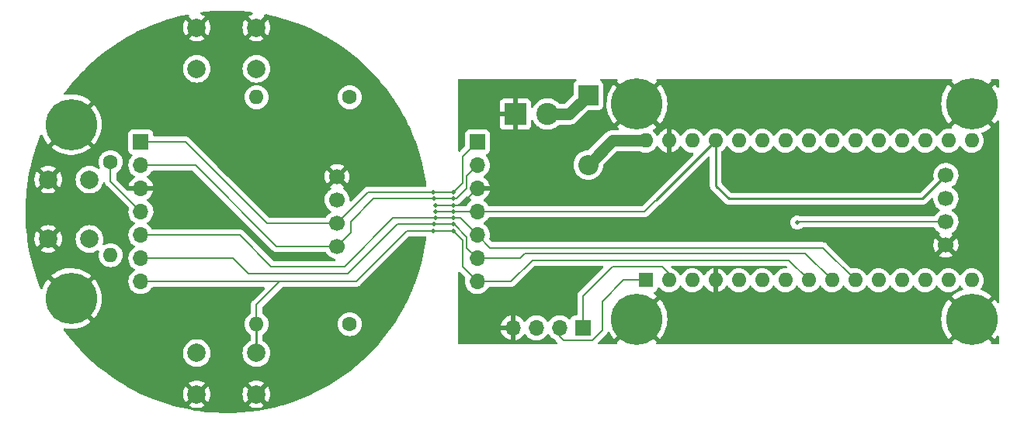
<source format=gbr>
%TF.GenerationSoftware,KiCad,Pcbnew,(6.0.9-0)*%
%TF.CreationDate,2023-03-25T23:39:44+01:00*%
%TF.ProjectId,FilamentSpoolScale,46696c61-6d65-46e7-9453-706f6f6c5363,rev?*%
%TF.SameCoordinates,Original*%
%TF.FileFunction,Copper,L1,Top*%
%TF.FilePolarity,Positive*%
%FSLAX46Y46*%
G04 Gerber Fmt 4.6, Leading zero omitted, Abs format (unit mm)*
G04 Created by KiCad (PCBNEW (6.0.9-0)) date 2023-03-25 23:39:44*
%MOMM*%
%LPD*%
G01*
G04 APERTURE LIST*
%TA.AperFunction,ConnectorPad*%
%ADD10C,5.600000*%
%TD*%
%TA.AperFunction,ComponentPad*%
%ADD11C,3.600000*%
%TD*%
%TA.AperFunction,ComponentPad*%
%ADD12R,1.700000X1.700000*%
%TD*%
%TA.AperFunction,ComponentPad*%
%ADD13O,1.700000X1.700000*%
%TD*%
%TA.AperFunction,ComponentPad*%
%ADD14R,1.600000X1.600000*%
%TD*%
%TA.AperFunction,ComponentPad*%
%ADD15O,1.600000X1.600000*%
%TD*%
%TA.AperFunction,ComponentPad*%
%ADD16C,2.000000*%
%TD*%
%TA.AperFunction,ComponentPad*%
%ADD17R,2.200000X2.200000*%
%TD*%
%TA.AperFunction,ComponentPad*%
%ADD18O,2.200000X2.200000*%
%TD*%
%TA.AperFunction,ComponentPad*%
%ADD19C,1.700000*%
%TD*%
%TA.AperFunction,ComponentPad*%
%ADD20R,2.400000X2.400000*%
%TD*%
%TA.AperFunction,ComponentPad*%
%ADD21C,2.400000*%
%TD*%
%TA.AperFunction,ComponentPad*%
%ADD22C,1.600000*%
%TD*%
%TA.AperFunction,ViaPad*%
%ADD23C,0.508000*%
%TD*%
%TA.AperFunction,Conductor*%
%ADD24C,0.250000*%
%TD*%
%TA.AperFunction,Conductor*%
%ADD25C,0.200000*%
%TD*%
%TA.AperFunction,Conductor*%
%ADD26C,0.254000*%
%TD*%
%TA.AperFunction,Conductor*%
%ADD27C,1.270000*%
%TD*%
G04 APERTURE END LIST*
D10*
%TO.P,H5,1,1*%
%TO.N,GND*%
X29800000Y-38000000D03*
D11*
X29800000Y-38000000D03*
%TD*%
%TO.P,H2,1,1*%
%TO.N,GND*%
X128000000Y-35750000D03*
D10*
X128000000Y-35750000D03*
%TD*%
D12*
%TO.P,J5,1,Pin_1*%
%TO.N,/SCL*%
X74100000Y-39900000D03*
D13*
%TO.P,J5,2,Pin_2*%
%TO.N,/SDA*%
X74100000Y-42440000D03*
%TO.P,J5,3,Pin_3*%
%TO.N,GND*%
X74100000Y-44980000D03*
%TO.P,J5,4,Pin_4*%
%TO.N,+5V*%
X74100000Y-47520000D03*
%TO.P,J5,5,Pin_5*%
%TO.N,/BT3*%
X74100000Y-50060000D03*
%TO.P,J5,6,Pin_6*%
%TO.N,/BT2*%
X74100000Y-52600000D03*
%TO.P,J5,7,Pin_7*%
%TO.N,/BT1*%
X74100000Y-55140000D03*
%TD*%
D14*
%TO.P,A1,1,TX1*%
%TO.N,/TX*%
X92450000Y-55000000D03*
D15*
%TO.P,A1,2,RX1*%
%TO.N,/RX*%
X94990000Y-55000000D03*
%TO.P,A1,3,~{RESET}*%
%TO.N,unconnected-(A1-Pad3)*%
X97530000Y-55000000D03*
%TO.P,A1,4,GND*%
%TO.N,GND*%
X100070000Y-55000000D03*
%TO.P,A1,5,D2*%
%TO.N,/DT*%
X102610000Y-55000000D03*
%TO.P,A1,6,D3*%
%TO.N,/SCK*%
X105150000Y-55000000D03*
%TO.P,A1,7,D4*%
%TO.N,unconnected-(A1-Pad7)*%
X107690000Y-55000000D03*
%TO.P,A1,8,D5*%
%TO.N,/BT1*%
X110230000Y-55000000D03*
%TO.P,A1,9,D6*%
%TO.N,/BT2*%
X112770000Y-55000000D03*
%TO.P,A1,10,D7*%
%TO.N,/BT3*%
X115310000Y-55000000D03*
%TO.P,A1,11,D8*%
%TO.N,unconnected-(A1-Pad11)*%
X117850000Y-55000000D03*
%TO.P,A1,12,D9*%
%TO.N,unconnected-(A1-Pad12)*%
X120390000Y-55000000D03*
%TO.P,A1,13,D10*%
%TO.N,unconnected-(A1-Pad13)*%
X122930000Y-55000000D03*
%TO.P,A1,14,MOSI*%
%TO.N,unconnected-(A1-Pad14)*%
X125470000Y-55000000D03*
%TO.P,A1,15,MISO*%
%TO.N,unconnected-(A1-Pad15)*%
X128010000Y-55000000D03*
%TO.P,A1,16,SCK*%
%TO.N,unconnected-(A1-Pad16)*%
X128010000Y-39760000D03*
%TO.P,A1,17,3V3*%
%TO.N,unconnected-(A1-Pad17)*%
X125470000Y-39760000D03*
%TO.P,A1,18,AREF*%
%TO.N,unconnected-(A1-Pad18)*%
X122930000Y-39760000D03*
%TO.P,A1,19,A0*%
%TO.N,unconnected-(A1-Pad19)*%
X120390000Y-39760000D03*
%TO.P,A1,20,A1*%
%TO.N,unconnected-(A1-Pad20)*%
X117850000Y-39760000D03*
%TO.P,A1,21,A2*%
%TO.N,unconnected-(A1-Pad21)*%
X115310000Y-39760000D03*
%TO.P,A1,22,A3*%
%TO.N,unconnected-(A1-Pad22)*%
X112770000Y-39760000D03*
%TO.P,A1,23,SDA/A4*%
%TO.N,/SDA*%
X110230000Y-39760000D03*
%TO.P,A1,24,SCL/A5*%
%TO.N,/SCL*%
X107690000Y-39760000D03*
%TO.P,A1,25,A6*%
%TO.N,unconnected-(A1-Pad25)*%
X105150000Y-39760000D03*
%TO.P,A1,26,A7*%
%TO.N,unconnected-(A1-Pad26)*%
X102610000Y-39760000D03*
%TO.P,A1,27,+5V*%
%TO.N,+5V*%
X100070000Y-39760000D03*
%TO.P,A1,28,~{RESET}*%
%TO.N,unconnected-(A1-Pad28)*%
X97530000Y-39760000D03*
%TO.P,A1,29,GND*%
%TO.N,GND*%
X94990000Y-39760000D03*
%TO.P,A1,30,VIN*%
%TO.N,BATT*%
X92450000Y-39760000D03*
%TD*%
D16*
%TO.P,SW3,1,1*%
%TO.N,/BT3*%
X43500000Y-31900000D03*
X50000000Y-31900000D03*
%TO.P,SW3,2,2*%
%TO.N,GND*%
X50000000Y-27400000D03*
X43500000Y-27400000D03*
%TD*%
D11*
%TO.P,H4,1,1*%
%TO.N,GND*%
X91500000Y-59250000D03*
D10*
X91500000Y-59250000D03*
%TD*%
D11*
%TO.P,H6,1,1*%
%TO.N,GND*%
X29800000Y-57000000D03*
D10*
X29800000Y-57000000D03*
%TD*%
D12*
%TO.P,J6,1,Pin_1*%
%TO.N,/SCL*%
X37400000Y-39900000D03*
D13*
%TO.P,J6,2,Pin_2*%
%TO.N,/SDA*%
X37400000Y-42440000D03*
%TO.P,J6,3,Pin_3*%
%TO.N,GND*%
X37400000Y-44980000D03*
%TO.P,J6,4,Pin_4*%
%TO.N,+5V*%
X37400000Y-47520000D03*
%TO.P,J6,5,Pin_5*%
%TO.N,/BT3*%
X37400000Y-50060000D03*
%TO.P,J6,6,Pin_6*%
%TO.N,/BT2*%
X37400000Y-52600000D03*
%TO.P,J6,7,Pin_7*%
%TO.N,/BT1*%
X37400000Y-55140000D03*
%TD*%
D10*
%TO.P,H1,1,1*%
%TO.N,GND*%
X91500000Y-35750000D03*
D11*
X91500000Y-35750000D03*
%TD*%
D17*
%TO.P,D1,1,A*%
%TO.N,Net-(D1-Pad1)*%
X86200000Y-34790000D03*
D18*
%TO.P,D1,2,K*%
%TO.N,BATT*%
X86200000Y-42410000D03*
%TD*%
D16*
%TO.P,SW1,1,1*%
%TO.N,/BT1*%
X43500000Y-62950000D03*
X50000000Y-62950000D03*
%TO.P,SW1,2,2*%
%TO.N,GND*%
X43500000Y-67450000D03*
X50000000Y-67450000D03*
%TD*%
D19*
%TO.P,J1,1,Pin_1*%
%TO.N,/SDA*%
X58800000Y-51310000D03*
%TO.P,J1,2,Pin_2*%
%TO.N,/SCL*%
X58800000Y-48770000D03*
%TO.P,J1,3,Pin_3*%
%TO.N,+5V*%
X58800000Y-46230000D03*
%TO.P,J1,4,Pin_4*%
%TO.N,GND*%
X58800000Y-43690000D03*
%TD*%
D12*
%TO.P,J4,1,Pin_1*%
%TO.N,/RX*%
X85600000Y-60200000D03*
D13*
%TO.P,J4,2,Pin_2*%
%TO.N,/TX*%
X83060000Y-60200000D03*
%TO.P,J4,3,Pin_3*%
%TO.N,+5V*%
X80520000Y-60200000D03*
%TO.P,J4,4,Pin_4*%
%TO.N,GND*%
X77980000Y-60200000D03*
%TD*%
D10*
%TO.P,H3,1,1*%
%TO.N,GND*%
X128000000Y-59250000D03*
D11*
X128000000Y-59250000D03*
%TD*%
D16*
%TO.P,SW2,1,1*%
%TO.N,/BT2*%
X31800000Y-44000000D03*
X31800000Y-50500000D03*
%TO.P,SW2,2,2*%
%TO.N,GND*%
X27300000Y-44000000D03*
X27300000Y-50500000D03*
%TD*%
D20*
%TO.P,J3,1,Pin_1*%
%TO.N,GND*%
X78250000Y-36850000D03*
D21*
%TO.P,J3,2,Pin_2*%
%TO.N,Net-(D1-Pad1)*%
X81750000Y-36850000D03*
%TD*%
D19*
%TO.P,J2,1,Pin_1*%
%TO.N,+5V*%
X125200000Y-43550000D03*
%TO.P,J2,2,Pin_2*%
%TO.N,/SCK*%
X125200000Y-46090000D03*
%TO.P,J2,3,Pin_3*%
%TO.N,/DT*%
X125200000Y-48630000D03*
%TO.P,J2,4,Pin_4*%
%TO.N,GND*%
X125200000Y-51170000D03*
%TD*%
D22*
%TO.P,R1,1*%
%TO.N,+5V*%
X60180000Y-59800000D03*
D15*
%TO.P,R1,2*%
%TO.N,/BT1*%
X50020000Y-59800000D03*
%TD*%
D22*
%TO.P,R3,1*%
%TO.N,+5V*%
X60180000Y-35000000D03*
D15*
%TO.P,R3,2*%
%TO.N,/BT3*%
X50020000Y-35000000D03*
%TD*%
D22*
%TO.P,R2,1*%
%TO.N,+5V*%
X34100000Y-42100000D03*
D15*
%TO.P,R2,2*%
%TO.N,/BT2*%
X34100000Y-52260000D03*
%TD*%
D23*
%TO.N,GND*%
X71500000Y-46800000D03*
X69500000Y-46800000D03*
X104500000Y-48800000D03*
%TO.N,/BT1*%
X71500000Y-49600000D03*
X69300000Y-49600000D03*
%TO.N,/DT*%
X109000000Y-48700000D03*
%TO.N,/BT3*%
X69500000Y-48200000D03*
X71500000Y-48200000D03*
%TO.N,/SDA*%
X69400000Y-46100000D03*
X71500000Y-46100000D03*
%TO.N,/SCL*%
X71500000Y-45400000D03*
X69300000Y-45400000D03*
%TO.N,+5V*%
X71500000Y-47500000D03*
X69500000Y-47500000D03*
%TO.N,/BT2*%
X69400000Y-48900000D03*
X71500000Y-48900000D03*
%TD*%
D24*
%TO.N,/BT1*%
X50000000Y-62950000D02*
X50000000Y-59820000D01*
X50000000Y-59820000D02*
X50020000Y-59800000D01*
D25*
%TO.N,/TX*%
X87700000Y-60500000D02*
X87700000Y-57300000D01*
X90000000Y-55000000D02*
X92450000Y-55000000D01*
X83500000Y-61600000D02*
X86600000Y-61600000D01*
X86600000Y-61600000D02*
X87700000Y-60500000D01*
X83060000Y-61160000D02*
X83500000Y-61600000D01*
X87700000Y-57300000D02*
X90000000Y-55000000D01*
X83060000Y-60200000D02*
X83060000Y-61160000D01*
%TO.N,/RX*%
X85600000Y-56700000D02*
X85600000Y-60200000D01*
X88800000Y-53500000D02*
X85600000Y-56700000D01*
X94990000Y-55000000D02*
X94990000Y-54240000D01*
X94990000Y-54240000D02*
X94250000Y-53500000D01*
X94250000Y-53500000D02*
X88800000Y-53500000D01*
%TO.N,GND*%
X71500000Y-46800000D02*
X72280000Y-46800000D01*
X69500000Y-46800000D02*
X71500000Y-46800000D01*
X72280000Y-46800000D02*
X74100000Y-44980000D01*
%TO.N,/BT1*%
X110230000Y-55000000D02*
X108030000Y-52800000D01*
X50020000Y-57680000D02*
X52560000Y-55140000D01*
X50020000Y-57680000D02*
X50020000Y-59800000D01*
X53060000Y-55140000D02*
X60860000Y-55140000D01*
X72500000Y-53540000D02*
X74100000Y-55140000D01*
X108030000Y-52800000D02*
X80100000Y-52800000D01*
X77760000Y-55140000D02*
X74100000Y-55140000D01*
X60860000Y-55140000D02*
X66400000Y-49600000D01*
X80100000Y-52800000D02*
X77760000Y-55140000D01*
X66400000Y-49600000D02*
X69300000Y-49600000D01*
X71500000Y-49600000D02*
X72500000Y-50600000D01*
X52560000Y-55140000D02*
X53060000Y-55140000D01*
X69300000Y-49600000D02*
X71500000Y-49600000D01*
X72500000Y-50600000D02*
X72500000Y-53540000D01*
X37400000Y-55140000D02*
X53060000Y-55140000D01*
%TO.N,/DT*%
X109070000Y-48630000D02*
X125200000Y-48630000D01*
X109000000Y-48700000D02*
X109070000Y-48630000D01*
%TO.N,/BT3*%
X59600000Y-53500000D02*
X51600000Y-53500000D01*
X64900000Y-48200000D02*
X59600000Y-53500000D01*
X72240000Y-48200000D02*
X74100000Y-50060000D01*
X115310000Y-55000000D02*
X111770000Y-51460000D01*
X69500000Y-48200000D02*
X71500000Y-48200000D01*
X71500000Y-48200000D02*
X72240000Y-48200000D01*
X75500000Y-51460000D02*
X74100000Y-50060000D01*
X51600000Y-53500000D02*
X48160000Y-50060000D01*
X111770000Y-51460000D02*
X75500000Y-51460000D01*
X69500000Y-48200000D02*
X64900000Y-48200000D01*
X48160000Y-50060000D02*
X37400000Y-50060000D01*
%TO.N,/SDA*%
X69400000Y-46100000D02*
X71500000Y-46100000D01*
X60300000Y-48600000D02*
X62800000Y-46100000D01*
X72950000Y-43590000D02*
X74100000Y-42440000D01*
X62800000Y-46100000D02*
X69400000Y-46100000D01*
X58800000Y-51310000D02*
X60300000Y-49810000D01*
X43340000Y-42440000D02*
X52210000Y-51310000D01*
X72950000Y-44950000D02*
X72950000Y-43590000D01*
X71500000Y-46100000D02*
X71800000Y-46100000D01*
X52210000Y-51310000D02*
X58800000Y-51310000D01*
X71800000Y-46100000D02*
X72950000Y-44950000D01*
X37400000Y-42440000D02*
X43340000Y-42440000D01*
X60300000Y-49810000D02*
X60300000Y-48600000D01*
%TO.N,/SCL*%
X51130000Y-48770000D02*
X42260000Y-39900000D01*
X69300000Y-45400000D02*
X62170000Y-45400000D01*
X42260000Y-39900000D02*
X37400000Y-39900000D01*
X72500000Y-41500000D02*
X74100000Y-39900000D01*
X62170000Y-45400000D02*
X58800000Y-48770000D01*
X69300000Y-45400000D02*
X71500000Y-45400000D01*
X58800000Y-48770000D02*
X51130000Y-48770000D01*
X72500000Y-44400000D02*
X72500000Y-41500000D01*
X71500000Y-45400000D02*
X72500000Y-44400000D01*
D26*
%TO.N,+5V*%
X100100000Y-44700000D02*
X101500000Y-46100000D01*
X93600000Y-46230000D02*
X100070000Y-39760000D01*
X100070000Y-39760000D02*
X100070000Y-42441659D01*
D25*
X34100000Y-44220000D02*
X34100000Y-42100000D01*
D26*
X100070000Y-42441659D02*
X100100000Y-42471659D01*
D25*
X69500000Y-47500000D02*
X71500000Y-47500000D01*
D26*
X100100000Y-42471659D02*
X100100000Y-44700000D01*
D25*
X71520000Y-47520000D02*
X71500000Y-47500000D01*
X74100000Y-47520000D02*
X92310000Y-47520000D01*
D26*
X122650000Y-46100000D02*
X125200000Y-43550000D01*
X101500000Y-46100000D02*
X122650000Y-46100000D01*
D25*
X37400000Y-47520000D02*
X34100000Y-44220000D01*
X92310000Y-47520000D02*
X93600000Y-46230000D01*
X74100000Y-47520000D02*
X71520000Y-47520000D01*
D27*
%TO.N,BATT*%
X86200000Y-42410000D02*
X88850000Y-39760000D01*
X88850000Y-39760000D02*
X92450000Y-39760000D01*
%TO.N,Net-(D1-Pad1)*%
X84140000Y-36850000D02*
X86200000Y-34790000D01*
X81750000Y-36850000D02*
X84140000Y-36850000D01*
D25*
%TO.N,/BT2*%
X71500000Y-48900000D02*
X71583475Y-48900000D01*
X71583475Y-48900000D02*
X72950000Y-50266525D01*
X72950000Y-50266525D02*
X72950000Y-51450000D01*
X60000000Y-54300000D02*
X49100000Y-54300000D01*
X47400000Y-52600000D02*
X37400000Y-52600000D01*
X74100000Y-52600000D02*
X78800000Y-52600000D01*
X109870000Y-52100000D02*
X112770000Y-55000000D01*
X69400000Y-48900000D02*
X65400000Y-48900000D01*
X49100000Y-54300000D02*
X47400000Y-52600000D01*
X71500000Y-48900000D02*
X69400000Y-48900000D01*
X72950000Y-51450000D02*
X74100000Y-52600000D01*
X65400000Y-48900000D02*
X60000000Y-54300000D01*
X78800000Y-52600000D02*
X79300000Y-52100000D01*
X79300000Y-52100000D02*
X109870000Y-52100000D01*
%TD*%
%TA.AperFunction,Conductor*%
%TO.N,GND*%
G36*
X46890694Y-25552069D02*
G01*
X47331830Y-25554105D01*
X47337122Y-25554241D01*
X47980716Y-25584270D01*
X48253875Y-25597015D01*
X48259149Y-25597373D01*
X49173289Y-25678611D01*
X49178539Y-25679188D01*
X49285059Y-25693185D01*
X49498028Y-25721168D01*
X49562962Y-25749874D01*
X49602069Y-25809129D01*
X49602932Y-25880121D01*
X49565276Y-25940309D01*
X49529831Y-25962503D01*
X49317837Y-26050313D01*
X49309042Y-26054795D01*
X49141555Y-26157432D01*
X49132093Y-26167890D01*
X49135876Y-26176666D01*
X49987188Y-27027978D01*
X50001132Y-27035592D01*
X50002965Y-27035461D01*
X50009580Y-27031210D01*
X50861080Y-26179710D01*
X50867840Y-26167330D01*
X50857701Y-26153786D01*
X50832890Y-26087266D01*
X50847981Y-26017892D01*
X50898183Y-25967690D01*
X50967558Y-25952598D01*
X50980216Y-25954150D01*
X50985848Y-25955133D01*
X50997826Y-25957222D01*
X51003015Y-25958240D01*
X51581814Y-26084434D01*
X51899699Y-26153742D01*
X51904830Y-26154974D01*
X52121701Y-26211896D01*
X52792521Y-26387966D01*
X52797611Y-26389417D01*
X53137379Y-26494032D01*
X53674737Y-26659485D01*
X53679708Y-26661130D01*
X54404598Y-26918123D01*
X54544747Y-26967809D01*
X54549697Y-26969682D01*
X54713424Y-27035592D01*
X55401071Y-27312412D01*
X55405911Y-27314480D01*
X56128887Y-27641446D01*
X56242134Y-27692662D01*
X56246902Y-27694941D01*
X56399883Y-27772022D01*
X57066478Y-28107895D01*
X57071154Y-28110375D01*
X57341374Y-28261080D01*
X57742214Y-28484633D01*
X57872686Y-28557399D01*
X57877249Y-28560071D01*
X58659309Y-29040371D01*
X58663727Y-29043214D01*
X59186385Y-29395260D01*
X59424913Y-29555926D01*
X59429240Y-29558974D01*
X60168230Y-30103209D01*
X60172425Y-30106437D01*
X60887882Y-30681209D01*
X60891938Y-30684610D01*
X61582636Y-31288934D01*
X61586545Y-31292502D01*
X62224676Y-31900000D01*
X62251245Y-31925294D01*
X62255001Y-31929023D01*
X62892549Y-32589184D01*
X62896145Y-32593068D01*
X63446699Y-33213287D01*
X63505389Y-33279404D01*
X63508818Y-33283433D01*
X63552658Y-33337211D01*
X64088709Y-33994765D01*
X64091967Y-33998937D01*
X64641495Y-34734024D01*
X64644546Y-34738291D01*
X65048454Y-35328769D01*
X65162704Y-35495793D01*
X65165600Y-35500224D01*
X65651476Y-36278802D01*
X65654183Y-36283350D01*
X66106929Y-37081644D01*
X66109443Y-37086302D01*
X66292546Y-37443310D01*
X66521048Y-37888836D01*
X66528266Y-37902910D01*
X66530575Y-37907655D01*
X66712771Y-38302953D01*
X66914742Y-38741157D01*
X66916843Y-38745978D01*
X67265661Y-39594869D01*
X67267569Y-39599805D01*
X67325658Y-39760000D01*
X67562764Y-40413882D01*
X67580428Y-40462596D01*
X67582127Y-40467609D01*
X67858463Y-41342750D01*
X67859951Y-41347830D01*
X67950244Y-41682072D01*
X68087713Y-42190948D01*
X68099302Y-42233849D01*
X68100570Y-42238971D01*
X68201937Y-42688401D01*
X68302489Y-43134222D01*
X68303545Y-43139408D01*
X68467690Y-44042369D01*
X68468527Y-44047596D01*
X68486907Y-44180120D01*
X68548202Y-44622072D01*
X68551824Y-44648191D01*
X68541370Y-44718413D01*
X68494610Y-44771836D01*
X68427019Y-44791500D01*
X62218144Y-44791500D01*
X62201698Y-44790422D01*
X62178188Y-44787327D01*
X62170000Y-44786249D01*
X62124175Y-44792282D01*
X62066538Y-44799870D01*
X62011149Y-44807162D01*
X61863124Y-44868476D01*
X61835835Y-44889416D01*
X61767937Y-44941515D01*
X61767921Y-44941529D01*
X61742566Y-44960984D01*
X61742563Y-44960987D01*
X61736013Y-44966013D01*
X61730983Y-44972568D01*
X61716548Y-44991379D01*
X61705681Y-45003770D01*
X60377986Y-46331465D01*
X60315674Y-46365491D01*
X60244859Y-46360426D01*
X60188023Y-46317879D01*
X60163212Y-46251359D01*
X60162929Y-46239293D01*
X60163074Y-46233366D01*
X60163074Y-46233361D01*
X60163156Y-46230000D01*
X60144852Y-46007361D01*
X60090431Y-45790702D01*
X60001354Y-45585840D01*
X59907174Y-45440260D01*
X59882822Y-45402617D01*
X59882820Y-45402614D01*
X59880014Y-45398277D01*
X59729670Y-45233051D01*
X59725619Y-45229852D01*
X59725615Y-45229848D01*
X59558414Y-45097800D01*
X59558410Y-45097798D01*
X59554359Y-45094598D01*
X59545755Y-45089848D01*
X59517270Y-45074124D01*
X59512569Y-45071529D01*
X59462598Y-45021097D01*
X59447826Y-44951654D01*
X59472942Y-44885248D01*
X59500293Y-44858642D01*
X59549247Y-44823723D01*
X59557648Y-44813023D01*
X59550660Y-44799870D01*
X58812812Y-44062022D01*
X58798868Y-44054408D01*
X58797035Y-44054539D01*
X58790420Y-44058790D01*
X58046737Y-44802473D01*
X58039977Y-44814853D01*
X58045258Y-44821907D01*
X58091969Y-44849203D01*
X58140693Y-44900841D01*
X58153764Y-44970624D01*
X58127033Y-45036396D01*
X58086584Y-45069752D01*
X58073607Y-45076507D01*
X58069474Y-45079610D01*
X58069471Y-45079612D01*
X57901399Y-45205804D01*
X57894965Y-45210635D01*
X57882830Y-45223334D01*
X57761656Y-45350135D01*
X57740629Y-45372138D01*
X57614743Y-45556680D01*
X57520688Y-45759305D01*
X57460989Y-45974570D01*
X57437251Y-46196695D01*
X57437548Y-46201848D01*
X57437548Y-46201851D01*
X57447042Y-46366507D01*
X57450110Y-46419715D01*
X57451247Y-46424761D01*
X57451248Y-46424767D01*
X57467671Y-46497639D01*
X57499222Y-46637639D01*
X57583266Y-46844616D01*
X57699987Y-47035088D01*
X57846250Y-47203938D01*
X58018126Y-47346632D01*
X58044078Y-47361797D01*
X58091445Y-47389476D01*
X58140169Y-47441114D01*
X58153240Y-47510897D01*
X58126509Y-47576669D01*
X58086055Y-47610027D01*
X58073607Y-47616507D01*
X58069474Y-47619610D01*
X58069471Y-47619612D01*
X57907102Y-47741522D01*
X57894965Y-47750635D01*
X57740629Y-47912138D01*
X57737715Y-47916410D01*
X57737714Y-47916411D01*
X57709523Y-47957738D01*
X57614743Y-48096680D01*
X57613945Y-48098400D01*
X57563589Y-48147088D01*
X57505074Y-48161500D01*
X51434239Y-48161500D01*
X51366118Y-48141498D01*
X51345144Y-48124595D01*
X46882412Y-43661863D01*
X57438050Y-43661863D01*
X57450309Y-43874477D01*
X57451745Y-43884697D01*
X57498565Y-44092446D01*
X57501645Y-44102275D01*
X57581770Y-44299603D01*
X57586413Y-44308794D01*
X57666460Y-44439420D01*
X57676916Y-44448880D01*
X57685694Y-44445096D01*
X58427978Y-43702812D01*
X58434356Y-43691132D01*
X59164408Y-43691132D01*
X59164539Y-43692965D01*
X59168790Y-43699580D01*
X59910474Y-44441264D01*
X59922484Y-44447823D01*
X59934223Y-44438855D01*
X59965004Y-44396019D01*
X59970315Y-44387180D01*
X60064670Y-44196267D01*
X60068469Y-44186672D01*
X60130376Y-43982915D01*
X60132555Y-43972834D01*
X60160590Y-43759887D01*
X60161109Y-43753212D01*
X60162572Y-43693364D01*
X60162378Y-43686646D01*
X60144781Y-43472604D01*
X60143096Y-43462424D01*
X60091214Y-43255875D01*
X60087894Y-43246124D01*
X60002972Y-43050814D01*
X59998105Y-43041739D01*
X59933063Y-42941197D01*
X59922377Y-42931995D01*
X59912812Y-42936398D01*
X59172022Y-43677188D01*
X59164408Y-43691132D01*
X58434356Y-43691132D01*
X58435592Y-43688868D01*
X58435461Y-43687035D01*
X58431210Y-43680420D01*
X57689849Y-42939059D01*
X57678313Y-42932759D01*
X57666031Y-42942382D01*
X57618089Y-43012662D01*
X57613004Y-43021613D01*
X57523338Y-43214783D01*
X57519775Y-43224470D01*
X57462864Y-43429681D01*
X57460933Y-43439800D01*
X57438302Y-43651574D01*
X57438050Y-43661863D01*
X46882412Y-43661863D01*
X45786976Y-42566427D01*
X58041223Y-42566427D01*
X58047968Y-42578758D01*
X58787188Y-43317978D01*
X58801132Y-43325592D01*
X58802965Y-43325461D01*
X58809580Y-43321210D01*
X59553389Y-42577401D01*
X59560410Y-42564544D01*
X59553611Y-42555213D01*
X59549554Y-42552518D01*
X59363117Y-42449599D01*
X59353705Y-42445369D01*
X59152959Y-42374280D01*
X59142989Y-42371646D01*
X58933327Y-42334301D01*
X58923073Y-42333331D01*
X58710116Y-42330728D01*
X58699832Y-42331448D01*
X58489321Y-42363661D01*
X58479293Y-42366050D01*
X58276868Y-42432212D01*
X58267359Y-42436209D01*
X58078466Y-42534540D01*
X58069734Y-42540039D01*
X58049677Y-42555099D01*
X58041223Y-42566427D01*
X45786976Y-42566427D01*
X42724315Y-39503766D01*
X42713448Y-39491375D01*
X42699013Y-39472563D01*
X42693987Y-39466013D01*
X42662075Y-39441526D01*
X42662072Y-39441523D01*
X42615915Y-39406105D01*
X42573429Y-39373504D01*
X42573427Y-39373503D01*
X42566876Y-39368476D01*
X42418851Y-39307162D01*
X42410664Y-39306084D01*
X42410663Y-39306084D01*
X42399458Y-39304609D01*
X42368262Y-39300502D01*
X42299885Y-39291500D01*
X42299882Y-39291500D01*
X42299874Y-39291499D01*
X42268189Y-39287328D01*
X42260000Y-39286250D01*
X42228307Y-39290422D01*
X42211864Y-39291500D01*
X38884500Y-39291500D01*
X38816379Y-39271498D01*
X38769886Y-39217842D01*
X38758500Y-39165500D01*
X38758500Y-39001866D01*
X38751745Y-38939684D01*
X38700615Y-38803295D01*
X38613261Y-38686739D01*
X38496705Y-38599385D01*
X38360316Y-38548255D01*
X38298134Y-38541500D01*
X36501866Y-38541500D01*
X36439684Y-38548255D01*
X36303295Y-38599385D01*
X36186739Y-38686739D01*
X36099385Y-38803295D01*
X36048255Y-38939684D01*
X36041500Y-39001866D01*
X36041500Y-40798134D01*
X36048255Y-40860316D01*
X36099385Y-40996705D01*
X36186739Y-41113261D01*
X36303295Y-41200615D01*
X36311704Y-41203767D01*
X36311705Y-41203768D01*
X36420451Y-41244535D01*
X36477216Y-41287176D01*
X36501916Y-41353738D01*
X36486709Y-41423087D01*
X36467316Y-41449568D01*
X36340629Y-41582138D01*
X36337715Y-41586410D01*
X36337714Y-41586411D01*
X36275579Y-41677498D01*
X36214743Y-41766680D01*
X36120688Y-41969305D01*
X36060989Y-42184570D01*
X36037251Y-42406695D01*
X36037548Y-42411848D01*
X36037548Y-42411851D01*
X36045505Y-42549848D01*
X36050110Y-42629715D01*
X36051247Y-42634761D01*
X36051248Y-42634767D01*
X36070516Y-42720264D01*
X36099222Y-42847639D01*
X36136042Y-42938316D01*
X36180783Y-43048500D01*
X36183266Y-43054616D01*
X36299987Y-43245088D01*
X36446250Y-43413938D01*
X36618126Y-43556632D01*
X36670536Y-43587258D01*
X36691955Y-43599774D01*
X36740679Y-43651412D01*
X36753750Y-43721195D01*
X36727019Y-43786967D01*
X36686562Y-43820327D01*
X36678457Y-43824546D01*
X36669738Y-43830036D01*
X36499433Y-43957905D01*
X36491726Y-43964748D01*
X36344590Y-44118717D01*
X36338104Y-44126727D01*
X36218098Y-44302649D01*
X36213000Y-44311623D01*
X36123338Y-44504783D01*
X36119775Y-44514470D01*
X36064389Y-44714183D01*
X36065912Y-44722607D01*
X36078292Y-44726000D01*
X38718344Y-44726000D01*
X38731875Y-44722027D01*
X38733180Y-44712947D01*
X38691214Y-44545875D01*
X38687894Y-44536124D01*
X38602972Y-44340814D01*
X38598105Y-44331739D01*
X38482426Y-44152926D01*
X38476136Y-44144757D01*
X38332806Y-43987240D01*
X38325273Y-43980215D01*
X38158139Y-43848222D01*
X38149556Y-43842520D01*
X38112602Y-43822120D01*
X38062631Y-43771687D01*
X38047859Y-43702245D01*
X38072975Y-43635839D01*
X38100327Y-43609232D01*
X38131133Y-43587258D01*
X38279860Y-43481173D01*
X38438096Y-43323489D01*
X38442158Y-43317837D01*
X38565435Y-43146277D01*
X38568453Y-43142077D01*
X38580019Y-43118675D01*
X38628132Y-43066467D01*
X38692977Y-43048500D01*
X43035761Y-43048500D01*
X43103882Y-43068502D01*
X43124856Y-43085405D01*
X51745685Y-51706234D01*
X51756552Y-51718625D01*
X51776013Y-51743987D01*
X51782563Y-51749013D01*
X51807921Y-51768471D01*
X51807928Y-51768477D01*
X51863029Y-51810757D01*
X51903125Y-51841524D01*
X52051150Y-51902838D01*
X52170115Y-51918500D01*
X52170120Y-51918500D01*
X52170129Y-51918501D01*
X52201812Y-51922672D01*
X52210000Y-51923750D01*
X52241693Y-51919578D01*
X52258136Y-51918500D01*
X57508954Y-51918500D01*
X57577075Y-51938502D01*
X57616387Y-51978665D01*
X57636731Y-52011864D01*
X57699987Y-52115088D01*
X57846250Y-52283938D01*
X58018126Y-52426632D01*
X58211000Y-52539338D01*
X58419692Y-52619030D01*
X58467052Y-52628666D01*
X58532739Y-52642030D01*
X58595505Y-52675211D01*
X58630367Y-52737059D01*
X58626258Y-52807936D01*
X58584481Y-52865341D01*
X58518302Y-52891046D01*
X58507619Y-52891500D01*
X51904239Y-52891500D01*
X51836118Y-52871498D01*
X51815144Y-52854595D01*
X48624315Y-49663766D01*
X48613448Y-49651375D01*
X48599013Y-49632563D01*
X48593987Y-49626013D01*
X48562075Y-49601526D01*
X48562072Y-49601523D01*
X48532707Y-49578990D01*
X48473429Y-49533504D01*
X48473427Y-49533503D01*
X48466876Y-49528476D01*
X48318851Y-49467162D01*
X48310664Y-49466084D01*
X48310663Y-49466084D01*
X48299458Y-49464609D01*
X48268003Y-49460468D01*
X48199885Y-49451500D01*
X48199882Y-49451500D01*
X48199874Y-49451499D01*
X48168189Y-49447328D01*
X48160000Y-49446250D01*
X48128307Y-49450422D01*
X48111864Y-49451500D01*
X38692978Y-49451500D01*
X38624857Y-49431498D01*
X38587186Y-49393940D01*
X38582490Y-49386680D01*
X38542124Y-49324284D01*
X38482822Y-49232617D01*
X38482820Y-49232614D01*
X38480014Y-49228277D01*
X38329670Y-49063051D01*
X38325619Y-49059852D01*
X38325615Y-49059848D01*
X38158414Y-48927800D01*
X38158410Y-48927798D01*
X38154359Y-48924598D01*
X38113053Y-48901796D01*
X38063084Y-48851364D01*
X38048312Y-48781921D01*
X38073428Y-48715516D01*
X38100780Y-48688909D01*
X38144603Y-48657650D01*
X38279860Y-48561173D01*
X38438096Y-48403489D01*
X38497594Y-48320689D01*
X38565435Y-48226277D01*
X38568453Y-48222077D01*
X38574375Y-48210096D01*
X38665136Y-48026453D01*
X38665137Y-48026451D01*
X38667430Y-48021811D01*
X38732370Y-47808069D01*
X38761529Y-47586590D01*
X38761611Y-47583240D01*
X38763074Y-47523365D01*
X38763074Y-47523361D01*
X38763156Y-47520000D01*
X38744852Y-47297361D01*
X38690431Y-47080702D01*
X38601354Y-46875840D01*
X38541487Y-46783299D01*
X38482822Y-46692617D01*
X38482820Y-46692614D01*
X38480014Y-46688277D01*
X38329670Y-46523051D01*
X38325619Y-46519852D01*
X38325615Y-46519848D01*
X38158414Y-46387800D01*
X38158410Y-46387798D01*
X38154359Y-46384598D01*
X38112569Y-46361529D01*
X38062598Y-46311097D01*
X38047826Y-46241654D01*
X38072942Y-46175248D01*
X38100294Y-46148641D01*
X38275328Y-46023792D01*
X38283200Y-46017139D01*
X38434052Y-45866812D01*
X38440730Y-45858965D01*
X38565003Y-45686020D01*
X38570313Y-45677183D01*
X38664670Y-45486267D01*
X38668469Y-45476672D01*
X38730377Y-45272910D01*
X38732555Y-45262837D01*
X38733986Y-45251962D01*
X38731775Y-45237778D01*
X38718617Y-45234000D01*
X36083226Y-45234000D01*
X36070944Y-45237606D01*
X35999948Y-45237605D01*
X35946353Y-45205804D01*
X34745405Y-44004856D01*
X34711379Y-43942544D01*
X34708500Y-43915761D01*
X34708500Y-43336899D01*
X34728502Y-43268778D01*
X34762229Y-43233686D01*
X34939789Y-43109357D01*
X34939792Y-43109355D01*
X34944300Y-43106198D01*
X35106198Y-42944300D01*
X35113560Y-42933787D01*
X35221918Y-42779035D01*
X35237523Y-42756749D01*
X35239846Y-42751767D01*
X35239849Y-42751762D01*
X35331961Y-42554225D01*
X35331961Y-42554224D01*
X35334284Y-42549243D01*
X35338269Y-42534373D01*
X35392119Y-42333402D01*
X35392119Y-42333400D01*
X35393543Y-42328087D01*
X35413498Y-42100000D01*
X35393543Y-41871913D01*
X35334284Y-41650757D01*
X35316499Y-41612617D01*
X35239849Y-41448238D01*
X35239846Y-41448233D01*
X35237523Y-41443251D01*
X35128017Y-41286860D01*
X35109357Y-41260211D01*
X35109355Y-41260208D01*
X35106198Y-41255700D01*
X34944300Y-41093802D01*
X34939792Y-41090645D01*
X34939789Y-41090643D01*
X34850278Y-41027967D01*
X34756749Y-40962477D01*
X34751767Y-40960154D01*
X34751762Y-40960151D01*
X34554225Y-40868039D01*
X34554224Y-40868039D01*
X34549243Y-40865716D01*
X34543935Y-40864294D01*
X34543933Y-40864293D01*
X34333402Y-40807881D01*
X34333400Y-40807881D01*
X34328087Y-40806457D01*
X34100000Y-40786502D01*
X33871913Y-40806457D01*
X33866600Y-40807881D01*
X33866598Y-40807881D01*
X33656067Y-40864293D01*
X33656065Y-40864294D01*
X33650757Y-40865716D01*
X33645776Y-40868039D01*
X33645775Y-40868039D01*
X33448238Y-40960151D01*
X33448233Y-40960154D01*
X33443251Y-40962477D01*
X33349722Y-41027967D01*
X33260211Y-41090643D01*
X33260208Y-41090645D01*
X33255700Y-41093802D01*
X33093802Y-41255700D01*
X33090645Y-41260208D01*
X33090643Y-41260211D01*
X33071983Y-41286860D01*
X32962477Y-41443251D01*
X32960154Y-41448233D01*
X32960151Y-41448238D01*
X32883501Y-41612617D01*
X32865716Y-41650757D01*
X32806457Y-41871913D01*
X32786502Y-42100000D01*
X32806457Y-42328087D01*
X32807881Y-42333400D01*
X32807881Y-42333402D01*
X32861732Y-42534373D01*
X32865716Y-42549243D01*
X32868039Y-42554224D01*
X32868039Y-42554225D01*
X32912733Y-42650072D01*
X32923394Y-42720264D01*
X32894414Y-42785077D01*
X32834994Y-42823933D01*
X32764000Y-42824496D01*
X32716707Y-42799133D01*
X32693175Y-42779034D01*
X32693171Y-42779031D01*
X32689416Y-42775824D01*
X32685208Y-42773245D01*
X32685202Y-42773241D01*
X32491183Y-42654346D01*
X32486963Y-42651760D01*
X32482393Y-42649867D01*
X32482389Y-42649865D01*
X32272167Y-42562789D01*
X32272165Y-42562788D01*
X32267594Y-42560895D01*
X32175641Y-42538819D01*
X32041524Y-42506620D01*
X32041518Y-42506619D01*
X32036711Y-42505465D01*
X31800000Y-42486835D01*
X31563289Y-42505465D01*
X31558482Y-42506619D01*
X31558476Y-42506620D01*
X31424359Y-42538819D01*
X31332406Y-42560895D01*
X31327835Y-42562788D01*
X31327833Y-42562789D01*
X31117611Y-42649865D01*
X31117607Y-42649867D01*
X31113037Y-42651760D01*
X31108817Y-42654346D01*
X30914798Y-42773241D01*
X30914792Y-42773245D01*
X30910584Y-42775824D01*
X30730031Y-42930031D01*
X30575824Y-43110584D01*
X30573245Y-43114792D01*
X30573241Y-43114798D01*
X30491008Y-43248990D01*
X30451760Y-43313037D01*
X30449867Y-43317607D01*
X30449865Y-43317611D01*
X30362789Y-43527833D01*
X30360895Y-43532406D01*
X30355079Y-43556632D01*
X30309912Y-43744767D01*
X30305465Y-43763289D01*
X30286835Y-44000000D01*
X30305465Y-44236711D01*
X30306619Y-44241518D01*
X30306620Y-44241524D01*
X30323492Y-44311798D01*
X30360895Y-44467594D01*
X30362788Y-44472165D01*
X30362789Y-44472167D01*
X30449772Y-44682163D01*
X30451760Y-44686963D01*
X30454346Y-44691183D01*
X30573241Y-44885202D01*
X30573245Y-44885208D01*
X30575824Y-44889416D01*
X30730031Y-45069969D01*
X30910584Y-45224176D01*
X30914792Y-45226755D01*
X30914798Y-45226759D01*
X30990110Y-45272910D01*
X31113037Y-45348240D01*
X31117607Y-45350133D01*
X31117611Y-45350135D01*
X31327833Y-45437211D01*
X31332406Y-45439105D01*
X31380245Y-45450590D01*
X31558476Y-45493380D01*
X31558482Y-45493381D01*
X31563289Y-45494535D01*
X31800000Y-45513165D01*
X32036711Y-45494535D01*
X32041518Y-45493381D01*
X32041524Y-45493380D01*
X32219755Y-45450590D01*
X32267594Y-45439105D01*
X32272167Y-45437211D01*
X32482389Y-45350135D01*
X32482393Y-45350133D01*
X32486963Y-45348240D01*
X32609890Y-45272910D01*
X32685202Y-45226759D01*
X32685208Y-45226755D01*
X32689416Y-45224176D01*
X32869969Y-45069969D01*
X33024176Y-44889416D01*
X33026755Y-44885208D01*
X33026759Y-44885202D01*
X33145654Y-44691183D01*
X33148240Y-44686963D01*
X33150229Y-44682163D01*
X33237211Y-44472167D01*
X33237212Y-44472165D01*
X33239105Y-44467594D01*
X33261727Y-44373367D01*
X33297080Y-44311798D01*
X33360106Y-44279116D01*
X33430797Y-44285697D01*
X33486709Y-44329451D01*
X33505954Y-44370174D01*
X33506083Y-44370657D01*
X33507162Y-44378851D01*
X33568476Y-44526876D01*
X33573503Y-44533427D01*
X33573504Y-44533429D01*
X33641520Y-44622069D01*
X33641526Y-44622075D01*
X33666013Y-44653987D01*
X33672568Y-44659017D01*
X33691379Y-44673452D01*
X33703770Y-44684319D01*
X36057454Y-47038003D01*
X36091480Y-47100315D01*
X36089776Y-47160769D01*
X36060989Y-47264570D01*
X36060441Y-47269700D01*
X36060440Y-47269704D01*
X36056933Y-47302522D01*
X36037251Y-47486695D01*
X36037548Y-47491848D01*
X36037548Y-47491851D01*
X36042991Y-47586250D01*
X36050110Y-47709715D01*
X36051247Y-47714761D01*
X36051248Y-47714767D01*
X36072275Y-47808069D01*
X36099222Y-47927639D01*
X36149526Y-48051524D01*
X36180783Y-48128500D01*
X36183266Y-48134616D01*
X36299987Y-48325088D01*
X36446250Y-48493938D01*
X36618126Y-48636632D01*
X36688595Y-48677811D01*
X36691445Y-48679476D01*
X36740169Y-48731114D01*
X36753240Y-48800897D01*
X36726509Y-48866669D01*
X36686055Y-48900027D01*
X36673607Y-48906507D01*
X36669474Y-48909610D01*
X36669471Y-48909612D01*
X36528877Y-49015173D01*
X36494965Y-49040635D01*
X36340629Y-49202138D01*
X36337715Y-49206410D01*
X36337714Y-49206411D01*
X36296158Y-49267330D01*
X36214743Y-49386680D01*
X36187092Y-49446250D01*
X36129330Y-49570688D01*
X36120688Y-49589305D01*
X36060989Y-49804570D01*
X36037251Y-50026695D01*
X36037548Y-50031848D01*
X36037548Y-50031851D01*
X36048887Y-50228502D01*
X36050110Y-50249715D01*
X36051247Y-50254761D01*
X36051248Y-50254767D01*
X36060174Y-50294373D01*
X36099222Y-50467639D01*
X36156419Y-50608500D01*
X36180783Y-50668500D01*
X36183266Y-50674616D01*
X36221318Y-50736711D01*
X36291662Y-50851502D01*
X36299987Y-50865088D01*
X36446250Y-51033938D01*
X36579477Y-51144545D01*
X36598599Y-51160420D01*
X36618126Y-51176632D01*
X36688595Y-51217811D01*
X36691445Y-51219476D01*
X36740169Y-51271114D01*
X36753240Y-51340897D01*
X36726509Y-51406669D01*
X36686055Y-51440027D01*
X36673607Y-51446507D01*
X36669474Y-51449610D01*
X36669471Y-51449612D01*
X36504898Y-51573177D01*
X36494965Y-51580635D01*
X36491393Y-51584373D01*
X36355326Y-51726759D01*
X36340629Y-51742138D01*
X36214743Y-51926680D01*
X36188645Y-51982903D01*
X36129330Y-52110688D01*
X36120688Y-52129305D01*
X36060989Y-52344570D01*
X36037251Y-52566695D01*
X36037548Y-52571848D01*
X36037548Y-52571851D01*
X36046876Y-52733632D01*
X36050110Y-52789715D01*
X36051247Y-52794761D01*
X36051248Y-52794767D01*
X36066239Y-52861283D01*
X36099222Y-53007639D01*
X36136640Y-53099789D01*
X36180783Y-53208500D01*
X36183266Y-53214616D01*
X36212487Y-53262301D01*
X36296777Y-53399849D01*
X36299987Y-53405088D01*
X36446250Y-53573938D01*
X36618126Y-53716632D01*
X36662675Y-53742664D01*
X36691445Y-53759476D01*
X36740169Y-53811114D01*
X36753240Y-53880897D01*
X36726509Y-53946669D01*
X36686055Y-53980027D01*
X36673607Y-53986507D01*
X36669474Y-53989610D01*
X36669471Y-53989612D01*
X36499100Y-54117530D01*
X36494965Y-54120635D01*
X36340629Y-54282138D01*
X36337715Y-54286410D01*
X36337714Y-54286411D01*
X36295539Y-54348238D01*
X36214743Y-54466680D01*
X36120688Y-54669305D01*
X36060989Y-54884570D01*
X36037251Y-55106695D01*
X36037548Y-55111848D01*
X36037548Y-55111851D01*
X36047874Y-55290937D01*
X36050110Y-55329715D01*
X36051247Y-55334761D01*
X36051248Y-55334767D01*
X36068018Y-55409180D01*
X36099222Y-55547639D01*
X36149526Y-55671524D01*
X36180783Y-55748500D01*
X36183266Y-55754616D01*
X36205610Y-55791078D01*
X36278985Y-55910815D01*
X36299987Y-55945088D01*
X36446250Y-56113938D01*
X36618126Y-56256632D01*
X36811000Y-56369338D01*
X36815825Y-56371180D01*
X36815826Y-56371181D01*
X36856904Y-56386867D01*
X37019692Y-56449030D01*
X37024760Y-56450061D01*
X37024763Y-56450062D01*
X37132017Y-56471883D01*
X37238597Y-56493567D01*
X37243772Y-56493757D01*
X37243774Y-56493757D01*
X37456673Y-56501564D01*
X37456677Y-56501564D01*
X37461837Y-56501753D01*
X37466957Y-56501097D01*
X37466959Y-56501097D01*
X37678288Y-56474025D01*
X37678289Y-56474025D01*
X37683416Y-56473368D01*
X37688366Y-56471883D01*
X37892429Y-56410661D01*
X37892434Y-56410659D01*
X37897384Y-56409174D01*
X38097994Y-56310896D01*
X38279860Y-56181173D01*
X38438096Y-56023489D01*
X38448528Y-56008972D01*
X38565435Y-55846277D01*
X38568453Y-55842077D01*
X38575721Y-55827371D01*
X38580019Y-55818675D01*
X38628132Y-55766467D01*
X38692977Y-55748500D01*
X50786761Y-55748500D01*
X50854882Y-55768502D01*
X50901375Y-55822158D01*
X50911479Y-55892432D01*
X50881985Y-55957012D01*
X50875856Y-55963595D01*
X49623766Y-57215685D01*
X49611375Y-57226552D01*
X49586013Y-57246013D01*
X49561526Y-57277925D01*
X49561523Y-57277928D01*
X49561517Y-57277936D01*
X49495064Y-57364539D01*
X49488476Y-57373124D01*
X49427162Y-57521149D01*
X49427162Y-57521150D01*
X49411500Y-57640115D01*
X49411500Y-57640120D01*
X49406250Y-57680000D01*
X49408944Y-57700460D01*
X49410422Y-57711690D01*
X49411500Y-57728136D01*
X49411500Y-58563101D01*
X49391498Y-58631222D01*
X49357771Y-58666314D01*
X49180211Y-58790643D01*
X49180208Y-58790645D01*
X49175700Y-58793802D01*
X49013802Y-58955700D01*
X49010645Y-58960208D01*
X49010643Y-58960211D01*
X48987040Y-58993920D01*
X48882477Y-59143251D01*
X48880154Y-59148233D01*
X48880151Y-59148238D01*
X48833227Y-59248869D01*
X48785716Y-59350757D01*
X48784294Y-59356065D01*
X48784293Y-59356067D01*
X48733770Y-59544621D01*
X48726457Y-59571913D01*
X48706502Y-59800000D01*
X48726457Y-60028087D01*
X48727881Y-60033400D01*
X48727881Y-60033402D01*
X48771899Y-60197676D01*
X48785716Y-60249243D01*
X48788039Y-60254224D01*
X48788039Y-60254225D01*
X48880151Y-60451762D01*
X48880154Y-60451767D01*
X48882477Y-60456749D01*
X48912762Y-60500000D01*
X49000927Y-60625912D01*
X49013802Y-60644300D01*
X49175700Y-60806198D01*
X49180208Y-60809355D01*
X49180211Y-60809357D01*
X49187722Y-60814616D01*
X49312772Y-60902177D01*
X49357099Y-60957633D01*
X49366500Y-61005389D01*
X49366500Y-61498434D01*
X49346498Y-61566555D01*
X49306335Y-61605867D01*
X49114798Y-61723241D01*
X49114792Y-61723245D01*
X49110584Y-61725824D01*
X48930031Y-61880031D01*
X48775824Y-62060584D01*
X48773245Y-62064792D01*
X48773241Y-62064798D01*
X48739144Y-62120440D01*
X48651760Y-62263037D01*
X48649867Y-62267607D01*
X48649865Y-62267611D01*
X48581467Y-62432740D01*
X48560895Y-62482406D01*
X48559740Y-62487218D01*
X48514397Y-62676085D01*
X48505465Y-62713289D01*
X48486835Y-62950000D01*
X48505465Y-63186711D01*
X48506619Y-63191518D01*
X48506620Y-63191524D01*
X48541640Y-63337391D01*
X48560895Y-63417594D01*
X48651760Y-63636963D01*
X48654346Y-63641183D01*
X48773241Y-63835202D01*
X48773245Y-63835208D01*
X48775824Y-63839416D01*
X48930031Y-64019969D01*
X49110584Y-64174176D01*
X49114792Y-64176755D01*
X49114798Y-64176759D01*
X49308817Y-64295654D01*
X49313037Y-64298240D01*
X49317607Y-64300133D01*
X49317611Y-64300135D01*
X49432623Y-64347774D01*
X49532406Y-64389105D01*
X49612609Y-64408360D01*
X49758476Y-64443380D01*
X49758482Y-64443381D01*
X49763289Y-64444535D01*
X50000000Y-64463165D01*
X50236711Y-64444535D01*
X50241518Y-64443381D01*
X50241524Y-64443380D01*
X50387391Y-64408360D01*
X50467594Y-64389105D01*
X50567377Y-64347774D01*
X50682389Y-64300135D01*
X50682393Y-64300133D01*
X50686963Y-64298240D01*
X50691183Y-64295654D01*
X50885202Y-64176759D01*
X50885208Y-64176755D01*
X50889416Y-64174176D01*
X51069969Y-64019969D01*
X51224176Y-63839416D01*
X51226755Y-63835208D01*
X51226759Y-63835202D01*
X51345654Y-63641183D01*
X51348240Y-63636963D01*
X51439105Y-63417594D01*
X51458360Y-63337391D01*
X51493380Y-63191524D01*
X51493381Y-63191518D01*
X51494535Y-63186711D01*
X51513165Y-62950000D01*
X51494535Y-62713289D01*
X51485604Y-62676085D01*
X51440260Y-62487218D01*
X51439105Y-62482406D01*
X51418533Y-62432740D01*
X51350135Y-62267611D01*
X51350133Y-62267607D01*
X51348240Y-62263037D01*
X51260856Y-62120440D01*
X51226759Y-62064798D01*
X51226755Y-62064792D01*
X51224176Y-62060584D01*
X51069969Y-61880031D01*
X50889416Y-61725824D01*
X50885208Y-61723245D01*
X50885202Y-61723241D01*
X50693665Y-61605867D01*
X50646034Y-61553219D01*
X50633500Y-61498434D01*
X50633500Y-61033398D01*
X50653502Y-60965277D01*
X50687229Y-60930185D01*
X50859789Y-60809357D01*
X50859792Y-60809355D01*
X50864300Y-60806198D01*
X51026198Y-60644300D01*
X51039074Y-60625912D01*
X51127238Y-60500000D01*
X51157523Y-60456749D01*
X51159846Y-60451767D01*
X51159849Y-60451762D01*
X51251961Y-60254225D01*
X51251961Y-60254224D01*
X51254284Y-60249243D01*
X51268102Y-60197676D01*
X51312119Y-60033402D01*
X51312119Y-60033400D01*
X51313543Y-60028087D01*
X51333498Y-59800000D01*
X58866502Y-59800000D01*
X58886457Y-60028087D01*
X58887881Y-60033400D01*
X58887881Y-60033402D01*
X58931899Y-60197676D01*
X58945716Y-60249243D01*
X58948039Y-60254224D01*
X58948039Y-60254225D01*
X59040151Y-60451762D01*
X59040154Y-60451767D01*
X59042477Y-60456749D01*
X59072762Y-60500000D01*
X59160927Y-60625912D01*
X59173802Y-60644300D01*
X59335700Y-60806198D01*
X59340208Y-60809355D01*
X59340211Y-60809357D01*
X59394178Y-60847145D01*
X59523251Y-60937523D01*
X59528233Y-60939846D01*
X59528238Y-60939849D01*
X59725775Y-61031961D01*
X59730757Y-61034284D01*
X59736065Y-61035706D01*
X59736067Y-61035707D01*
X59946598Y-61092119D01*
X59946600Y-61092119D01*
X59951913Y-61093543D01*
X60180000Y-61113498D01*
X60408087Y-61093543D01*
X60413400Y-61092119D01*
X60413402Y-61092119D01*
X60623933Y-61035707D01*
X60623935Y-61035706D01*
X60629243Y-61034284D01*
X60634225Y-61031961D01*
X60831762Y-60939849D01*
X60831767Y-60939846D01*
X60836749Y-60937523D01*
X60965822Y-60847145D01*
X61019789Y-60809357D01*
X61019792Y-60809355D01*
X61024300Y-60806198D01*
X61186198Y-60644300D01*
X61199074Y-60625912D01*
X61287238Y-60500000D01*
X61317523Y-60456749D01*
X61319846Y-60451767D01*
X61319849Y-60451762D01*
X61411961Y-60254225D01*
X61411961Y-60254224D01*
X61414284Y-60249243D01*
X61428102Y-60197676D01*
X61472119Y-60033402D01*
X61472119Y-60033400D01*
X61473543Y-60028087D01*
X61493498Y-59800000D01*
X61473543Y-59571913D01*
X61466230Y-59544621D01*
X61415707Y-59356067D01*
X61415706Y-59356065D01*
X61414284Y-59350757D01*
X61366773Y-59248869D01*
X61319849Y-59148238D01*
X61319846Y-59148233D01*
X61317523Y-59143251D01*
X61212960Y-58993920D01*
X61189357Y-58960211D01*
X61189355Y-58960208D01*
X61186198Y-58955700D01*
X61024300Y-58793802D01*
X61019792Y-58790645D01*
X61019789Y-58790643D01*
X60912473Y-58715500D01*
X60836749Y-58662477D01*
X60831767Y-58660154D01*
X60831762Y-58660151D01*
X60634225Y-58568039D01*
X60634224Y-58568039D01*
X60629243Y-58565716D01*
X60623935Y-58564294D01*
X60623933Y-58564293D01*
X60413402Y-58507881D01*
X60413400Y-58507881D01*
X60408087Y-58506457D01*
X60180000Y-58486502D01*
X59951913Y-58506457D01*
X59946600Y-58507881D01*
X59946598Y-58507881D01*
X59736067Y-58564293D01*
X59736065Y-58564294D01*
X59730757Y-58565716D01*
X59725776Y-58568039D01*
X59725775Y-58568039D01*
X59528238Y-58660151D01*
X59528233Y-58660154D01*
X59523251Y-58662477D01*
X59447527Y-58715500D01*
X59340211Y-58790643D01*
X59340208Y-58790645D01*
X59335700Y-58793802D01*
X59173802Y-58955700D01*
X59170645Y-58960208D01*
X59170643Y-58960211D01*
X59147040Y-58993920D01*
X59042477Y-59143251D01*
X59040154Y-59148233D01*
X59040151Y-59148238D01*
X58993227Y-59248869D01*
X58945716Y-59350757D01*
X58944294Y-59356065D01*
X58944293Y-59356067D01*
X58893770Y-59544621D01*
X58886457Y-59571913D01*
X58866502Y-59800000D01*
X51333498Y-59800000D01*
X51313543Y-59571913D01*
X51306230Y-59544621D01*
X51255707Y-59356067D01*
X51255706Y-59356065D01*
X51254284Y-59350757D01*
X51206773Y-59248869D01*
X51159849Y-59148238D01*
X51159846Y-59148233D01*
X51157523Y-59143251D01*
X51052960Y-58993920D01*
X51029357Y-58960211D01*
X51029355Y-58960208D01*
X51026198Y-58955700D01*
X50864300Y-58793802D01*
X50859792Y-58790645D01*
X50859789Y-58790643D01*
X50682229Y-58666314D01*
X50637901Y-58610857D01*
X50628500Y-58563101D01*
X50628500Y-57984239D01*
X50648502Y-57916118D01*
X50665405Y-57895144D01*
X52775144Y-55785405D01*
X52837456Y-55751379D01*
X52864239Y-55748500D01*
X60811864Y-55748500D01*
X60828307Y-55749578D01*
X60860000Y-55753750D01*
X60868189Y-55752672D01*
X60899874Y-55748501D01*
X60899884Y-55748500D01*
X60899885Y-55748500D01*
X60999823Y-55735343D01*
X61010663Y-55733916D01*
X61018851Y-55732838D01*
X61166876Y-55671524D01*
X61180257Y-55661257D01*
X61262072Y-55598477D01*
X61262075Y-55598474D01*
X61287437Y-55579013D01*
X61293987Y-55573987D01*
X61313458Y-55548613D01*
X61324316Y-55536233D01*
X66615144Y-50245405D01*
X66677456Y-50211379D01*
X66704239Y-50208500D01*
X68427810Y-50208500D01*
X68495931Y-50228502D01*
X68542424Y-50282158D01*
X68552657Y-50351506D01*
X68531124Y-50509580D01*
X68470483Y-50954748D01*
X68469658Y-50959981D01*
X68307521Y-51864128D01*
X68306476Y-51869322D01*
X68119265Y-52708500D01*
X68106474Y-52765834D01*
X68105214Y-52770971D01*
X67936651Y-53400689D01*
X67867688Y-53658319D01*
X67866210Y-53663407D01*
X67594247Y-54531500D01*
X67591603Y-54539938D01*
X67589914Y-54544958D01*
X67309173Y-55324547D01*
X67278695Y-55409180D01*
X67276800Y-55414115D01*
X66968640Y-56168702D01*
X66929510Y-56264519D01*
X66927404Y-56269381D01*
X66544683Y-57104400D01*
X66542375Y-57109169D01*
X66381081Y-57425272D01*
X66165932Y-57846922D01*
X66124879Y-57927377D01*
X66122378Y-57932033D01*
X65912186Y-58304413D01*
X65670847Y-58731973D01*
X65668146Y-58736531D01*
X65508234Y-58993919D01*
X65191498Y-59503723D01*
X65183401Y-59516755D01*
X65180519Y-59521184D01*
X64684581Y-60249243D01*
X64663371Y-60280380D01*
X64660306Y-60284681D01*
X64159226Y-60957633D01*
X64111727Y-61021424D01*
X64108475Y-61025606D01*
X64070708Y-61072110D01*
X63529384Y-61738662D01*
X63525958Y-61742703D01*
X63315985Y-61980114D01*
X63069493Y-62258817D01*
X62917433Y-62430747D01*
X62913848Y-62434634D01*
X62276880Y-63096541D01*
X62273165Y-63100242D01*
X61641446Y-63703726D01*
X61608965Y-63734755D01*
X61605058Y-63738334D01*
X60914768Y-64344363D01*
X60910714Y-64347774D01*
X60195559Y-64924244D01*
X60191364Y-64927482D01*
X59452615Y-65473368D01*
X59448289Y-65476426D01*
X58687246Y-65990769D01*
X58682795Y-65993643D01*
X57900777Y-66475551D01*
X57896208Y-66478235D01*
X57094655Y-66926820D01*
X57089983Y-66929307D01*
X56270244Y-67343816D01*
X56265499Y-67346091D01*
X55836729Y-67540719D01*
X55429050Y-67725773D01*
X55424182Y-67727860D01*
X54572536Y-68072030D01*
X54567614Y-68073900D01*
X54327188Y-68159490D01*
X53702213Y-68381975D01*
X53697185Y-68383646D01*
X52819662Y-68655045D01*
X52814569Y-68656504D01*
X52677843Y-68692568D01*
X51926350Y-68890787D01*
X51921234Y-68892022D01*
X51023981Y-69088749D01*
X51018800Y-69089771D01*
X50114048Y-69248605D01*
X50108824Y-69249409D01*
X49198239Y-69370060D01*
X49192976Y-69370646D01*
X48278065Y-69452913D01*
X48272808Y-69453274D01*
X47355277Y-69497002D01*
X47350004Y-69497143D01*
X46895662Y-69499672D01*
X46431443Y-69502257D01*
X46426146Y-69502175D01*
X45508214Y-69468669D01*
X45502924Y-69468365D01*
X44587176Y-69396293D01*
X44581904Y-69395766D01*
X43670019Y-69285262D01*
X43664774Y-69284514D01*
X43322814Y-69228399D01*
X42758323Y-69135768D01*
X42753147Y-69134806D01*
X41922113Y-68962275D01*
X41853750Y-68948082D01*
X41848586Y-68946896D01*
X40957870Y-68722533D01*
X40952761Y-68721131D01*
X40823314Y-68682670D01*
X42632160Y-68682670D01*
X42637887Y-68690320D01*
X42809042Y-68795205D01*
X42817837Y-68799687D01*
X43027988Y-68886734D01*
X43037373Y-68889783D01*
X43258554Y-68942885D01*
X43268301Y-68944428D01*
X43495070Y-68962275D01*
X43504930Y-68962275D01*
X43731699Y-68944428D01*
X43741446Y-68942885D01*
X43962627Y-68889783D01*
X43972012Y-68886734D01*
X44182163Y-68799687D01*
X44190958Y-68795205D01*
X44358445Y-68692568D01*
X44367400Y-68682670D01*
X49132160Y-68682670D01*
X49137887Y-68690320D01*
X49309042Y-68795205D01*
X49317837Y-68799687D01*
X49527988Y-68886734D01*
X49537373Y-68889783D01*
X49758554Y-68942885D01*
X49768301Y-68944428D01*
X49995070Y-68962275D01*
X50004930Y-68962275D01*
X50231699Y-68944428D01*
X50241446Y-68942885D01*
X50462627Y-68889783D01*
X50472012Y-68886734D01*
X50682163Y-68799687D01*
X50690958Y-68795205D01*
X50858445Y-68692568D01*
X50867907Y-68682110D01*
X50864124Y-68673334D01*
X50012812Y-67822022D01*
X49998868Y-67814408D01*
X49997035Y-67814539D01*
X49990420Y-67818790D01*
X49138920Y-68670290D01*
X49132160Y-68682670D01*
X44367400Y-68682670D01*
X44367907Y-68682110D01*
X44364124Y-68673334D01*
X43512812Y-67822022D01*
X43498868Y-67814408D01*
X43497035Y-67814539D01*
X43490420Y-67818790D01*
X42638920Y-68670290D01*
X42632160Y-68682670D01*
X40823314Y-68682670D01*
X40072225Y-68459508D01*
X40067178Y-68457893D01*
X39198444Y-68159490D01*
X39193471Y-68157664D01*
X38567138Y-67912627D01*
X38338035Y-67822996D01*
X38333161Y-67820970D01*
X37502303Y-67454930D01*
X41987725Y-67454930D01*
X42005572Y-67681699D01*
X42007115Y-67691446D01*
X42060217Y-67912627D01*
X42063266Y-67922012D01*
X42150313Y-68132163D01*
X42154795Y-68140958D01*
X42257432Y-68308445D01*
X42267890Y-68317907D01*
X42276666Y-68314124D01*
X43127978Y-67462812D01*
X43134356Y-67451132D01*
X43864408Y-67451132D01*
X43864539Y-67452965D01*
X43868790Y-67459580D01*
X44720290Y-68311080D01*
X44732670Y-68317840D01*
X44740320Y-68312113D01*
X44845205Y-68140958D01*
X44849687Y-68132163D01*
X44936734Y-67922012D01*
X44939783Y-67912627D01*
X44992885Y-67691446D01*
X44994428Y-67681699D01*
X45012275Y-67454930D01*
X48487725Y-67454930D01*
X48505572Y-67681699D01*
X48507115Y-67691446D01*
X48560217Y-67912627D01*
X48563266Y-67922012D01*
X48650313Y-68132163D01*
X48654795Y-68140958D01*
X48757432Y-68308445D01*
X48767890Y-68317907D01*
X48776666Y-68314124D01*
X49627978Y-67462812D01*
X49634356Y-67451132D01*
X50364408Y-67451132D01*
X50364539Y-67452965D01*
X50368790Y-67459580D01*
X51220290Y-68311080D01*
X51232670Y-68317840D01*
X51240320Y-68312113D01*
X51345205Y-68140958D01*
X51349687Y-68132163D01*
X51436734Y-67922012D01*
X51439783Y-67912627D01*
X51492885Y-67691446D01*
X51494428Y-67681699D01*
X51512275Y-67454930D01*
X51512275Y-67445070D01*
X51494428Y-67218301D01*
X51492885Y-67208554D01*
X51439783Y-66987373D01*
X51436734Y-66977988D01*
X51349687Y-66767837D01*
X51345205Y-66759042D01*
X51242568Y-66591555D01*
X51232110Y-66582093D01*
X51223334Y-66585876D01*
X50372022Y-67437188D01*
X50364408Y-67451132D01*
X49634356Y-67451132D01*
X49635592Y-67448868D01*
X49635461Y-67447035D01*
X49631210Y-67440420D01*
X48779710Y-66588920D01*
X48767330Y-66582160D01*
X48759680Y-66587887D01*
X48654795Y-66759042D01*
X48650313Y-66767837D01*
X48563266Y-66977988D01*
X48560217Y-66987373D01*
X48507115Y-67208554D01*
X48505572Y-67218301D01*
X48487725Y-67445070D01*
X48487725Y-67454930D01*
X45012275Y-67454930D01*
X45012275Y-67445070D01*
X44994428Y-67218301D01*
X44992885Y-67208554D01*
X44939783Y-66987373D01*
X44936734Y-66977988D01*
X44849687Y-66767837D01*
X44845205Y-66759042D01*
X44742568Y-66591555D01*
X44732110Y-66582093D01*
X44723334Y-66585876D01*
X43872022Y-67437188D01*
X43864408Y-67451132D01*
X43134356Y-67451132D01*
X43135592Y-67448868D01*
X43135461Y-67447035D01*
X43131210Y-67440420D01*
X42279710Y-66588920D01*
X42267330Y-66582160D01*
X42259680Y-66587887D01*
X42154795Y-66759042D01*
X42150313Y-66767837D01*
X42063266Y-66977988D01*
X42060217Y-66987373D01*
X42007115Y-67208554D01*
X42005572Y-67218301D01*
X41987725Y-67445070D01*
X41987725Y-67454930D01*
X37502303Y-67454930D01*
X37492552Y-67450634D01*
X37487749Y-67448396D01*
X36663474Y-67043057D01*
X36658770Y-67040620D01*
X35852254Y-66600980D01*
X35847656Y-66598347D01*
X35214590Y-66217890D01*
X42632093Y-66217890D01*
X42635876Y-66226666D01*
X43487188Y-67077978D01*
X43501132Y-67085592D01*
X43502965Y-67085461D01*
X43509580Y-67081210D01*
X44361080Y-66229710D01*
X44367534Y-66217890D01*
X49132093Y-66217890D01*
X49135876Y-66226666D01*
X49987188Y-67077978D01*
X50001132Y-67085592D01*
X50002965Y-67085461D01*
X50009580Y-67081210D01*
X50861080Y-66229710D01*
X50867840Y-66217330D01*
X50862113Y-66209680D01*
X50690958Y-66104795D01*
X50682163Y-66100313D01*
X50472012Y-66013266D01*
X50462627Y-66010217D01*
X50241446Y-65957115D01*
X50231699Y-65955572D01*
X50004930Y-65937725D01*
X49995070Y-65937725D01*
X49768301Y-65955572D01*
X49758554Y-65957115D01*
X49537373Y-66010217D01*
X49527988Y-66013266D01*
X49317837Y-66100313D01*
X49309042Y-66104795D01*
X49141555Y-66207432D01*
X49132093Y-66217890D01*
X44367534Y-66217890D01*
X44367840Y-66217330D01*
X44362113Y-66209680D01*
X44190958Y-66104795D01*
X44182163Y-66100313D01*
X43972012Y-66013266D01*
X43962627Y-66010217D01*
X43741446Y-65957115D01*
X43731699Y-65955572D01*
X43504930Y-65937725D01*
X43495070Y-65937725D01*
X43268301Y-65955572D01*
X43258554Y-65957115D01*
X43037373Y-66010217D01*
X43027988Y-66013266D01*
X42817837Y-66100313D01*
X42809042Y-66104795D01*
X42641555Y-66207432D01*
X42632093Y-66217890D01*
X35214590Y-66217890D01*
X35060318Y-66125176D01*
X35055854Y-66122364D01*
X34289085Y-65616498D01*
X34284757Y-65613509D01*
X33539985Y-65075891D01*
X33535755Y-65072701D01*
X32814214Y-64504224D01*
X32810122Y-64500858D01*
X32113137Y-63902563D01*
X32109190Y-63899028D01*
X31437972Y-63271957D01*
X31434177Y-63268259D01*
X31121009Y-62950000D01*
X41986835Y-62950000D01*
X42005465Y-63186711D01*
X42006619Y-63191518D01*
X42006620Y-63191524D01*
X42041640Y-63337391D01*
X42060895Y-63417594D01*
X42151760Y-63636963D01*
X42154346Y-63641183D01*
X42273241Y-63835202D01*
X42273245Y-63835208D01*
X42275824Y-63839416D01*
X42430031Y-64019969D01*
X42610584Y-64174176D01*
X42614792Y-64176755D01*
X42614798Y-64176759D01*
X42808817Y-64295654D01*
X42813037Y-64298240D01*
X42817607Y-64300133D01*
X42817611Y-64300135D01*
X42932623Y-64347774D01*
X43032406Y-64389105D01*
X43112609Y-64408360D01*
X43258476Y-64443380D01*
X43258482Y-64443381D01*
X43263289Y-64444535D01*
X43500000Y-64463165D01*
X43736711Y-64444535D01*
X43741518Y-64443381D01*
X43741524Y-64443380D01*
X43887391Y-64408360D01*
X43967594Y-64389105D01*
X44067377Y-64347774D01*
X44182389Y-64300135D01*
X44182393Y-64300133D01*
X44186963Y-64298240D01*
X44191183Y-64295654D01*
X44385202Y-64176759D01*
X44385208Y-64176755D01*
X44389416Y-64174176D01*
X44569969Y-64019969D01*
X44724176Y-63839416D01*
X44726755Y-63835208D01*
X44726759Y-63835202D01*
X44845654Y-63641183D01*
X44848240Y-63636963D01*
X44939105Y-63417594D01*
X44958360Y-63337391D01*
X44993380Y-63191524D01*
X44993381Y-63191518D01*
X44994535Y-63186711D01*
X45013165Y-62950000D01*
X44994535Y-62713289D01*
X44985604Y-62676085D01*
X44940260Y-62487218D01*
X44939105Y-62482406D01*
X44918533Y-62432740D01*
X44850135Y-62267611D01*
X44850133Y-62267607D01*
X44848240Y-62263037D01*
X44760856Y-62120440D01*
X44726759Y-62064798D01*
X44726755Y-62064792D01*
X44724176Y-62060584D01*
X44569969Y-61880031D01*
X44389416Y-61725824D01*
X44385208Y-61723245D01*
X44385202Y-61723241D01*
X44191183Y-61604346D01*
X44186963Y-61601760D01*
X44182393Y-61599867D01*
X44182389Y-61599865D01*
X43972167Y-61512789D01*
X43972165Y-61512788D01*
X43967594Y-61510895D01*
X43887391Y-61491640D01*
X43741524Y-61456620D01*
X43741518Y-61456619D01*
X43736711Y-61455465D01*
X43500000Y-61436835D01*
X43263289Y-61455465D01*
X43258482Y-61456619D01*
X43258476Y-61456620D01*
X43112609Y-61491640D01*
X43032406Y-61510895D01*
X43027835Y-61512788D01*
X43027833Y-61512789D01*
X42817611Y-61599865D01*
X42817607Y-61599867D01*
X42813037Y-61601760D01*
X42808817Y-61604346D01*
X42614798Y-61723241D01*
X42614792Y-61723245D01*
X42610584Y-61725824D01*
X42430031Y-61880031D01*
X42275824Y-62060584D01*
X42273245Y-62064792D01*
X42273241Y-62064798D01*
X42239144Y-62120440D01*
X42151760Y-62263037D01*
X42149867Y-62267607D01*
X42149865Y-62267611D01*
X42081467Y-62432740D01*
X42060895Y-62482406D01*
X42059740Y-62487218D01*
X42014397Y-62676085D01*
X42005465Y-62713289D01*
X41986835Y-62950000D01*
X31121009Y-62950000D01*
X30789917Y-62613526D01*
X30786281Y-62609672D01*
X30170123Y-61928439D01*
X30166652Y-61924436D01*
X29579659Y-61217875D01*
X29576360Y-61213729D01*
X29019606Y-60483136D01*
X29016484Y-60478856D01*
X28983443Y-60431492D01*
X28960873Y-60364179D01*
X28978278Y-60295349D01*
X29030132Y-60246855D01*
X29099972Y-60234094D01*
X29114482Y-60236485D01*
X29244183Y-60265714D01*
X29250912Y-60266853D01*
X29600143Y-60306643D01*
X29606933Y-60307046D01*
X29958419Y-60308886D01*
X29965220Y-60308554D01*
X30314853Y-60272423D01*
X30321581Y-60271357D01*
X30665274Y-60197676D01*
X30671822Y-60195897D01*
X31005549Y-60085527D01*
X31011891Y-60083041D01*
X31331718Y-59937288D01*
X31337777Y-59934121D01*
X31639995Y-59754676D01*
X31645659Y-59750884D01*
X31926732Y-59539849D01*
X31931958Y-59535464D01*
X31941613Y-59526428D01*
X31949682Y-59512750D01*
X31949654Y-59512024D01*
X31944512Y-59503723D01*
X29812810Y-57372020D01*
X29798869Y-57364408D01*
X29797034Y-57364539D01*
X29790420Y-57368790D01*
X28408413Y-58750797D01*
X28346101Y-58784823D01*
X28275286Y-58779758D01*
X28230223Y-58750797D01*
X28049203Y-58569777D01*
X28015177Y-58507465D01*
X28020242Y-58436650D01*
X28049203Y-58391587D01*
X29427978Y-57012812D01*
X29434356Y-57001131D01*
X30164408Y-57001131D01*
X30164539Y-57002966D01*
X30168790Y-57009580D01*
X32299009Y-59139798D01*
X32312605Y-59147223D01*
X32322218Y-59140522D01*
X32422518Y-59023912D01*
X32426676Y-59018514D01*
X32625762Y-58728840D01*
X32629310Y-58723029D01*
X32795942Y-58413559D01*
X32798849Y-58407381D01*
X32931090Y-58081713D01*
X32933304Y-58075283D01*
X33029598Y-57737237D01*
X33031105Y-57730607D01*
X33090332Y-57384118D01*
X33091112Y-57377378D01*
X33112668Y-57024925D01*
X33112784Y-57021323D01*
X33112853Y-57001819D01*
X33112761Y-56998194D01*
X33093666Y-56645615D01*
X33092931Y-56638849D01*
X33036130Y-56291985D01*
X33034663Y-56285313D01*
X32940736Y-55946627D01*
X32938562Y-55940163D01*
X32808598Y-55613578D01*
X32805742Y-55607398D01*
X32641269Y-55296763D01*
X32637769Y-55290937D01*
X32440697Y-54999862D01*
X32436590Y-54994453D01*
X32323565Y-54861179D01*
X32310740Y-54852743D01*
X32300416Y-54858795D01*
X30172020Y-56987190D01*
X30164408Y-57001131D01*
X29434356Y-57001131D01*
X29435592Y-56998868D01*
X29435461Y-56997035D01*
X29431210Y-56990420D01*
X27300992Y-54860203D01*
X27287455Y-54852811D01*
X27277753Y-54859599D01*
X27170430Y-54985257D01*
X27166296Y-54990664D01*
X26968215Y-55281041D01*
X26964697Y-55286851D01*
X26799134Y-55596922D01*
X26796256Y-55603093D01*
X26684074Y-55882155D01*
X26640108Y-55937900D01*
X26572983Y-55961025D01*
X26504011Y-55944188D01*
X26455091Y-55892736D01*
X26451057Y-55884092D01*
X26349049Y-55642045D01*
X26347094Y-55637120D01*
X26311861Y-55542596D01*
X26279289Y-55455213D01*
X26026268Y-54776412D01*
X26024523Y-54771410D01*
X25931885Y-54486862D01*
X27649950Y-54486862D01*
X27649986Y-54487704D01*
X27655037Y-54495826D01*
X28892048Y-55732838D01*
X29787190Y-56627980D01*
X29801131Y-56635592D01*
X29802966Y-56635461D01*
X29809580Y-56631210D01*
X31942798Y-54497991D01*
X31950412Y-54484047D01*
X31950344Y-54483089D01*
X31945836Y-54476272D01*
X31944418Y-54475065D01*
X31664813Y-54262064D01*
X31659187Y-54258240D01*
X31358214Y-54076681D01*
X31352202Y-54073484D01*
X31033370Y-53925487D01*
X31027070Y-53922967D01*
X30694129Y-53810273D01*
X30687551Y-53808437D01*
X30344417Y-53732367D01*
X30337678Y-53731251D01*
X29988310Y-53692680D01*
X29981529Y-53692301D01*
X29630015Y-53691687D01*
X29623242Y-53692042D01*
X29273720Y-53729395D01*
X29267010Y-53730482D01*
X28923586Y-53805361D01*
X28917011Y-53807172D01*
X28583683Y-53918702D01*
X28577361Y-53921205D01*
X28258034Y-54068079D01*
X28251991Y-54071265D01*
X27950401Y-54251763D01*
X27944755Y-54255571D01*
X27664408Y-54467596D01*
X27659211Y-54471987D01*
X27657972Y-54473155D01*
X27649950Y-54486862D01*
X25931885Y-54486862D01*
X25740155Y-53897941D01*
X25738621Y-53892869D01*
X25587487Y-53352432D01*
X25491242Y-53008272D01*
X25489927Y-53003160D01*
X25474076Y-52935651D01*
X25347426Y-52396279D01*
X25279945Y-52108893D01*
X25278843Y-52103710D01*
X25208032Y-51732670D01*
X26432160Y-51732670D01*
X26437887Y-51740320D01*
X26609042Y-51845205D01*
X26617837Y-51849687D01*
X26827988Y-51936734D01*
X26837373Y-51939783D01*
X27058554Y-51992885D01*
X27068301Y-51994428D01*
X27295070Y-52012275D01*
X27304930Y-52012275D01*
X27531699Y-51994428D01*
X27541446Y-51992885D01*
X27762627Y-51939783D01*
X27772012Y-51936734D01*
X27982163Y-51849687D01*
X27990958Y-51845205D01*
X28158445Y-51742568D01*
X28167907Y-51732110D01*
X28164124Y-51723334D01*
X27312812Y-50872022D01*
X27298868Y-50864408D01*
X27297035Y-50864539D01*
X27290420Y-50868790D01*
X26438920Y-51720290D01*
X26432160Y-51732670D01*
X25208032Y-51732670D01*
X25106653Y-51201459D01*
X25105769Y-51196235D01*
X25003745Y-50504930D01*
X25787725Y-50504930D01*
X25805572Y-50731699D01*
X25807115Y-50741446D01*
X25860217Y-50962627D01*
X25863266Y-50972012D01*
X25950313Y-51182163D01*
X25954795Y-51190958D01*
X26057432Y-51358445D01*
X26067890Y-51367907D01*
X26076666Y-51364124D01*
X26927978Y-50512812D01*
X26934356Y-50501132D01*
X27664408Y-50501132D01*
X27664539Y-50502965D01*
X27668790Y-50509580D01*
X28520290Y-51361080D01*
X28532670Y-51367840D01*
X28540320Y-51362113D01*
X28645205Y-51190958D01*
X28649687Y-51182163D01*
X28736734Y-50972012D01*
X28739783Y-50962627D01*
X28792885Y-50741446D01*
X28794428Y-50731699D01*
X28812275Y-50504930D01*
X28812275Y-50500000D01*
X30286835Y-50500000D01*
X30305465Y-50736711D01*
X30306619Y-50741518D01*
X30306620Y-50741524D01*
X30336525Y-50866084D01*
X30360895Y-50967594D01*
X30362788Y-50972165D01*
X30362789Y-50972167D01*
X30449772Y-51182163D01*
X30451760Y-51186963D01*
X30454346Y-51191183D01*
X30573241Y-51385202D01*
X30573245Y-51385208D01*
X30575824Y-51389416D01*
X30730031Y-51569969D01*
X30910584Y-51724176D01*
X30914792Y-51726755D01*
X30914798Y-51726759D01*
X31107234Y-51844684D01*
X31113037Y-51848240D01*
X31117607Y-51850133D01*
X31117611Y-51850135D01*
X31327833Y-51937211D01*
X31332406Y-51939105D01*
X31412609Y-51958360D01*
X31558476Y-51993380D01*
X31558482Y-51993381D01*
X31563289Y-51994535D01*
X31800000Y-52013165D01*
X32036711Y-51994535D01*
X32041518Y-51993381D01*
X32041524Y-51993380D01*
X32187391Y-51958360D01*
X32267594Y-51939105D01*
X32272167Y-51937211D01*
X32482389Y-51850135D01*
X32482393Y-51850133D01*
X32486963Y-51848240D01*
X32492766Y-51844684D01*
X32658826Y-51742922D01*
X32727360Y-51724384D01*
X32795036Y-51745840D01*
X32840369Y-51800479D01*
X32848966Y-51870954D01*
X32846367Y-51882967D01*
X32807882Y-52026590D01*
X32807881Y-52026598D01*
X32806457Y-52031913D01*
X32786502Y-52260000D01*
X32806457Y-52488087D01*
X32807881Y-52493400D01*
X32807881Y-52493402D01*
X32855671Y-52671753D01*
X32865716Y-52709243D01*
X32868039Y-52714224D01*
X32868039Y-52714225D01*
X32960151Y-52911762D01*
X32960154Y-52911767D01*
X32962477Y-52916749D01*
X33093802Y-53104300D01*
X33255700Y-53266198D01*
X33260208Y-53269355D01*
X33260211Y-53269357D01*
X33338389Y-53324098D01*
X33443251Y-53397523D01*
X33448233Y-53399846D01*
X33448238Y-53399849D01*
X33645775Y-53491961D01*
X33650757Y-53494284D01*
X33656065Y-53495706D01*
X33656067Y-53495707D01*
X33866598Y-53552119D01*
X33866600Y-53552119D01*
X33871913Y-53553543D01*
X34100000Y-53573498D01*
X34328087Y-53553543D01*
X34333400Y-53552119D01*
X34333402Y-53552119D01*
X34543933Y-53495707D01*
X34543935Y-53495706D01*
X34549243Y-53494284D01*
X34554225Y-53491961D01*
X34751762Y-53399849D01*
X34751767Y-53399846D01*
X34756749Y-53397523D01*
X34861611Y-53324098D01*
X34939789Y-53269357D01*
X34939792Y-53269355D01*
X34944300Y-53266198D01*
X35106198Y-53104300D01*
X35237523Y-52916749D01*
X35239846Y-52911767D01*
X35239849Y-52911762D01*
X35331961Y-52714225D01*
X35331961Y-52714224D01*
X35334284Y-52709243D01*
X35344330Y-52671753D01*
X35392119Y-52493402D01*
X35392119Y-52493400D01*
X35393543Y-52488087D01*
X35413498Y-52260000D01*
X35393543Y-52031913D01*
X35389528Y-52016929D01*
X35335707Y-51816067D01*
X35335706Y-51816065D01*
X35334284Y-51810757D01*
X35314566Y-51768471D01*
X35239849Y-51608238D01*
X35239846Y-51608233D01*
X35237523Y-51603251D01*
X35140437Y-51464598D01*
X35109357Y-51420211D01*
X35109355Y-51420208D01*
X35106198Y-51415700D01*
X34944300Y-51253802D01*
X34939792Y-51250645D01*
X34939789Y-51250643D01*
X34838300Y-51179580D01*
X34756749Y-51122477D01*
X34751767Y-51120154D01*
X34751762Y-51120151D01*
X34554225Y-51028039D01*
X34554224Y-51028039D01*
X34549243Y-51025716D01*
X34543935Y-51024294D01*
X34543933Y-51024293D01*
X34333402Y-50967881D01*
X34333400Y-50967881D01*
X34328087Y-50966457D01*
X34100000Y-50946502D01*
X33871913Y-50966457D01*
X33866600Y-50967881D01*
X33866598Y-50967881D01*
X33656067Y-51024293D01*
X33656065Y-51024294D01*
X33650757Y-51025716D01*
X33645776Y-51028039D01*
X33645775Y-51028039D01*
X33448238Y-51120151D01*
X33448233Y-51120154D01*
X33443251Y-51122477D01*
X33438741Y-51125635D01*
X33419454Y-51139140D01*
X33352180Y-51161829D01*
X33283320Y-51144545D01*
X33234735Y-51092776D01*
X33221851Y-51022958D01*
X33230773Y-50987711D01*
X33237209Y-50972173D01*
X33237211Y-50972165D01*
X33239105Y-50967594D01*
X33263475Y-50866084D01*
X33293380Y-50741524D01*
X33293381Y-50741518D01*
X33294535Y-50736711D01*
X33313165Y-50500000D01*
X33294535Y-50263289D01*
X33292490Y-50254767D01*
X33256631Y-50105408D01*
X33239105Y-50032406D01*
X33237211Y-50027833D01*
X33150135Y-49817611D01*
X33150133Y-49817607D01*
X33148240Y-49813037D01*
X33109146Y-49749242D01*
X33026759Y-49614798D01*
X33026755Y-49614792D01*
X33024176Y-49610584D01*
X32869969Y-49430031D01*
X32853354Y-49415840D01*
X32833798Y-49399138D01*
X32689416Y-49275824D01*
X32685208Y-49273245D01*
X32685202Y-49273241D01*
X32491183Y-49154346D01*
X32486963Y-49151760D01*
X32482393Y-49149867D01*
X32482389Y-49149865D01*
X32272167Y-49062789D01*
X32272165Y-49062788D01*
X32267594Y-49060895D01*
X32170272Y-49037530D01*
X32041524Y-49006620D01*
X32041518Y-49006619D01*
X32036711Y-49005465D01*
X31800000Y-48986835D01*
X31563289Y-49005465D01*
X31558482Y-49006619D01*
X31558476Y-49006620D01*
X31429728Y-49037530D01*
X31332406Y-49060895D01*
X31327835Y-49062788D01*
X31327833Y-49062789D01*
X31117611Y-49149865D01*
X31117607Y-49149867D01*
X31113037Y-49151760D01*
X31108817Y-49154346D01*
X30914798Y-49273241D01*
X30914792Y-49273245D01*
X30910584Y-49275824D01*
X30766202Y-49399138D01*
X30746647Y-49415840D01*
X30730031Y-49430031D01*
X30575824Y-49610584D01*
X30573245Y-49614792D01*
X30573241Y-49614798D01*
X30490854Y-49749242D01*
X30451760Y-49813037D01*
X30449867Y-49817607D01*
X30449865Y-49817611D01*
X30362789Y-50027833D01*
X30360895Y-50032406D01*
X30343369Y-50105408D01*
X30307511Y-50254767D01*
X30305465Y-50263289D01*
X30286835Y-50500000D01*
X28812275Y-50500000D01*
X28812275Y-50495070D01*
X28794428Y-50268301D01*
X28792885Y-50258554D01*
X28739783Y-50037373D01*
X28736734Y-50027988D01*
X28649687Y-49817837D01*
X28645205Y-49809042D01*
X28542568Y-49641555D01*
X28532110Y-49632093D01*
X28523334Y-49635876D01*
X27672022Y-50487188D01*
X27664408Y-50501132D01*
X26934356Y-50501132D01*
X26935592Y-50498868D01*
X26935461Y-50497035D01*
X26931210Y-50490420D01*
X26079710Y-49638920D01*
X26067330Y-49632160D01*
X26059680Y-49637887D01*
X25954795Y-49809042D01*
X25950313Y-49817837D01*
X25863266Y-50027988D01*
X25860217Y-50037373D01*
X25807115Y-50258554D01*
X25805572Y-50268301D01*
X25787725Y-50495070D01*
X25787725Y-50504930D01*
X25003745Y-50504930D01*
X24971657Y-50287503D01*
X24970994Y-50282246D01*
X24970985Y-50282158D01*
X24875208Y-49368694D01*
X24874767Y-49363430D01*
X24870720Y-49298665D01*
X24868797Y-49267890D01*
X26432093Y-49267890D01*
X26435876Y-49276666D01*
X27287188Y-50127978D01*
X27301132Y-50135592D01*
X27302965Y-50135461D01*
X27309580Y-50131210D01*
X28161080Y-49279710D01*
X28167840Y-49267330D01*
X28162113Y-49259680D01*
X27990958Y-49154795D01*
X27982163Y-49150313D01*
X27772012Y-49063266D01*
X27762627Y-49060217D01*
X27541446Y-49007115D01*
X27531699Y-49005572D01*
X27304930Y-48987725D01*
X27295070Y-48987725D01*
X27068301Y-49005572D01*
X27058554Y-49007115D01*
X26837373Y-49060217D01*
X26827988Y-49063266D01*
X26617837Y-49150313D01*
X26609042Y-49154795D01*
X26441555Y-49257432D01*
X26432093Y-49267890D01*
X24868797Y-49267890D01*
X24817472Y-48446645D01*
X24817253Y-48441351D01*
X24799435Y-47566334D01*
X24800922Y-47544304D01*
X24802345Y-47535203D01*
X24802345Y-47535199D01*
X24803687Y-47526618D01*
X24803665Y-47526446D01*
X24803691Y-47526276D01*
X24800341Y-47500655D01*
X24799305Y-47481675D01*
X24817833Y-46599801D01*
X24818054Y-46594526D01*
X24818226Y-46591811D01*
X24875849Y-45678595D01*
X24876293Y-45673323D01*
X24900732Y-45441492D01*
X24922745Y-45232670D01*
X26432160Y-45232670D01*
X26437887Y-45240320D01*
X26609042Y-45345205D01*
X26617837Y-45349687D01*
X26827988Y-45436734D01*
X26837373Y-45439783D01*
X27058554Y-45492885D01*
X27068301Y-45494428D01*
X27295070Y-45512275D01*
X27304930Y-45512275D01*
X27531699Y-45494428D01*
X27541446Y-45492885D01*
X27762627Y-45439783D01*
X27772012Y-45436734D01*
X27982163Y-45349687D01*
X27990958Y-45345205D01*
X28158445Y-45242568D01*
X28167907Y-45232110D01*
X28164124Y-45223334D01*
X27312812Y-44372022D01*
X27298868Y-44364408D01*
X27297035Y-44364539D01*
X27290420Y-44368790D01*
X26438920Y-45220290D01*
X26432160Y-45232670D01*
X24922745Y-45232670D01*
X24972508Y-44760606D01*
X24973173Y-44755361D01*
X24990301Y-44639719D01*
X24998813Y-44582242D01*
X25084318Y-44004930D01*
X25787725Y-44004930D01*
X25805572Y-44231699D01*
X25807115Y-44241446D01*
X25860217Y-44462627D01*
X25863266Y-44472012D01*
X25950313Y-44682163D01*
X25954795Y-44690958D01*
X26057432Y-44858445D01*
X26067890Y-44867907D01*
X26076666Y-44864124D01*
X26927978Y-44012812D01*
X26934356Y-44001132D01*
X27664408Y-44001132D01*
X27664539Y-44002965D01*
X27668790Y-44009580D01*
X28520290Y-44861080D01*
X28532670Y-44867840D01*
X28540320Y-44862113D01*
X28645205Y-44690958D01*
X28649687Y-44682163D01*
X28736734Y-44472012D01*
X28739783Y-44462627D01*
X28792885Y-44241446D01*
X28794428Y-44231699D01*
X28812275Y-44004930D01*
X28812275Y-43995070D01*
X28794428Y-43768301D01*
X28792885Y-43758554D01*
X28739783Y-43537373D01*
X28736734Y-43527988D01*
X28649687Y-43317837D01*
X28645205Y-43309042D01*
X28542568Y-43141555D01*
X28532110Y-43132093D01*
X28523334Y-43135876D01*
X27672022Y-43987188D01*
X27664408Y-44001132D01*
X26934356Y-44001132D01*
X26935592Y-43998868D01*
X26935461Y-43997035D01*
X26931210Y-43990420D01*
X26079710Y-43138920D01*
X26067330Y-43132160D01*
X26059680Y-43137887D01*
X25954795Y-43309042D01*
X25950313Y-43317837D01*
X25863266Y-43527988D01*
X25860217Y-43537373D01*
X25807115Y-43758554D01*
X25805572Y-43768301D01*
X25787725Y-43995070D01*
X25787725Y-44004930D01*
X25084318Y-44004930D01*
X25107629Y-43847536D01*
X25108514Y-43842318D01*
X25280983Y-42940910D01*
X25282087Y-42935733D01*
X25321574Y-42767890D01*
X26432093Y-42767890D01*
X26435876Y-42776666D01*
X27287188Y-43627978D01*
X27301132Y-43635592D01*
X27302965Y-43635461D01*
X27309580Y-43631210D01*
X28161080Y-42779710D01*
X28167840Y-42767330D01*
X28162113Y-42759680D01*
X27990958Y-42654795D01*
X27982163Y-42650313D01*
X27772012Y-42563266D01*
X27762627Y-42560217D01*
X27541446Y-42507115D01*
X27531699Y-42505572D01*
X27304930Y-42487725D01*
X27295070Y-42487725D01*
X27068301Y-42505572D01*
X27058554Y-42507115D01*
X26837373Y-42560217D01*
X26827988Y-42563266D01*
X26617837Y-42650313D01*
X26609042Y-42654795D01*
X26441555Y-42757432D01*
X26432093Y-42767890D01*
X25321574Y-42767890D01*
X25492258Y-42042385D01*
X25493578Y-42037259D01*
X25601824Y-41650757D01*
X25741090Y-41153499D01*
X25742618Y-41148452D01*
X25752335Y-41118642D01*
X25948636Y-40516381D01*
X27649160Y-40516381D01*
X27649237Y-40517470D01*
X27651698Y-40521206D01*
X27925632Y-40731404D01*
X27931262Y-40735259D01*
X28231591Y-40917862D01*
X28237593Y-40921080D01*
X28555897Y-41070184D01*
X28562202Y-41072732D01*
X28894743Y-41186587D01*
X28901313Y-41188446D01*
X29244183Y-41265714D01*
X29250912Y-41266853D01*
X29600143Y-41306643D01*
X29606933Y-41307046D01*
X29958419Y-41308886D01*
X29965220Y-41308554D01*
X30314853Y-41272423D01*
X30321581Y-41271357D01*
X30665274Y-41197676D01*
X30671822Y-41195897D01*
X31005549Y-41085527D01*
X31011891Y-41083041D01*
X31331718Y-40937288D01*
X31337777Y-40934121D01*
X31639995Y-40754676D01*
X31645659Y-40750884D01*
X31926732Y-40539849D01*
X31931958Y-40535464D01*
X31941613Y-40526428D01*
X31949682Y-40512750D01*
X31949654Y-40512024D01*
X31944512Y-40503723D01*
X29812810Y-38372020D01*
X29798869Y-38364408D01*
X29797034Y-38364539D01*
X29790420Y-38368790D01*
X27656774Y-40502437D01*
X27649160Y-40516381D01*
X25948636Y-40516381D01*
X26027022Y-40275890D01*
X26028767Y-40270895D01*
X26349575Y-39411024D01*
X26351528Y-39406105D01*
X26462547Y-39142863D01*
X26507449Y-39087869D01*
X26574954Y-39065880D01*
X26643632Y-39083878D01*
X26691676Y-39136149D01*
X26695878Y-39145647D01*
X26786581Y-39375912D01*
X26789412Y-39382095D01*
X26952803Y-39693310D01*
X26956286Y-39699152D01*
X27152330Y-39990896D01*
X27156433Y-39996340D01*
X27276425Y-40138836D01*
X27289164Y-40147279D01*
X27299608Y-40141181D01*
X29427980Y-38012810D01*
X29434357Y-38001131D01*
X30164408Y-38001131D01*
X30164539Y-38002966D01*
X30168790Y-38009580D01*
X32299009Y-40139798D01*
X32312605Y-40147223D01*
X32322218Y-40140522D01*
X32422518Y-40023912D01*
X32426676Y-40018514D01*
X32625762Y-39728840D01*
X32629310Y-39723029D01*
X32795942Y-39413559D01*
X32798849Y-39407381D01*
X32931090Y-39081713D01*
X32933304Y-39075283D01*
X33029598Y-38737237D01*
X33031105Y-38730607D01*
X33090332Y-38384118D01*
X33091112Y-38377378D01*
X33112668Y-38024925D01*
X33112784Y-38021323D01*
X33112853Y-38001819D01*
X33112761Y-37998194D01*
X33093666Y-37645615D01*
X33092931Y-37638849D01*
X33036130Y-37291985D01*
X33034663Y-37285313D01*
X32940736Y-36946627D01*
X32938562Y-36940163D01*
X32808598Y-36613578D01*
X32805742Y-36607398D01*
X32641269Y-36296763D01*
X32637769Y-36290937D01*
X32440697Y-35999862D01*
X32436590Y-35994453D01*
X32323565Y-35861179D01*
X32310740Y-35852743D01*
X32300416Y-35858795D01*
X30172020Y-37987190D01*
X30164408Y-38001131D01*
X29434357Y-38001131D01*
X29435592Y-37998869D01*
X29435461Y-37997034D01*
X29431210Y-37990420D01*
X28049203Y-36608413D01*
X28015177Y-36546101D01*
X28020242Y-36475286D01*
X28049203Y-36430223D01*
X28230223Y-36249203D01*
X28292535Y-36215177D01*
X28363350Y-36220242D01*
X28408413Y-36249203D01*
X29787188Y-37627978D01*
X29801132Y-37635592D01*
X29802965Y-37635461D01*
X29809580Y-37631210D01*
X31942798Y-35497991D01*
X31950412Y-35484047D01*
X31950344Y-35483089D01*
X31945836Y-35476272D01*
X31944418Y-35475065D01*
X31664813Y-35262064D01*
X31659187Y-35258240D01*
X31358214Y-35076681D01*
X31352202Y-35073484D01*
X31193894Y-35000000D01*
X48706502Y-35000000D01*
X48726457Y-35228087D01*
X48727881Y-35233400D01*
X48727881Y-35233402D01*
X48771544Y-35396351D01*
X48785716Y-35449243D01*
X48788039Y-35454224D01*
X48788039Y-35454225D01*
X48880151Y-35651762D01*
X48880154Y-35651767D01*
X48882477Y-35656749D01*
X49013802Y-35844300D01*
X49175700Y-36006198D01*
X49180208Y-36009355D01*
X49180211Y-36009357D01*
X49258389Y-36064098D01*
X49363251Y-36137523D01*
X49368233Y-36139846D01*
X49368238Y-36139849D01*
X49565775Y-36231961D01*
X49570757Y-36234284D01*
X49576065Y-36235706D01*
X49576067Y-36235707D01*
X49786598Y-36292119D01*
X49786600Y-36292119D01*
X49791913Y-36293543D01*
X50020000Y-36313498D01*
X50248087Y-36293543D01*
X50253400Y-36292119D01*
X50253402Y-36292119D01*
X50463933Y-36235707D01*
X50463935Y-36235706D01*
X50469243Y-36234284D01*
X50474225Y-36231961D01*
X50671762Y-36139849D01*
X50671767Y-36139846D01*
X50676749Y-36137523D01*
X50781611Y-36064098D01*
X50859789Y-36009357D01*
X50859792Y-36009355D01*
X50864300Y-36006198D01*
X51026198Y-35844300D01*
X51157523Y-35656749D01*
X51159846Y-35651767D01*
X51159849Y-35651762D01*
X51251961Y-35454225D01*
X51251961Y-35454224D01*
X51254284Y-35449243D01*
X51268457Y-35396351D01*
X51312119Y-35233402D01*
X51312119Y-35233400D01*
X51313543Y-35228087D01*
X51333498Y-35000000D01*
X58866502Y-35000000D01*
X58886457Y-35228087D01*
X58887881Y-35233400D01*
X58887881Y-35233402D01*
X58931544Y-35396351D01*
X58945716Y-35449243D01*
X58948039Y-35454224D01*
X58948039Y-35454225D01*
X59040151Y-35651762D01*
X59040154Y-35651767D01*
X59042477Y-35656749D01*
X59173802Y-35844300D01*
X59335700Y-36006198D01*
X59340208Y-36009355D01*
X59340211Y-36009357D01*
X59418389Y-36064098D01*
X59523251Y-36137523D01*
X59528233Y-36139846D01*
X59528238Y-36139849D01*
X59725775Y-36231961D01*
X59730757Y-36234284D01*
X59736065Y-36235706D01*
X59736067Y-36235707D01*
X59946598Y-36292119D01*
X59946600Y-36292119D01*
X59951913Y-36293543D01*
X60180000Y-36313498D01*
X60408087Y-36293543D01*
X60413400Y-36292119D01*
X60413402Y-36292119D01*
X60623933Y-36235707D01*
X60623935Y-36235706D01*
X60629243Y-36234284D01*
X60634225Y-36231961D01*
X60831762Y-36139849D01*
X60831767Y-36139846D01*
X60836749Y-36137523D01*
X60941611Y-36064098D01*
X61019789Y-36009357D01*
X61019792Y-36009355D01*
X61024300Y-36006198D01*
X61186198Y-35844300D01*
X61317523Y-35656749D01*
X61319846Y-35651767D01*
X61319849Y-35651762D01*
X61411961Y-35454225D01*
X61411961Y-35454224D01*
X61414284Y-35449243D01*
X61428457Y-35396351D01*
X61472119Y-35233402D01*
X61472119Y-35233400D01*
X61473543Y-35228087D01*
X61493498Y-35000000D01*
X61473543Y-34771913D01*
X61472119Y-34766598D01*
X61415707Y-34556067D01*
X61415706Y-34556065D01*
X61414284Y-34550757D01*
X61322110Y-34353087D01*
X61319849Y-34348238D01*
X61319846Y-34348233D01*
X61317523Y-34343251D01*
X61186198Y-34155700D01*
X61024300Y-33993802D01*
X61019792Y-33990645D01*
X61019789Y-33990643D01*
X60926429Y-33925272D01*
X60836749Y-33862477D01*
X60831767Y-33860154D01*
X60831762Y-33860151D01*
X60634225Y-33768039D01*
X60634224Y-33768039D01*
X60629243Y-33765716D01*
X60623935Y-33764294D01*
X60623933Y-33764293D01*
X60413402Y-33707881D01*
X60413400Y-33707881D01*
X60408087Y-33706457D01*
X60180000Y-33686502D01*
X59951913Y-33706457D01*
X59946600Y-33707881D01*
X59946598Y-33707881D01*
X59736067Y-33764293D01*
X59736065Y-33764294D01*
X59730757Y-33765716D01*
X59725776Y-33768039D01*
X59725775Y-33768039D01*
X59528238Y-33860151D01*
X59528233Y-33860154D01*
X59523251Y-33862477D01*
X59433571Y-33925272D01*
X59340211Y-33990643D01*
X59340208Y-33990645D01*
X59335700Y-33993802D01*
X59173802Y-34155700D01*
X59042477Y-34343251D01*
X59040154Y-34348233D01*
X59040151Y-34348238D01*
X59037890Y-34353087D01*
X58945716Y-34550757D01*
X58944294Y-34556065D01*
X58944293Y-34556067D01*
X58887881Y-34766598D01*
X58886457Y-34771913D01*
X58866502Y-35000000D01*
X51333498Y-35000000D01*
X51313543Y-34771913D01*
X51312119Y-34766598D01*
X51255707Y-34556067D01*
X51255706Y-34556065D01*
X51254284Y-34550757D01*
X51162110Y-34353087D01*
X51159849Y-34348238D01*
X51159846Y-34348233D01*
X51157523Y-34343251D01*
X51026198Y-34155700D01*
X50864300Y-33993802D01*
X50859792Y-33990645D01*
X50859789Y-33990643D01*
X50766429Y-33925272D01*
X50676749Y-33862477D01*
X50671767Y-33860154D01*
X50671762Y-33860151D01*
X50474225Y-33768039D01*
X50474224Y-33768039D01*
X50469243Y-33765716D01*
X50463935Y-33764294D01*
X50463933Y-33764293D01*
X50253402Y-33707881D01*
X50253400Y-33707881D01*
X50248087Y-33706457D01*
X50020000Y-33686502D01*
X49791913Y-33706457D01*
X49786600Y-33707881D01*
X49786598Y-33707881D01*
X49576067Y-33764293D01*
X49576065Y-33764294D01*
X49570757Y-33765716D01*
X49565776Y-33768039D01*
X49565775Y-33768039D01*
X49368238Y-33860151D01*
X49368233Y-33860154D01*
X49363251Y-33862477D01*
X49273571Y-33925272D01*
X49180211Y-33990643D01*
X49180208Y-33990645D01*
X49175700Y-33993802D01*
X49013802Y-34155700D01*
X48882477Y-34343251D01*
X48880154Y-34348233D01*
X48880151Y-34348238D01*
X48877890Y-34353087D01*
X48785716Y-34550757D01*
X48784294Y-34556065D01*
X48784293Y-34556067D01*
X48727881Y-34766598D01*
X48726457Y-34771913D01*
X48706502Y-35000000D01*
X31193894Y-35000000D01*
X31033370Y-34925487D01*
X31027070Y-34922967D01*
X30694129Y-34810273D01*
X30687551Y-34808437D01*
X30344417Y-34732367D01*
X30337678Y-34731251D01*
X29988310Y-34692680D01*
X29981529Y-34692301D01*
X29630015Y-34691687D01*
X29623242Y-34692042D01*
X29273720Y-34729395D01*
X29267011Y-34730482D01*
X29159025Y-34754027D01*
X29088207Y-34748996D01*
X29031351Y-34706476D01*
X29006508Y-34639968D01*
X29021567Y-34570587D01*
X29031966Y-34554548D01*
X29576728Y-33839686D01*
X29580024Y-33835545D01*
X30166431Y-33129624D01*
X30169897Y-33125624D01*
X30653287Y-32591083D01*
X30785484Y-32444898D01*
X30789112Y-32441052D01*
X30835803Y-32393590D01*
X31083517Y-32141782D01*
X31321368Y-31900000D01*
X41986835Y-31900000D01*
X42005465Y-32136711D01*
X42006619Y-32141518D01*
X42006620Y-32141524D01*
X42019861Y-32196674D01*
X42060895Y-32367594D01*
X42062788Y-32372165D01*
X42062789Y-32372167D01*
X42145308Y-32571386D01*
X42151760Y-32586963D01*
X42154346Y-32591183D01*
X42273241Y-32785202D01*
X42273245Y-32785208D01*
X42275824Y-32789416D01*
X42430031Y-32969969D01*
X42610584Y-33124176D01*
X42614792Y-33126755D01*
X42614798Y-33126759D01*
X42789876Y-33234047D01*
X42813037Y-33248240D01*
X42817607Y-33250133D01*
X42817611Y-33250135D01*
X43027833Y-33337211D01*
X43032406Y-33339105D01*
X43112609Y-33358360D01*
X43258476Y-33393380D01*
X43258482Y-33393381D01*
X43263289Y-33394535D01*
X43500000Y-33413165D01*
X43736711Y-33394535D01*
X43741518Y-33393381D01*
X43741524Y-33393380D01*
X43887391Y-33358360D01*
X43967594Y-33339105D01*
X43972167Y-33337211D01*
X44182389Y-33250135D01*
X44182393Y-33250133D01*
X44186963Y-33248240D01*
X44210124Y-33234047D01*
X44385202Y-33126759D01*
X44385208Y-33126755D01*
X44389416Y-33124176D01*
X44569969Y-32969969D01*
X44724176Y-32789416D01*
X44726755Y-32785208D01*
X44726759Y-32785202D01*
X44845654Y-32591183D01*
X44848240Y-32586963D01*
X44854693Y-32571386D01*
X44937211Y-32372167D01*
X44937212Y-32372165D01*
X44939105Y-32367594D01*
X44980139Y-32196674D01*
X44993380Y-32141524D01*
X44993381Y-32141518D01*
X44994535Y-32136711D01*
X45013165Y-31900000D01*
X48486835Y-31900000D01*
X48505465Y-32136711D01*
X48506619Y-32141518D01*
X48506620Y-32141524D01*
X48519861Y-32196674D01*
X48560895Y-32367594D01*
X48562788Y-32372165D01*
X48562789Y-32372167D01*
X48645308Y-32571386D01*
X48651760Y-32586963D01*
X48654346Y-32591183D01*
X48773241Y-32785202D01*
X48773245Y-32785208D01*
X48775824Y-32789416D01*
X48930031Y-32969969D01*
X49110584Y-33124176D01*
X49114792Y-33126755D01*
X49114798Y-33126759D01*
X49289876Y-33234047D01*
X49313037Y-33248240D01*
X49317607Y-33250133D01*
X49317611Y-33250135D01*
X49527833Y-33337211D01*
X49532406Y-33339105D01*
X49612609Y-33358360D01*
X49758476Y-33393380D01*
X49758482Y-33393381D01*
X49763289Y-33394535D01*
X50000000Y-33413165D01*
X50236711Y-33394535D01*
X50241518Y-33393381D01*
X50241524Y-33393380D01*
X50387391Y-33358360D01*
X50467594Y-33339105D01*
X50472167Y-33337211D01*
X50682389Y-33250135D01*
X50682393Y-33250133D01*
X50686963Y-33248240D01*
X50710124Y-33234047D01*
X50885202Y-33126759D01*
X50885208Y-33126755D01*
X50889416Y-33124176D01*
X51069969Y-32969969D01*
X51224176Y-32789416D01*
X51226755Y-32785208D01*
X51226759Y-32785202D01*
X51345654Y-32591183D01*
X51348240Y-32586963D01*
X51354693Y-32571386D01*
X51437211Y-32372167D01*
X51437212Y-32372165D01*
X51439105Y-32367594D01*
X51480139Y-32196674D01*
X51493380Y-32141524D01*
X51493381Y-32141518D01*
X51494535Y-32136711D01*
X51513165Y-31900000D01*
X51494535Y-31663289D01*
X51439105Y-31432406D01*
X51427041Y-31403281D01*
X51350135Y-31217611D01*
X51350133Y-31217607D01*
X51348240Y-31213037D01*
X51311422Y-31152956D01*
X51226759Y-31014798D01*
X51226755Y-31014792D01*
X51224176Y-31010584D01*
X51069969Y-30830031D01*
X50889416Y-30675824D01*
X50885208Y-30673245D01*
X50885202Y-30673241D01*
X50691183Y-30554346D01*
X50686963Y-30551760D01*
X50682393Y-30549867D01*
X50682389Y-30549865D01*
X50472167Y-30462789D01*
X50472165Y-30462788D01*
X50467594Y-30460895D01*
X50387391Y-30441640D01*
X50241524Y-30406620D01*
X50241518Y-30406619D01*
X50236711Y-30405465D01*
X50000000Y-30386835D01*
X49763289Y-30405465D01*
X49758482Y-30406619D01*
X49758476Y-30406620D01*
X49612609Y-30441640D01*
X49532406Y-30460895D01*
X49527835Y-30462788D01*
X49527833Y-30462789D01*
X49317611Y-30549865D01*
X49317607Y-30549867D01*
X49313037Y-30551760D01*
X49308817Y-30554346D01*
X49114798Y-30673241D01*
X49114792Y-30673245D01*
X49110584Y-30675824D01*
X48930031Y-30830031D01*
X48775824Y-31010584D01*
X48773245Y-31014792D01*
X48773241Y-31014798D01*
X48688578Y-31152956D01*
X48651760Y-31213037D01*
X48649867Y-31217607D01*
X48649865Y-31217611D01*
X48572959Y-31403281D01*
X48560895Y-31432406D01*
X48505465Y-31663289D01*
X48486835Y-31900000D01*
X45013165Y-31900000D01*
X44994535Y-31663289D01*
X44939105Y-31432406D01*
X44927041Y-31403281D01*
X44850135Y-31217611D01*
X44850133Y-31217607D01*
X44848240Y-31213037D01*
X44811422Y-31152956D01*
X44726759Y-31014798D01*
X44726755Y-31014792D01*
X44724176Y-31010584D01*
X44569969Y-30830031D01*
X44389416Y-30675824D01*
X44385208Y-30673245D01*
X44385202Y-30673241D01*
X44191183Y-30554346D01*
X44186963Y-30551760D01*
X44182393Y-30549867D01*
X44182389Y-30549865D01*
X43972167Y-30462789D01*
X43972165Y-30462788D01*
X43967594Y-30460895D01*
X43887391Y-30441640D01*
X43741524Y-30406620D01*
X43741518Y-30406619D01*
X43736711Y-30405465D01*
X43500000Y-30386835D01*
X43263289Y-30405465D01*
X43258482Y-30406619D01*
X43258476Y-30406620D01*
X43112609Y-30441640D01*
X43032406Y-30460895D01*
X43027835Y-30462788D01*
X43027833Y-30462789D01*
X42817611Y-30549865D01*
X42817607Y-30549867D01*
X42813037Y-30551760D01*
X42808817Y-30554346D01*
X42614798Y-30673241D01*
X42614792Y-30673245D01*
X42610584Y-30675824D01*
X42430031Y-30830031D01*
X42275824Y-31010584D01*
X42273245Y-31014792D01*
X42273241Y-31014798D01*
X42188578Y-31152956D01*
X42151760Y-31213037D01*
X42149867Y-31217607D01*
X42149865Y-31217611D01*
X42072959Y-31403281D01*
X42060895Y-31432406D01*
X42005465Y-31663289D01*
X41986835Y-31900000D01*
X31321368Y-31900000D01*
X31432713Y-31786815D01*
X31436504Y-31783120D01*
X31811776Y-31432406D01*
X32107023Y-31156481D01*
X32110957Y-31152956D01*
X32482609Y-30833787D01*
X32807204Y-30555029D01*
X32811291Y-30551666D01*
X32995291Y-30406620D01*
X33532044Y-29983502D01*
X33536231Y-29980342D01*
X34280214Y-29442948D01*
X34284568Y-29439940D01*
X34887673Y-29041746D01*
X35050458Y-28934269D01*
X35054930Y-28931450D01*
X35551647Y-28632670D01*
X42632160Y-28632670D01*
X42637887Y-28640320D01*
X42809042Y-28745205D01*
X42817837Y-28749687D01*
X43027988Y-28836734D01*
X43037373Y-28839783D01*
X43258554Y-28892885D01*
X43268301Y-28894428D01*
X43495070Y-28912275D01*
X43504930Y-28912275D01*
X43731699Y-28894428D01*
X43741446Y-28892885D01*
X43962627Y-28839783D01*
X43972012Y-28836734D01*
X44182163Y-28749687D01*
X44190958Y-28745205D01*
X44358445Y-28642568D01*
X44367400Y-28632670D01*
X49132160Y-28632670D01*
X49137887Y-28640320D01*
X49309042Y-28745205D01*
X49317837Y-28749687D01*
X49527988Y-28836734D01*
X49537373Y-28839783D01*
X49758554Y-28892885D01*
X49768301Y-28894428D01*
X49995070Y-28912275D01*
X50004930Y-28912275D01*
X50231699Y-28894428D01*
X50241446Y-28892885D01*
X50462627Y-28839783D01*
X50472012Y-28836734D01*
X50682163Y-28749687D01*
X50690958Y-28745205D01*
X50858445Y-28642568D01*
X50867907Y-28632110D01*
X50864124Y-28623334D01*
X50012812Y-27772022D01*
X49998868Y-27764408D01*
X49997035Y-27764539D01*
X49990420Y-27768790D01*
X49138920Y-28620290D01*
X49132160Y-28632670D01*
X44367400Y-28632670D01*
X44367907Y-28632110D01*
X44364124Y-28623334D01*
X43512812Y-27772022D01*
X43498868Y-27764408D01*
X43497035Y-27764539D01*
X43490420Y-27768790D01*
X42638920Y-28620290D01*
X42632160Y-28632670D01*
X35551647Y-28632670D01*
X35841352Y-28458410D01*
X35845944Y-28455777D01*
X36651567Y-28016168D01*
X36656265Y-28013731D01*
X36880770Y-27903197D01*
X37479646Y-27608342D01*
X37484443Y-27606105D01*
X37736816Y-27494763D01*
X37940435Y-27404930D01*
X41987725Y-27404930D01*
X42005572Y-27631699D01*
X42007115Y-27641446D01*
X42060217Y-27862627D01*
X42063266Y-27872012D01*
X42150313Y-28082163D01*
X42154795Y-28090958D01*
X42257432Y-28258445D01*
X42267890Y-28267907D01*
X42276666Y-28264124D01*
X43127978Y-27412812D01*
X43134356Y-27401132D01*
X43864408Y-27401132D01*
X43864539Y-27402965D01*
X43868790Y-27409580D01*
X44720290Y-28261080D01*
X44732670Y-28267840D01*
X44740320Y-28262113D01*
X44845205Y-28090958D01*
X44849687Y-28082163D01*
X44936734Y-27872012D01*
X44939783Y-27862627D01*
X44992885Y-27641446D01*
X44994428Y-27631699D01*
X45012275Y-27404930D01*
X48487725Y-27404930D01*
X48505572Y-27631699D01*
X48507115Y-27641446D01*
X48560217Y-27862627D01*
X48563266Y-27872012D01*
X48650313Y-28082163D01*
X48654795Y-28090958D01*
X48757432Y-28258445D01*
X48767890Y-28267907D01*
X48776666Y-28264124D01*
X49627978Y-27412812D01*
X49634356Y-27401132D01*
X50364408Y-27401132D01*
X50364539Y-27402965D01*
X50368790Y-27409580D01*
X51220290Y-28261080D01*
X51232670Y-28267840D01*
X51240320Y-28262113D01*
X51345205Y-28090958D01*
X51349687Y-28082163D01*
X51436734Y-27872012D01*
X51439783Y-27862627D01*
X51492885Y-27641446D01*
X51494428Y-27631699D01*
X51512275Y-27404930D01*
X51512275Y-27395070D01*
X51494428Y-27168301D01*
X51492885Y-27158554D01*
X51439783Y-26937373D01*
X51436734Y-26927988D01*
X51349687Y-26717837D01*
X51345205Y-26709042D01*
X51242568Y-26541555D01*
X51232110Y-26532093D01*
X51223334Y-26535876D01*
X50372022Y-27387188D01*
X50364408Y-27401132D01*
X49634356Y-27401132D01*
X49635592Y-27398868D01*
X49635461Y-27397035D01*
X49631210Y-27390420D01*
X48779710Y-26538920D01*
X48767330Y-26532160D01*
X48759680Y-26537887D01*
X48654795Y-26709042D01*
X48650313Y-26717837D01*
X48563266Y-26927988D01*
X48560217Y-26937373D01*
X48507115Y-27158554D01*
X48505572Y-27168301D01*
X48487725Y-27395070D01*
X48487725Y-27404930D01*
X45012275Y-27404930D01*
X45012275Y-27395070D01*
X44994428Y-27168301D01*
X44992885Y-27158554D01*
X44939783Y-26937373D01*
X44936734Y-26927988D01*
X44849687Y-26717837D01*
X44845205Y-26709042D01*
X44742568Y-26541555D01*
X44732110Y-26532093D01*
X44723334Y-26535876D01*
X43872022Y-27387188D01*
X43864408Y-27401132D01*
X43134356Y-27401132D01*
X43135592Y-27398868D01*
X43135461Y-27397035D01*
X43131210Y-27390420D01*
X42279710Y-26538920D01*
X42267330Y-26532160D01*
X42259680Y-26537887D01*
X42154795Y-26709042D01*
X42150313Y-26717837D01*
X42063266Y-26927988D01*
X42060217Y-26937373D01*
X42007115Y-27158554D01*
X42005572Y-27168301D01*
X41987725Y-27395070D01*
X41987725Y-27404930D01*
X37940435Y-27404930D01*
X38324090Y-27235669D01*
X38328938Y-27233650D01*
X39183483Y-26898773D01*
X39188413Y-26896960D01*
X40056219Y-26598285D01*
X40061254Y-26596670D01*
X40258627Y-26537887D01*
X40757136Y-26389417D01*
X40940816Y-26334712D01*
X40945919Y-26333308D01*
X41553914Y-26179710D01*
X41835735Y-26108514D01*
X41840873Y-26107330D01*
X42504843Y-25968972D01*
X42575612Y-25974657D01*
X42632073Y-26017699D01*
X42656300Y-26084434D01*
X42640601Y-26153674D01*
X42631461Y-26166423D01*
X42635876Y-26176666D01*
X43487188Y-27027978D01*
X43501132Y-27035592D01*
X43502965Y-27035461D01*
X43509580Y-27031210D01*
X44361080Y-26179710D01*
X44367840Y-26167330D01*
X44362113Y-26159680D01*
X44190958Y-26054795D01*
X44182163Y-26050313D01*
X43980618Y-25966831D01*
X43925337Y-25922283D01*
X43902916Y-25854919D01*
X43920474Y-25786128D01*
X43972436Y-25737750D01*
X44013575Y-25725350D01*
X44256758Y-25695677D01*
X44566267Y-25657911D01*
X44571533Y-25657380D01*
X45130338Y-25612913D01*
X45486402Y-25584579D01*
X45491678Y-25584270D01*
X46408794Y-25549957D01*
X46414068Y-25549870D01*
X46890694Y-25552069D01*
G37*
%TD.AperFunction*%
%TA.AperFunction,Conductor*%
G36*
X87794882Y-53428502D02*
G01*
X87841375Y-53482158D01*
X87851479Y-53552432D01*
X87821985Y-53617012D01*
X87815856Y-53623595D01*
X85203766Y-56235685D01*
X85191375Y-56246552D01*
X85166013Y-56266013D01*
X85141526Y-56297925D01*
X85141523Y-56297928D01*
X85123616Y-56321265D01*
X85085314Y-56371181D01*
X85068476Y-56393124D01*
X85023752Y-56501097D01*
X85022162Y-56504936D01*
X85019210Y-56512064D01*
X85007162Y-56541150D01*
X85006084Y-56549338D01*
X84994300Y-56638849D01*
X84991500Y-56660115D01*
X84991500Y-56660120D01*
X84986250Y-56700000D01*
X84989709Y-56726271D01*
X84990422Y-56731690D01*
X84991500Y-56748136D01*
X84991500Y-58715500D01*
X84971498Y-58783621D01*
X84917842Y-58830114D01*
X84865500Y-58841500D01*
X84701866Y-58841500D01*
X84639684Y-58848255D01*
X84503295Y-58899385D01*
X84386739Y-58986739D01*
X84299385Y-59103295D01*
X84296233Y-59111703D01*
X84254919Y-59221907D01*
X84212277Y-59278671D01*
X84145716Y-59303371D01*
X84076367Y-59288163D01*
X84043743Y-59262476D01*
X83993151Y-59206875D01*
X83993142Y-59206866D01*
X83989670Y-59203051D01*
X83985619Y-59199852D01*
X83985615Y-59199848D01*
X83818414Y-59067800D01*
X83818410Y-59067798D01*
X83814359Y-59064598D01*
X83797587Y-59055339D01*
X83740656Y-59023912D01*
X83618789Y-58956638D01*
X83613920Y-58954914D01*
X83613916Y-58954912D01*
X83413087Y-58883795D01*
X83413083Y-58883794D01*
X83408212Y-58882069D01*
X83403119Y-58881162D01*
X83403116Y-58881161D01*
X83193373Y-58843800D01*
X83193367Y-58843799D01*
X83188284Y-58842894D01*
X83114452Y-58841992D01*
X82970081Y-58840228D01*
X82970079Y-58840228D01*
X82964911Y-58840165D01*
X82744091Y-58873955D01*
X82531756Y-58943357D01*
X82499380Y-58960211D01*
X82377012Y-59023912D01*
X82333607Y-59046507D01*
X82329474Y-59049610D01*
X82329471Y-59049612D01*
X82159100Y-59177530D01*
X82154965Y-59180635D01*
X82129541Y-59207240D01*
X82061280Y-59278671D01*
X82000629Y-59342138D01*
X81893201Y-59499621D01*
X81838293Y-59544621D01*
X81767768Y-59552792D01*
X81704021Y-59521538D01*
X81683324Y-59497054D01*
X81602822Y-59372617D01*
X81602820Y-59372614D01*
X81600014Y-59368277D01*
X81449670Y-59203051D01*
X81445619Y-59199852D01*
X81445615Y-59199848D01*
X81278414Y-59067800D01*
X81278410Y-59067798D01*
X81274359Y-59064598D01*
X81257587Y-59055339D01*
X81200656Y-59023912D01*
X81078789Y-58956638D01*
X81073920Y-58954914D01*
X81073916Y-58954912D01*
X80873087Y-58883795D01*
X80873083Y-58883794D01*
X80868212Y-58882069D01*
X80863119Y-58881162D01*
X80863116Y-58881161D01*
X80653373Y-58843800D01*
X80653367Y-58843799D01*
X80648284Y-58842894D01*
X80574452Y-58841992D01*
X80430081Y-58840228D01*
X80430079Y-58840228D01*
X80424911Y-58840165D01*
X80204091Y-58873955D01*
X79991756Y-58943357D01*
X79959380Y-58960211D01*
X79837012Y-59023912D01*
X79793607Y-59046507D01*
X79789474Y-59049610D01*
X79789471Y-59049612D01*
X79619100Y-59177530D01*
X79614965Y-59180635D01*
X79589541Y-59207240D01*
X79521280Y-59278671D01*
X79460629Y-59342138D01*
X79457720Y-59346403D01*
X79457714Y-59346411D01*
X79451127Y-59356067D01*
X79353204Y-59499618D01*
X79352898Y-59500066D01*
X79297987Y-59545069D01*
X79227462Y-59553240D01*
X79163715Y-59521986D01*
X79143018Y-59497502D01*
X79062426Y-59372926D01*
X79056136Y-59364757D01*
X78912806Y-59207240D01*
X78905273Y-59200215D01*
X78738139Y-59068222D01*
X78729552Y-59062517D01*
X78543117Y-58959599D01*
X78533705Y-58955369D01*
X78332959Y-58884280D01*
X78322988Y-58881646D01*
X78251837Y-58868972D01*
X78238540Y-58870432D01*
X78234000Y-58884989D01*
X78234000Y-61518517D01*
X78238064Y-61532359D01*
X78251478Y-61534393D01*
X78258184Y-61533534D01*
X78268262Y-61531392D01*
X78472255Y-61470191D01*
X78481842Y-61466433D01*
X78673095Y-61372739D01*
X78681945Y-61367464D01*
X78855328Y-61243792D01*
X78863200Y-61237139D01*
X79014052Y-61086812D01*
X79020730Y-61078965D01*
X79148022Y-60901819D01*
X79149279Y-60902722D01*
X79196373Y-60859362D01*
X79266311Y-60847145D01*
X79331751Y-60874678D01*
X79359579Y-60906511D01*
X79419987Y-61005088D01*
X79566250Y-61173938D01*
X79738126Y-61316632D01*
X79931000Y-61429338D01*
X79935825Y-61431180D01*
X79935826Y-61431181D01*
X79980806Y-61448357D01*
X80139692Y-61509030D01*
X80144760Y-61510061D01*
X80144763Y-61510062D01*
X80206454Y-61522613D01*
X80358597Y-61553567D01*
X80363772Y-61553757D01*
X80363774Y-61553757D01*
X80576673Y-61561564D01*
X80576677Y-61561564D01*
X80581837Y-61561753D01*
X80586957Y-61561097D01*
X80586959Y-61561097D01*
X80798288Y-61534025D01*
X80798289Y-61534025D01*
X80803416Y-61533368D01*
X80808366Y-61531883D01*
X81012429Y-61470661D01*
X81012434Y-61470659D01*
X81017384Y-61469174D01*
X81217994Y-61370896D01*
X81399860Y-61241173D01*
X81558096Y-61083489D01*
X81581550Y-61050850D01*
X81688453Y-60902077D01*
X81689776Y-60903028D01*
X81736645Y-60859857D01*
X81806580Y-60847625D01*
X81872026Y-60875144D01*
X81899875Y-60906994D01*
X81959987Y-61005088D01*
X82106250Y-61173938D01*
X82278126Y-61316632D01*
X82471000Y-61429338D01*
X82475828Y-61431182D01*
X82475837Y-61431186D01*
X82478246Y-61432106D01*
X82479127Y-61432762D01*
X82480497Y-61433419D01*
X82480368Y-61433688D01*
X82533261Y-61473112D01*
X82601520Y-61562069D01*
X82601526Y-61562075D01*
X82626013Y-61593987D01*
X82636143Y-61601760D01*
X82651377Y-61613450D01*
X82663767Y-61624317D01*
X82815855Y-61776405D01*
X82849881Y-61838717D01*
X82844816Y-61909532D01*
X82802269Y-61966368D01*
X82735749Y-61991179D01*
X82726760Y-61991500D01*
X72134500Y-61991500D01*
X72066379Y-61971498D01*
X72019886Y-61917842D01*
X72008500Y-61865500D01*
X72008500Y-60467966D01*
X76648257Y-60467966D01*
X76678565Y-60602446D01*
X76681645Y-60612275D01*
X76761770Y-60809603D01*
X76766413Y-60818794D01*
X76877694Y-61000388D01*
X76883777Y-61008699D01*
X77023213Y-61169667D01*
X77030580Y-61176883D01*
X77194434Y-61312916D01*
X77202881Y-61318831D01*
X77386756Y-61426279D01*
X77396042Y-61430729D01*
X77595001Y-61506703D01*
X77604899Y-61509579D01*
X77708250Y-61530606D01*
X77722299Y-61529410D01*
X77726000Y-61519065D01*
X77726000Y-60472115D01*
X77721525Y-60456876D01*
X77720135Y-60455671D01*
X77712452Y-60454000D01*
X76663225Y-60454000D01*
X76649694Y-60457973D01*
X76648257Y-60467966D01*
X72008500Y-60467966D01*
X72008500Y-59934183D01*
X76644389Y-59934183D01*
X76645912Y-59942607D01*
X76658292Y-59946000D01*
X77707885Y-59946000D01*
X77723124Y-59941525D01*
X77724329Y-59940135D01*
X77726000Y-59932452D01*
X77726000Y-58883102D01*
X77722082Y-58869758D01*
X77707806Y-58867771D01*
X77669324Y-58873660D01*
X77659288Y-58876051D01*
X77456868Y-58942212D01*
X77447359Y-58946209D01*
X77258463Y-59044542D01*
X77249738Y-59050036D01*
X77079433Y-59177905D01*
X77071726Y-59184748D01*
X76924590Y-59338717D01*
X76918104Y-59346727D01*
X76798098Y-59522649D01*
X76793000Y-59531623D01*
X76703338Y-59724783D01*
X76699775Y-59734470D01*
X76644389Y-59934183D01*
X72008500Y-59934183D01*
X72008500Y-54213239D01*
X72028502Y-54145118D01*
X72082158Y-54098625D01*
X72152432Y-54088521D01*
X72217012Y-54118015D01*
X72223595Y-54124144D01*
X72757454Y-54658003D01*
X72791480Y-54720315D01*
X72789776Y-54780769D01*
X72760989Y-54884570D01*
X72737251Y-55106695D01*
X72737548Y-55111848D01*
X72737548Y-55111851D01*
X72747874Y-55290937D01*
X72750110Y-55329715D01*
X72751247Y-55334761D01*
X72751248Y-55334767D01*
X72768018Y-55409180D01*
X72799222Y-55547639D01*
X72849526Y-55671524D01*
X72880783Y-55748500D01*
X72883266Y-55754616D01*
X72905610Y-55791078D01*
X72978985Y-55910815D01*
X72999987Y-55945088D01*
X73146250Y-56113938D01*
X73318126Y-56256632D01*
X73511000Y-56369338D01*
X73515825Y-56371180D01*
X73515826Y-56371181D01*
X73556904Y-56386867D01*
X73719692Y-56449030D01*
X73724760Y-56450061D01*
X73724763Y-56450062D01*
X73832017Y-56471883D01*
X73938597Y-56493567D01*
X73943772Y-56493757D01*
X73943774Y-56493757D01*
X74156673Y-56501564D01*
X74156677Y-56501564D01*
X74161837Y-56501753D01*
X74166957Y-56501097D01*
X74166959Y-56501097D01*
X74378288Y-56474025D01*
X74378289Y-56474025D01*
X74383416Y-56473368D01*
X74388366Y-56471883D01*
X74592429Y-56410661D01*
X74592434Y-56410659D01*
X74597384Y-56409174D01*
X74797994Y-56310896D01*
X74979860Y-56181173D01*
X75138096Y-56023489D01*
X75148528Y-56008972D01*
X75265435Y-55846277D01*
X75268453Y-55842077D01*
X75275721Y-55827371D01*
X75280019Y-55818675D01*
X75328132Y-55766467D01*
X75392977Y-55748500D01*
X77711864Y-55748500D01*
X77728307Y-55749578D01*
X77760000Y-55753750D01*
X77768189Y-55752672D01*
X77799874Y-55748501D01*
X77799884Y-55748500D01*
X77799885Y-55748500D01*
X77899823Y-55735343D01*
X77910663Y-55733916D01*
X77918851Y-55732838D01*
X78066876Y-55671524D01*
X78080257Y-55661257D01*
X78162072Y-55598477D01*
X78162075Y-55598474D01*
X78187437Y-55579013D01*
X78193987Y-55573987D01*
X78213458Y-55548613D01*
X78224316Y-55536233D01*
X80315144Y-53445405D01*
X80377456Y-53411379D01*
X80404239Y-53408500D01*
X87726761Y-53408500D01*
X87794882Y-53428502D01*
G37*
%TD.AperFunction*%
%TA.AperFunction,Conductor*%
G36*
X84853265Y-33028502D02*
G01*
X84899758Y-33082158D01*
X84909862Y-33152432D01*
X84880368Y-33217012D01*
X84853047Y-33239054D01*
X84853295Y-33239385D01*
X84736739Y-33326739D01*
X84649385Y-33443295D01*
X84598255Y-33579684D01*
X84591500Y-33641866D01*
X84591500Y-34729157D01*
X84571498Y-34797278D01*
X84554595Y-34818252D01*
X83703252Y-35669595D01*
X83640940Y-35703621D01*
X83614157Y-35706500D01*
X83077986Y-35706500D01*
X83009865Y-35686498D01*
X82991653Y-35672275D01*
X82831610Y-35521722D01*
X82831608Y-35521720D01*
X82828209Y-35518523D01*
X82767304Y-35476272D01*
X82623393Y-35376437D01*
X82623390Y-35376435D01*
X82619561Y-35373779D01*
X82615384Y-35371719D01*
X82615377Y-35371715D01*
X82395996Y-35263528D01*
X82395992Y-35263527D01*
X82391810Y-35261464D01*
X82149960Y-35184047D01*
X82126989Y-35180306D01*
X81903935Y-35143980D01*
X81903934Y-35143980D01*
X81899323Y-35143229D01*
X81772365Y-35141567D01*
X81650083Y-35139966D01*
X81650080Y-35139966D01*
X81645406Y-35139905D01*
X81393787Y-35174149D01*
X81149993Y-35245208D01*
X80919380Y-35351522D01*
X80915471Y-35354085D01*
X80710928Y-35488189D01*
X80710923Y-35488193D01*
X80707015Y-35490755D01*
X80660360Y-35532396D01*
X80526622Y-35651762D01*
X80517562Y-35659848D01*
X80355183Y-35855087D01*
X80223447Y-36072182D01*
X80221638Y-36076496D01*
X80221637Y-36076498D01*
X80200196Y-36127629D01*
X80155407Y-36182715D01*
X80087946Y-36204841D01*
X80019233Y-36186983D01*
X79971081Y-36134810D01*
X79957999Y-36078903D01*
X79957999Y-35605331D01*
X79957629Y-35598510D01*
X79952105Y-35547648D01*
X79948479Y-35532396D01*
X79903324Y-35411946D01*
X79894786Y-35396351D01*
X79818285Y-35294276D01*
X79805724Y-35281715D01*
X79703649Y-35205214D01*
X79688054Y-35196676D01*
X79567606Y-35151522D01*
X79552351Y-35147895D01*
X79501486Y-35142369D01*
X79494672Y-35142000D01*
X78522115Y-35142000D01*
X78506876Y-35146475D01*
X78505671Y-35147865D01*
X78504000Y-35155548D01*
X78504000Y-38539884D01*
X78508475Y-38555123D01*
X78509865Y-38556328D01*
X78517548Y-38557999D01*
X79494669Y-38557999D01*
X79501490Y-38557629D01*
X79552352Y-38552105D01*
X79567604Y-38548479D01*
X79688054Y-38503324D01*
X79703649Y-38494786D01*
X79805724Y-38418285D01*
X79818285Y-38405724D01*
X79894786Y-38303649D01*
X79903324Y-38288054D01*
X79948478Y-38167606D01*
X79952105Y-38152351D01*
X79957631Y-38101486D01*
X79958000Y-38094672D01*
X79958000Y-37625406D01*
X79978002Y-37557285D01*
X80031658Y-37510792D01*
X80101932Y-37500688D01*
X80166512Y-37530182D01*
X80194991Y-37565767D01*
X80219691Y-37611735D01*
X80297929Y-37757344D01*
X80305025Y-37770551D01*
X80307820Y-37774294D01*
X80307822Y-37774297D01*
X80454171Y-37970282D01*
X80454176Y-37970288D01*
X80456963Y-37974020D01*
X80460272Y-37977300D01*
X80460277Y-37977306D01*
X80585546Y-38101486D01*
X80637307Y-38152797D01*
X80641069Y-38155555D01*
X80641072Y-38155558D01*
X80746764Y-38233054D01*
X80842094Y-38302953D01*
X80846229Y-38305129D01*
X80846233Y-38305131D01*
X80930356Y-38349390D01*
X81066827Y-38421191D01*
X81191747Y-38464815D01*
X81302021Y-38503324D01*
X81306568Y-38504912D01*
X81556050Y-38552278D01*
X81676532Y-38557011D01*
X81805125Y-38562064D01*
X81805130Y-38562064D01*
X81809793Y-38562247D01*
X81912226Y-38551029D01*
X82057569Y-38535112D01*
X82057575Y-38535111D01*
X82062222Y-38534602D01*
X82171680Y-38505784D01*
X82303273Y-38471138D01*
X82307793Y-38469948D01*
X82457280Y-38405724D01*
X82536807Y-38371557D01*
X82536810Y-38371555D01*
X82541110Y-38369708D01*
X82545090Y-38367245D01*
X82545094Y-38367243D01*
X82753064Y-38238547D01*
X82753066Y-38238545D01*
X82757047Y-38236082D01*
X82760624Y-38233054D01*
X82947289Y-38075031D01*
X82947291Y-38075029D01*
X82950862Y-38072006D01*
X82982067Y-38036423D01*
X83042020Y-37998395D01*
X83076799Y-37993500D01*
X84097195Y-37993500D01*
X84105436Y-37993770D01*
X84170061Y-37998006D01*
X84257973Y-37987601D01*
X84261186Y-37987264D01*
X84349279Y-37979169D01*
X84354839Y-37977601D01*
X84358412Y-37976939D01*
X84369415Y-37974750D01*
X84373028Y-37973982D01*
X84378765Y-37973303D01*
X84463276Y-37947062D01*
X84466373Y-37946146D01*
X84551549Y-37922123D01*
X84556737Y-37919565D01*
X84560188Y-37918240D01*
X84570566Y-37914099D01*
X84573953Y-37912696D01*
X84579473Y-37910982D01*
X84657746Y-37869801D01*
X84660682Y-37868305D01*
X84740037Y-37829171D01*
X84744668Y-37825713D01*
X84747871Y-37823750D01*
X84757258Y-37817827D01*
X84760351Y-37815818D01*
X84765463Y-37813129D01*
X84834956Y-37758344D01*
X84837526Y-37756373D01*
X84903801Y-37706884D01*
X84903808Y-37706877D01*
X84908429Y-37703427D01*
X84964263Y-37643026D01*
X84967692Y-37639461D01*
X86171748Y-36435405D01*
X86234060Y-36401379D01*
X86260843Y-36398500D01*
X87348134Y-36398500D01*
X87410316Y-36391745D01*
X87546705Y-36340615D01*
X87663261Y-36253261D01*
X87750615Y-36136705D01*
X87801745Y-36000316D01*
X87808500Y-35938134D01*
X87808500Y-35741832D01*
X88187333Y-35741832D01*
X88205117Y-36092893D01*
X88205827Y-36099649D01*
X88261420Y-36446723D01*
X88262859Y-36453378D01*
X88355608Y-36792410D01*
X88357757Y-36798871D01*
X88486581Y-37125912D01*
X88489412Y-37132095D01*
X88652803Y-37443310D01*
X88656286Y-37449152D01*
X88852330Y-37740896D01*
X88856433Y-37746340D01*
X88976425Y-37888836D01*
X88989164Y-37897279D01*
X88999608Y-37891181D01*
X91127980Y-35762810D01*
X91134357Y-35751131D01*
X91864408Y-35751131D01*
X91864539Y-35752966D01*
X91868790Y-35759580D01*
X93999009Y-37889798D01*
X94012605Y-37897223D01*
X94022218Y-37890522D01*
X94122518Y-37773912D01*
X94126676Y-37768514D01*
X94325762Y-37478840D01*
X94329310Y-37473029D01*
X94495942Y-37163559D01*
X94498849Y-37157381D01*
X94631090Y-36831713D01*
X94633304Y-36825283D01*
X94729598Y-36487237D01*
X94731105Y-36480607D01*
X94790332Y-36134118D01*
X94791112Y-36127378D01*
X94812668Y-35774925D01*
X94812784Y-35771323D01*
X94812853Y-35751819D01*
X94812761Y-35748194D01*
X94812416Y-35741832D01*
X124687333Y-35741832D01*
X124705117Y-36092893D01*
X124705827Y-36099649D01*
X124761420Y-36446723D01*
X124762859Y-36453378D01*
X124855608Y-36792410D01*
X124857757Y-36798871D01*
X124986581Y-37125912D01*
X124989412Y-37132095D01*
X125152803Y-37443310D01*
X125156286Y-37449152D01*
X125352330Y-37740896D01*
X125356433Y-37746340D01*
X125476425Y-37888836D01*
X125489164Y-37897279D01*
X125499608Y-37891181D01*
X127627980Y-35762810D01*
X127635592Y-35748869D01*
X127635461Y-35747034D01*
X127631210Y-35740420D01*
X125500992Y-33610203D01*
X125487455Y-33602811D01*
X125477753Y-33609599D01*
X125370430Y-33735257D01*
X125366296Y-33740664D01*
X125168215Y-34031041D01*
X125164697Y-34036851D01*
X124999134Y-34346922D01*
X124996259Y-34353087D01*
X124865155Y-34679218D01*
X124862962Y-34685658D01*
X124767846Y-35024044D01*
X124766363Y-35030679D01*
X124708350Y-35377354D01*
X124707591Y-35384126D01*
X124687357Y-35735037D01*
X124687333Y-35741832D01*
X94812416Y-35741832D01*
X94793666Y-35395615D01*
X94792931Y-35388849D01*
X94736130Y-35041985D01*
X94734663Y-35035313D01*
X94640736Y-34696627D01*
X94638562Y-34690163D01*
X94508598Y-34363578D01*
X94505742Y-34357398D01*
X94341269Y-34046763D01*
X94337769Y-34040937D01*
X94140697Y-33749862D01*
X94136590Y-33744453D01*
X94023565Y-33611179D01*
X94010740Y-33602743D01*
X94000416Y-33608795D01*
X91872020Y-35737190D01*
X91864408Y-35751131D01*
X91134357Y-35751131D01*
X91135592Y-35748869D01*
X91135461Y-35747034D01*
X91131210Y-35740420D01*
X89000992Y-33610203D01*
X88987455Y-33602811D01*
X88977753Y-33609599D01*
X88870430Y-33735257D01*
X88866296Y-33740664D01*
X88668215Y-34031041D01*
X88664697Y-34036851D01*
X88499134Y-34346922D01*
X88496259Y-34353087D01*
X88365155Y-34679218D01*
X88362962Y-34685658D01*
X88267846Y-35024044D01*
X88266363Y-35030679D01*
X88208350Y-35377354D01*
X88207591Y-35384126D01*
X88187357Y-35735037D01*
X88187333Y-35741832D01*
X87808500Y-35741832D01*
X87808500Y-33641866D01*
X87801745Y-33579684D01*
X87750615Y-33443295D01*
X87663261Y-33326739D01*
X87546705Y-33239385D01*
X87547571Y-33238229D01*
X87504202Y-33194763D01*
X87489187Y-33125372D01*
X87514071Y-33058880D01*
X87570954Y-33016396D01*
X87614856Y-33008500D01*
X89268328Y-33008500D01*
X89336449Y-33028502D01*
X89382942Y-33082158D01*
X89393046Y-33152432D01*
X89363552Y-33217012D01*
X89358459Y-33222322D01*
X89349950Y-33236862D01*
X89349986Y-33237704D01*
X89355037Y-33245826D01*
X90659967Y-34550757D01*
X91487190Y-35377980D01*
X91501131Y-35385592D01*
X91502966Y-35385461D01*
X91509580Y-35381210D01*
X93642798Y-33247991D01*
X93650412Y-33234047D01*
X93650344Y-33233089D01*
X93637249Y-33213287D01*
X93638820Y-33212248D01*
X93611840Y-33171086D01*
X93611201Y-33100092D01*
X93649045Y-33040022D01*
X93713358Y-33009949D01*
X93732412Y-33008500D01*
X125768328Y-33008500D01*
X125836449Y-33028502D01*
X125882942Y-33082158D01*
X125893046Y-33152432D01*
X125863552Y-33217012D01*
X125858459Y-33222322D01*
X125849950Y-33236862D01*
X125849986Y-33237704D01*
X125855037Y-33245826D01*
X127987190Y-35377980D01*
X128001131Y-35385592D01*
X128002966Y-35385461D01*
X128009580Y-35381210D01*
X128840033Y-34550757D01*
X130142798Y-33247991D01*
X130150412Y-33234047D01*
X130150344Y-33233090D01*
X130137248Y-33213286D01*
X130138819Y-33212247D01*
X130111840Y-33171086D01*
X130111201Y-33100092D01*
X130149045Y-33040022D01*
X130213358Y-33009949D01*
X130232412Y-33008500D01*
X130865500Y-33008500D01*
X130933621Y-33028502D01*
X130980114Y-33082158D01*
X130991500Y-33134500D01*
X130991500Y-33857151D01*
X130971498Y-33925272D01*
X130917842Y-33971765D01*
X130847568Y-33981869D01*
X130782988Y-33952375D01*
X130761164Y-33927792D01*
X130640697Y-33749862D01*
X130636590Y-33744453D01*
X130523565Y-33611179D01*
X130510740Y-33602743D01*
X130500416Y-33608795D01*
X128372020Y-35737190D01*
X128364408Y-35751131D01*
X128364539Y-35752966D01*
X128368790Y-35759580D01*
X130499009Y-37889798D01*
X130512605Y-37897223D01*
X130522218Y-37890522D01*
X130622518Y-37773912D01*
X130626676Y-37768514D01*
X130761660Y-37572110D01*
X130816728Y-37527299D01*
X130887281Y-37519374D01*
X130950919Y-37550850D01*
X130987436Y-37611735D01*
X130991500Y-37643477D01*
X130991500Y-57357151D01*
X130971498Y-57425272D01*
X130917842Y-57471765D01*
X130847568Y-57481869D01*
X130782988Y-57452375D01*
X130761164Y-57427792D01*
X130640697Y-57249862D01*
X130636590Y-57244453D01*
X130523565Y-57111179D01*
X130510740Y-57102743D01*
X130500416Y-57108795D01*
X128372020Y-59237190D01*
X128364408Y-59251131D01*
X128364539Y-59252966D01*
X128368790Y-59259580D01*
X130499009Y-61389798D01*
X130512605Y-61397223D01*
X130522218Y-61390522D01*
X130622518Y-61273912D01*
X130626676Y-61268514D01*
X130761660Y-61072110D01*
X130816728Y-61027299D01*
X130887281Y-61019374D01*
X130950919Y-61050850D01*
X130987436Y-61111735D01*
X130991500Y-61143477D01*
X130991500Y-61865500D01*
X130971498Y-61933621D01*
X130917842Y-61980114D01*
X130865500Y-61991500D01*
X130230836Y-61991500D01*
X130162715Y-61971498D01*
X130116222Y-61917842D01*
X130106118Y-61847568D01*
X130135612Y-61782988D01*
X130141121Y-61777264D01*
X130149682Y-61762750D01*
X130149654Y-61762024D01*
X130144512Y-61753723D01*
X128012810Y-59622020D01*
X127998869Y-59614408D01*
X127997034Y-59614539D01*
X127990420Y-59618790D01*
X125856774Y-61752437D01*
X125849160Y-61766381D01*
X125849237Y-61767470D01*
X125862102Y-61787007D01*
X125860677Y-61787945D01*
X125886202Y-61822944D01*
X125890383Y-61893817D01*
X125855583Y-61955700D01*
X125792851Y-61988945D01*
X125767606Y-61991500D01*
X93730836Y-61991500D01*
X93662715Y-61971498D01*
X93616222Y-61917842D01*
X93606118Y-61847568D01*
X93635612Y-61782988D01*
X93641121Y-61777264D01*
X93649682Y-61762750D01*
X93649654Y-61762024D01*
X93644512Y-61753723D01*
X91512810Y-59622020D01*
X91498869Y-59614408D01*
X91497034Y-59614539D01*
X91490420Y-59618790D01*
X89356774Y-61752437D01*
X89349160Y-61766381D01*
X89349237Y-61767470D01*
X89362102Y-61787007D01*
X89360677Y-61787945D01*
X89386202Y-61822944D01*
X89390383Y-61893817D01*
X89355583Y-61955700D01*
X89292851Y-61988945D01*
X89267606Y-61991500D01*
X87373239Y-61991500D01*
X87305118Y-61971498D01*
X87258625Y-61917842D01*
X87248521Y-61847568D01*
X87278015Y-61782988D01*
X87284132Y-61776416D01*
X88096233Y-60964315D01*
X88108617Y-60953454D01*
X88127436Y-60939014D01*
X88127437Y-60939013D01*
X88133987Y-60933987D01*
X88139013Y-60927437D01*
X88139016Y-60927434D01*
X88196036Y-60853124D01*
X88226496Y-60813429D01*
X88226497Y-60813427D01*
X88231524Y-60806876D01*
X88282791Y-60683107D01*
X88327338Y-60627827D01*
X88394701Y-60605406D01*
X88463493Y-60622964D01*
X88510759Y-60672756D01*
X88652803Y-60943310D01*
X88656286Y-60949152D01*
X88852330Y-61240896D01*
X88856433Y-61246340D01*
X88976425Y-61388836D01*
X88989164Y-61397279D01*
X88999608Y-61391181D01*
X91127980Y-59262810D01*
X91134357Y-59251131D01*
X91864408Y-59251131D01*
X91864539Y-59252966D01*
X91868790Y-59259580D01*
X93999009Y-61389798D01*
X94012605Y-61397223D01*
X94022218Y-61390522D01*
X94122518Y-61273912D01*
X94126676Y-61268514D01*
X94325762Y-60978840D01*
X94329310Y-60973029D01*
X94495942Y-60663559D01*
X94498849Y-60657381D01*
X94631090Y-60331713D01*
X94633304Y-60325283D01*
X94729598Y-59987237D01*
X94731105Y-59980607D01*
X94790332Y-59634118D01*
X94791112Y-59627378D01*
X94812668Y-59274925D01*
X94812784Y-59271323D01*
X94812853Y-59251819D01*
X94812761Y-59248194D01*
X94812416Y-59241832D01*
X124687333Y-59241832D01*
X124705117Y-59592893D01*
X124705827Y-59599649D01*
X124761420Y-59946723D01*
X124762859Y-59953378D01*
X124855608Y-60292410D01*
X124857757Y-60298871D01*
X124986581Y-60625912D01*
X124989412Y-60632095D01*
X125152803Y-60943310D01*
X125156286Y-60949152D01*
X125352330Y-61240896D01*
X125356433Y-61246340D01*
X125476425Y-61388836D01*
X125489164Y-61397279D01*
X125499608Y-61391181D01*
X127627980Y-59262810D01*
X127635592Y-59248869D01*
X127635461Y-59247034D01*
X127631210Y-59240420D01*
X125500992Y-57110203D01*
X125487455Y-57102811D01*
X125477753Y-57109599D01*
X125370430Y-57235257D01*
X125366296Y-57240664D01*
X125168215Y-57531041D01*
X125164697Y-57536851D01*
X124999134Y-57846922D01*
X124996259Y-57853087D01*
X124865155Y-58179218D01*
X124862962Y-58185658D01*
X124767846Y-58524044D01*
X124766363Y-58530679D01*
X124708350Y-58877354D01*
X124707591Y-58884126D01*
X124687357Y-59235037D01*
X124687333Y-59241832D01*
X94812416Y-59241832D01*
X94793666Y-58895615D01*
X94792931Y-58888849D01*
X94736130Y-58541985D01*
X94734663Y-58535313D01*
X94640736Y-58196627D01*
X94638562Y-58190163D01*
X94508598Y-57863578D01*
X94505742Y-57857398D01*
X94341269Y-57546763D01*
X94337769Y-57540937D01*
X94140697Y-57249862D01*
X94136590Y-57244453D01*
X94023565Y-57111179D01*
X94010740Y-57102743D01*
X94000416Y-57108795D01*
X91872020Y-59237190D01*
X91864408Y-59251131D01*
X91134357Y-59251131D01*
X91135592Y-59248869D01*
X91135461Y-59247034D01*
X91131210Y-59240420D01*
X89749203Y-57858413D01*
X89715177Y-57796101D01*
X89720242Y-57725286D01*
X89749203Y-57680223D01*
X89930223Y-57499203D01*
X89992535Y-57465177D01*
X90063350Y-57470242D01*
X90108413Y-57499203D01*
X91487188Y-58877978D01*
X91501132Y-58885592D01*
X91502965Y-58885461D01*
X91509580Y-58881210D01*
X92312229Y-58078561D01*
X93642798Y-56747991D01*
X93650412Y-56734047D01*
X93650344Y-56733090D01*
X93645834Y-56726271D01*
X93644418Y-56725065D01*
X93362103Y-56509999D01*
X93362635Y-56509301D01*
X93319925Y-56457377D01*
X93311629Y-56386867D01*
X93342770Y-56323064D01*
X93391615Y-56290012D01*
X93488297Y-56253767D01*
X93496705Y-56250615D01*
X93613261Y-56163261D01*
X93700615Y-56046705D01*
X93751745Y-55910316D01*
X93752917Y-55899526D01*
X93753803Y-55897394D01*
X93754425Y-55894778D01*
X93754848Y-55894879D01*
X93780155Y-55833965D01*
X93838517Y-55793537D01*
X93909471Y-55791078D01*
X93970490Y-55827371D01*
X93977489Y-55836031D01*
X93980643Y-55839789D01*
X93983802Y-55844300D01*
X94145700Y-56006198D01*
X94150208Y-56009355D01*
X94150211Y-56009357D01*
X94164400Y-56019292D01*
X94333251Y-56137523D01*
X94338233Y-56139846D01*
X94338238Y-56139849D01*
X94534765Y-56231490D01*
X94540757Y-56234284D01*
X94546065Y-56235706D01*
X94546067Y-56235707D01*
X94756598Y-56292119D01*
X94756600Y-56292119D01*
X94761913Y-56293543D01*
X94990000Y-56313498D01*
X95218087Y-56293543D01*
X95223400Y-56292119D01*
X95223402Y-56292119D01*
X95433933Y-56235707D01*
X95433935Y-56235706D01*
X95439243Y-56234284D01*
X95445235Y-56231490D01*
X95641762Y-56139849D01*
X95641767Y-56139846D01*
X95646749Y-56137523D01*
X95815600Y-56019292D01*
X95829789Y-56009357D01*
X95829792Y-56009355D01*
X95834300Y-56006198D01*
X95996198Y-55844300D01*
X96049273Y-55768502D01*
X96109731Y-55682158D01*
X96127523Y-55656749D01*
X96129846Y-55651767D01*
X96129849Y-55651762D01*
X96145805Y-55617543D01*
X96192722Y-55564258D01*
X96260999Y-55544797D01*
X96328959Y-55565339D01*
X96374195Y-55617543D01*
X96390151Y-55651762D01*
X96390154Y-55651767D01*
X96392477Y-55656749D01*
X96410269Y-55682158D01*
X96470728Y-55768502D01*
X96523802Y-55844300D01*
X96685700Y-56006198D01*
X96690208Y-56009355D01*
X96690211Y-56009357D01*
X96704400Y-56019292D01*
X96873251Y-56137523D01*
X96878233Y-56139846D01*
X96878238Y-56139849D01*
X97074765Y-56231490D01*
X97080757Y-56234284D01*
X97086065Y-56235706D01*
X97086067Y-56235707D01*
X97296598Y-56292119D01*
X97296600Y-56292119D01*
X97301913Y-56293543D01*
X97530000Y-56313498D01*
X97758087Y-56293543D01*
X97763400Y-56292119D01*
X97763402Y-56292119D01*
X97973933Y-56235707D01*
X97973935Y-56235706D01*
X97979243Y-56234284D01*
X97985235Y-56231490D01*
X98181762Y-56139849D01*
X98181767Y-56139846D01*
X98186749Y-56137523D01*
X98355600Y-56019292D01*
X98369789Y-56009357D01*
X98369792Y-56009355D01*
X98374300Y-56006198D01*
X98536198Y-55844300D01*
X98589273Y-55768502D01*
X98649731Y-55682158D01*
X98667523Y-55656749D01*
X98669846Y-55651767D01*
X98669849Y-55651762D01*
X98686081Y-55616951D01*
X98732998Y-55563666D01*
X98801275Y-55544205D01*
X98869235Y-55564747D01*
X98914471Y-55616951D01*
X98930586Y-55651511D01*
X98936069Y-55661007D01*
X99061028Y-55839467D01*
X99068084Y-55847875D01*
X99222125Y-56001916D01*
X99230533Y-56008972D01*
X99408993Y-56133931D01*
X99418489Y-56139414D01*
X99615947Y-56231490D01*
X99626239Y-56235236D01*
X99798503Y-56281394D01*
X99812599Y-56281058D01*
X99816000Y-56273116D01*
X99816000Y-53732033D01*
X99812027Y-53718502D01*
X99803478Y-53717273D01*
X99626239Y-53764764D01*
X99615947Y-53768510D01*
X99418489Y-53860586D01*
X99408993Y-53866069D01*
X99230533Y-53991028D01*
X99222125Y-53998084D01*
X99068084Y-54152125D01*
X99061028Y-54160533D01*
X98936069Y-54338993D01*
X98930586Y-54348489D01*
X98914471Y-54383049D01*
X98867554Y-54436334D01*
X98799277Y-54455795D01*
X98731317Y-54435253D01*
X98686081Y-54383049D01*
X98669849Y-54348238D01*
X98669846Y-54348233D01*
X98667523Y-54343251D01*
X98536198Y-54155700D01*
X98374300Y-53993802D01*
X98369792Y-53990645D01*
X98369789Y-53990643D01*
X98267046Y-53918702D01*
X98186749Y-53862477D01*
X98181767Y-53860154D01*
X98181762Y-53860151D01*
X97984225Y-53768039D01*
X97984224Y-53768039D01*
X97979243Y-53765716D01*
X97973935Y-53764294D01*
X97973933Y-53764293D01*
X97763402Y-53707881D01*
X97763400Y-53707881D01*
X97758087Y-53706457D01*
X97530000Y-53686502D01*
X97301913Y-53706457D01*
X97296600Y-53707881D01*
X97296598Y-53707881D01*
X97086067Y-53764293D01*
X97086065Y-53764294D01*
X97080757Y-53765716D01*
X97075776Y-53768039D01*
X97075775Y-53768039D01*
X96878238Y-53860151D01*
X96878233Y-53860154D01*
X96873251Y-53862477D01*
X96792954Y-53918702D01*
X96690211Y-53990643D01*
X96690208Y-53990645D01*
X96685700Y-53993802D01*
X96523802Y-54155700D01*
X96392477Y-54343251D01*
X96390154Y-54348233D01*
X96390151Y-54348238D01*
X96374195Y-54382457D01*
X96327278Y-54435742D01*
X96259001Y-54455203D01*
X96191041Y-54434661D01*
X96145805Y-54382457D01*
X96129849Y-54348238D01*
X96129846Y-54348233D01*
X96127523Y-54343251D01*
X95996198Y-54155700D01*
X95834300Y-53993802D01*
X95829792Y-53990645D01*
X95829789Y-53990643D01*
X95727046Y-53918702D01*
X95646749Y-53862477D01*
X95641767Y-53860154D01*
X95641762Y-53860151D01*
X95528146Y-53807172D01*
X95439243Y-53765716D01*
X95385823Y-53751402D01*
X95329339Y-53718790D01*
X95234144Y-53623595D01*
X95200118Y-53561283D01*
X95205183Y-53490468D01*
X95247730Y-53433632D01*
X95314250Y-53408821D01*
X95323239Y-53408500D01*
X107725761Y-53408500D01*
X107793882Y-53428502D01*
X107814856Y-53445405D01*
X107846252Y-53476801D01*
X107880278Y-53539113D01*
X107875213Y-53609928D01*
X107832666Y-53666764D01*
X107766146Y-53691575D01*
X107746175Y-53691416D01*
X107695486Y-53686981D01*
X107695475Y-53686981D01*
X107690000Y-53686502D01*
X107461913Y-53706457D01*
X107456600Y-53707881D01*
X107456598Y-53707881D01*
X107246067Y-53764293D01*
X107246065Y-53764294D01*
X107240757Y-53765716D01*
X107235776Y-53768039D01*
X107235775Y-53768039D01*
X107038238Y-53860151D01*
X107038233Y-53860154D01*
X107033251Y-53862477D01*
X106952954Y-53918702D01*
X106850211Y-53990643D01*
X106850208Y-53990645D01*
X106845700Y-53993802D01*
X106683802Y-54155700D01*
X106552477Y-54343251D01*
X106550154Y-54348233D01*
X106550151Y-54348238D01*
X106534195Y-54382457D01*
X106487278Y-54435742D01*
X106419001Y-54455203D01*
X106351041Y-54434661D01*
X106305805Y-54382457D01*
X106289849Y-54348238D01*
X106289846Y-54348233D01*
X106287523Y-54343251D01*
X106156198Y-54155700D01*
X105994300Y-53993802D01*
X105989792Y-53990645D01*
X105989789Y-53990643D01*
X105887046Y-53918702D01*
X105806749Y-53862477D01*
X105801767Y-53860154D01*
X105801762Y-53860151D01*
X105604225Y-53768039D01*
X105604224Y-53768039D01*
X105599243Y-53765716D01*
X105593935Y-53764294D01*
X105593933Y-53764293D01*
X105383402Y-53707881D01*
X105383400Y-53707881D01*
X105378087Y-53706457D01*
X105150000Y-53686502D01*
X104921913Y-53706457D01*
X104916600Y-53707881D01*
X104916598Y-53707881D01*
X104706067Y-53764293D01*
X104706065Y-53764294D01*
X104700757Y-53765716D01*
X104695776Y-53768039D01*
X104695775Y-53768039D01*
X104498238Y-53860151D01*
X104498233Y-53860154D01*
X104493251Y-53862477D01*
X104412954Y-53918702D01*
X104310211Y-53990643D01*
X104310208Y-53990645D01*
X104305700Y-53993802D01*
X104143802Y-54155700D01*
X104012477Y-54343251D01*
X104010154Y-54348233D01*
X104010151Y-54348238D01*
X103994195Y-54382457D01*
X103947278Y-54435742D01*
X103879001Y-54455203D01*
X103811041Y-54434661D01*
X103765805Y-54382457D01*
X103749849Y-54348238D01*
X103749846Y-54348233D01*
X103747523Y-54343251D01*
X103616198Y-54155700D01*
X103454300Y-53993802D01*
X103449792Y-53990645D01*
X103449789Y-53990643D01*
X103347046Y-53918702D01*
X103266749Y-53862477D01*
X103261767Y-53860154D01*
X103261762Y-53860151D01*
X103064225Y-53768039D01*
X103064224Y-53768039D01*
X103059243Y-53765716D01*
X103053935Y-53764294D01*
X103053933Y-53764293D01*
X102843402Y-53707881D01*
X102843400Y-53707881D01*
X102838087Y-53706457D01*
X102610000Y-53686502D01*
X102381913Y-53706457D01*
X102376600Y-53707881D01*
X102376598Y-53707881D01*
X102166067Y-53764293D01*
X102166065Y-53764294D01*
X102160757Y-53765716D01*
X102155776Y-53768039D01*
X102155775Y-53768039D01*
X101958238Y-53860151D01*
X101958233Y-53860154D01*
X101953251Y-53862477D01*
X101872954Y-53918702D01*
X101770211Y-53990643D01*
X101770208Y-53990645D01*
X101765700Y-53993802D01*
X101603802Y-54155700D01*
X101472477Y-54343251D01*
X101470154Y-54348233D01*
X101470151Y-54348238D01*
X101453919Y-54383049D01*
X101407002Y-54436334D01*
X101338725Y-54455795D01*
X101270765Y-54435253D01*
X101225529Y-54383049D01*
X101209414Y-54348489D01*
X101203931Y-54338993D01*
X101078972Y-54160533D01*
X101071916Y-54152125D01*
X100917875Y-53998084D01*
X100909467Y-53991028D01*
X100731007Y-53866069D01*
X100721511Y-53860586D01*
X100524053Y-53768510D01*
X100513761Y-53764764D01*
X100341497Y-53718606D01*
X100327401Y-53718942D01*
X100324000Y-53726884D01*
X100324000Y-56267967D01*
X100327973Y-56281498D01*
X100336522Y-56282727D01*
X100513761Y-56235236D01*
X100524053Y-56231490D01*
X100721511Y-56139414D01*
X100731007Y-56133931D01*
X100909467Y-56008972D01*
X100917875Y-56001916D01*
X101071916Y-55847875D01*
X101078972Y-55839467D01*
X101203931Y-55661007D01*
X101209414Y-55651511D01*
X101225529Y-55616951D01*
X101272446Y-55563666D01*
X101340723Y-55544205D01*
X101408683Y-55564747D01*
X101453919Y-55616951D01*
X101470151Y-55651762D01*
X101470154Y-55651767D01*
X101472477Y-55656749D01*
X101490269Y-55682158D01*
X101550728Y-55768502D01*
X101603802Y-55844300D01*
X101765700Y-56006198D01*
X101770208Y-56009355D01*
X101770211Y-56009357D01*
X101784400Y-56019292D01*
X101953251Y-56137523D01*
X101958233Y-56139846D01*
X101958238Y-56139849D01*
X102154765Y-56231490D01*
X102160757Y-56234284D01*
X102166065Y-56235706D01*
X102166067Y-56235707D01*
X102376598Y-56292119D01*
X102376600Y-56292119D01*
X102381913Y-56293543D01*
X102610000Y-56313498D01*
X102838087Y-56293543D01*
X102843400Y-56292119D01*
X102843402Y-56292119D01*
X103053933Y-56235707D01*
X103053935Y-56235706D01*
X103059243Y-56234284D01*
X103065235Y-56231490D01*
X103261762Y-56139849D01*
X103261767Y-56139846D01*
X103266749Y-56137523D01*
X103435600Y-56019292D01*
X103449789Y-56009357D01*
X103449792Y-56009355D01*
X103454300Y-56006198D01*
X103616198Y-55844300D01*
X103669273Y-55768502D01*
X103729731Y-55682158D01*
X103747523Y-55656749D01*
X103749846Y-55651767D01*
X103749849Y-55651762D01*
X103765805Y-55617543D01*
X103812722Y-55564258D01*
X103880999Y-55544797D01*
X103948959Y-55565339D01*
X103994195Y-55617543D01*
X104010151Y-55651762D01*
X104010154Y-55651767D01*
X104012477Y-55656749D01*
X104030269Y-55682158D01*
X104090728Y-55768502D01*
X104143802Y-55844300D01*
X104305700Y-56006198D01*
X104310208Y-56009355D01*
X104310211Y-56009357D01*
X104324400Y-56019292D01*
X104493251Y-56137523D01*
X104498233Y-56139846D01*
X104498238Y-56139849D01*
X104694765Y-56231490D01*
X104700757Y-56234284D01*
X104706065Y-56235706D01*
X104706067Y-56235707D01*
X104916598Y-56292119D01*
X104916600Y-56292119D01*
X104921913Y-56293543D01*
X105150000Y-56313498D01*
X105378087Y-56293543D01*
X105383400Y-56292119D01*
X105383402Y-56292119D01*
X105593933Y-56235707D01*
X105593935Y-56235706D01*
X105599243Y-56234284D01*
X105605235Y-56231490D01*
X105801762Y-56139849D01*
X105801767Y-56139846D01*
X105806749Y-56137523D01*
X105975600Y-56019292D01*
X105989789Y-56009357D01*
X105989792Y-56009355D01*
X105994300Y-56006198D01*
X106156198Y-55844300D01*
X106209273Y-55768502D01*
X106269731Y-55682158D01*
X106287523Y-55656749D01*
X106289846Y-55651767D01*
X106289849Y-55651762D01*
X106305805Y-55617543D01*
X106352722Y-55564258D01*
X106420999Y-55544797D01*
X106488959Y-55565339D01*
X106534195Y-55617543D01*
X106550151Y-55651762D01*
X106550154Y-55651767D01*
X106552477Y-55656749D01*
X106570269Y-55682158D01*
X106630728Y-55768502D01*
X106683802Y-55844300D01*
X106845700Y-56006198D01*
X106850208Y-56009355D01*
X106850211Y-56009357D01*
X106864400Y-56019292D01*
X107033251Y-56137523D01*
X107038233Y-56139846D01*
X107038238Y-56139849D01*
X107234765Y-56231490D01*
X107240757Y-56234284D01*
X107246065Y-56235706D01*
X107246067Y-56235707D01*
X107456598Y-56292119D01*
X107456600Y-56292119D01*
X107461913Y-56293543D01*
X107690000Y-56313498D01*
X107918087Y-56293543D01*
X107923400Y-56292119D01*
X107923402Y-56292119D01*
X108133933Y-56235707D01*
X108133935Y-56235706D01*
X108139243Y-56234284D01*
X108145235Y-56231490D01*
X108341762Y-56139849D01*
X108341767Y-56139846D01*
X108346749Y-56137523D01*
X108515600Y-56019292D01*
X108529789Y-56009357D01*
X108529792Y-56009355D01*
X108534300Y-56006198D01*
X108696198Y-55844300D01*
X108749273Y-55768502D01*
X108809731Y-55682158D01*
X108827523Y-55656749D01*
X108829846Y-55651767D01*
X108829849Y-55651762D01*
X108845805Y-55617543D01*
X108892722Y-55564258D01*
X108960999Y-55544797D01*
X109028959Y-55565339D01*
X109074195Y-55617543D01*
X109090151Y-55651762D01*
X109090154Y-55651767D01*
X109092477Y-55656749D01*
X109110269Y-55682158D01*
X109170728Y-55768502D01*
X109223802Y-55844300D01*
X109385700Y-56006198D01*
X109390208Y-56009355D01*
X109390211Y-56009357D01*
X109404400Y-56019292D01*
X109573251Y-56137523D01*
X109578233Y-56139846D01*
X109578238Y-56139849D01*
X109774765Y-56231490D01*
X109780757Y-56234284D01*
X109786065Y-56235706D01*
X109786067Y-56235707D01*
X109996598Y-56292119D01*
X109996600Y-56292119D01*
X110001913Y-56293543D01*
X110230000Y-56313498D01*
X110458087Y-56293543D01*
X110463400Y-56292119D01*
X110463402Y-56292119D01*
X110673933Y-56235707D01*
X110673935Y-56235706D01*
X110679243Y-56234284D01*
X110685235Y-56231490D01*
X110881762Y-56139849D01*
X110881767Y-56139846D01*
X110886749Y-56137523D01*
X111055600Y-56019292D01*
X111069789Y-56009357D01*
X111069792Y-56009355D01*
X111074300Y-56006198D01*
X111236198Y-55844300D01*
X111289273Y-55768502D01*
X111349731Y-55682158D01*
X111367523Y-55656749D01*
X111369846Y-55651767D01*
X111369849Y-55651762D01*
X111385805Y-55617543D01*
X111432722Y-55564258D01*
X111500999Y-55544797D01*
X111568959Y-55565339D01*
X111614195Y-55617543D01*
X111630151Y-55651762D01*
X111630154Y-55651767D01*
X111632477Y-55656749D01*
X111650269Y-55682158D01*
X111710728Y-55768502D01*
X111763802Y-55844300D01*
X111925700Y-56006198D01*
X111930208Y-56009355D01*
X111930211Y-56009357D01*
X111944400Y-56019292D01*
X112113251Y-56137523D01*
X112118233Y-56139846D01*
X112118238Y-56139849D01*
X112314765Y-56231490D01*
X112320757Y-56234284D01*
X112326065Y-56235706D01*
X112326067Y-56235707D01*
X112536598Y-56292119D01*
X112536600Y-56292119D01*
X112541913Y-56293543D01*
X112770000Y-56313498D01*
X112998087Y-56293543D01*
X113003400Y-56292119D01*
X113003402Y-56292119D01*
X113213933Y-56235707D01*
X113213935Y-56235706D01*
X113219243Y-56234284D01*
X113225235Y-56231490D01*
X113421762Y-56139849D01*
X113421767Y-56139846D01*
X113426749Y-56137523D01*
X113595600Y-56019292D01*
X113609789Y-56009357D01*
X113609792Y-56009355D01*
X113614300Y-56006198D01*
X113776198Y-55844300D01*
X113829273Y-55768502D01*
X113889731Y-55682158D01*
X113907523Y-55656749D01*
X113909846Y-55651767D01*
X113909849Y-55651762D01*
X113925805Y-55617543D01*
X113972722Y-55564258D01*
X114040999Y-55544797D01*
X114108959Y-55565339D01*
X114154195Y-55617543D01*
X114170151Y-55651762D01*
X114170154Y-55651767D01*
X114172477Y-55656749D01*
X114190269Y-55682158D01*
X114250728Y-55768502D01*
X114303802Y-55844300D01*
X114465700Y-56006198D01*
X114470208Y-56009355D01*
X114470211Y-56009357D01*
X114484400Y-56019292D01*
X114653251Y-56137523D01*
X114658233Y-56139846D01*
X114658238Y-56139849D01*
X114854765Y-56231490D01*
X114860757Y-56234284D01*
X114866065Y-56235706D01*
X114866067Y-56235707D01*
X115076598Y-56292119D01*
X115076600Y-56292119D01*
X115081913Y-56293543D01*
X115310000Y-56313498D01*
X115538087Y-56293543D01*
X115543400Y-56292119D01*
X115543402Y-56292119D01*
X115753933Y-56235707D01*
X115753935Y-56235706D01*
X115759243Y-56234284D01*
X115765235Y-56231490D01*
X115961762Y-56139849D01*
X115961767Y-56139846D01*
X115966749Y-56137523D01*
X116135600Y-56019292D01*
X116149789Y-56009357D01*
X116149792Y-56009355D01*
X116154300Y-56006198D01*
X116316198Y-55844300D01*
X116369273Y-55768502D01*
X116429731Y-55682158D01*
X116447523Y-55656749D01*
X116449846Y-55651767D01*
X116449849Y-55651762D01*
X116465805Y-55617543D01*
X116512722Y-55564258D01*
X116580999Y-55544797D01*
X116648959Y-55565339D01*
X116694195Y-55617543D01*
X116710151Y-55651762D01*
X116710154Y-55651767D01*
X116712477Y-55656749D01*
X116730269Y-55682158D01*
X116790728Y-55768502D01*
X116843802Y-55844300D01*
X117005700Y-56006198D01*
X117010208Y-56009355D01*
X117010211Y-56009357D01*
X117024400Y-56019292D01*
X117193251Y-56137523D01*
X117198233Y-56139846D01*
X117198238Y-56139849D01*
X117394765Y-56231490D01*
X117400757Y-56234284D01*
X117406065Y-56235706D01*
X117406067Y-56235707D01*
X117616598Y-56292119D01*
X117616600Y-56292119D01*
X117621913Y-56293543D01*
X117850000Y-56313498D01*
X118078087Y-56293543D01*
X118083400Y-56292119D01*
X118083402Y-56292119D01*
X118293933Y-56235707D01*
X118293935Y-56235706D01*
X118299243Y-56234284D01*
X118305235Y-56231490D01*
X118501762Y-56139849D01*
X118501767Y-56139846D01*
X118506749Y-56137523D01*
X118675600Y-56019292D01*
X118689789Y-56009357D01*
X118689792Y-56009355D01*
X118694300Y-56006198D01*
X118856198Y-55844300D01*
X118909273Y-55768502D01*
X118969731Y-55682158D01*
X118987523Y-55656749D01*
X118989846Y-55651767D01*
X118989849Y-55651762D01*
X119005805Y-55617543D01*
X119052722Y-55564258D01*
X119120999Y-55544797D01*
X119188959Y-55565339D01*
X119234195Y-55617543D01*
X119250151Y-55651762D01*
X119250154Y-55651767D01*
X119252477Y-55656749D01*
X119270269Y-55682158D01*
X119330728Y-55768502D01*
X119383802Y-55844300D01*
X119545700Y-56006198D01*
X119550208Y-56009355D01*
X119550211Y-56009357D01*
X119564400Y-56019292D01*
X119733251Y-56137523D01*
X119738233Y-56139846D01*
X119738238Y-56139849D01*
X119934765Y-56231490D01*
X119940757Y-56234284D01*
X119946065Y-56235706D01*
X119946067Y-56235707D01*
X120156598Y-56292119D01*
X120156600Y-56292119D01*
X120161913Y-56293543D01*
X120390000Y-56313498D01*
X120618087Y-56293543D01*
X120623400Y-56292119D01*
X120623402Y-56292119D01*
X120833933Y-56235707D01*
X120833935Y-56235706D01*
X120839243Y-56234284D01*
X120845235Y-56231490D01*
X121041762Y-56139849D01*
X121041767Y-56139846D01*
X121046749Y-56137523D01*
X121215600Y-56019292D01*
X121229789Y-56009357D01*
X121229792Y-56009355D01*
X121234300Y-56006198D01*
X121396198Y-55844300D01*
X121449273Y-55768502D01*
X121509731Y-55682158D01*
X121527523Y-55656749D01*
X121529846Y-55651767D01*
X121529849Y-55651762D01*
X121545805Y-55617543D01*
X121592722Y-55564258D01*
X121660999Y-55544797D01*
X121728959Y-55565339D01*
X121774195Y-55617543D01*
X121790151Y-55651762D01*
X121790154Y-55651767D01*
X121792477Y-55656749D01*
X121810269Y-55682158D01*
X121870728Y-55768502D01*
X121923802Y-55844300D01*
X122085700Y-56006198D01*
X122090208Y-56009355D01*
X122090211Y-56009357D01*
X122104400Y-56019292D01*
X122273251Y-56137523D01*
X122278233Y-56139846D01*
X122278238Y-56139849D01*
X122474765Y-56231490D01*
X122480757Y-56234284D01*
X122486065Y-56235706D01*
X122486067Y-56235707D01*
X122696598Y-56292119D01*
X122696600Y-56292119D01*
X122701913Y-56293543D01*
X122930000Y-56313498D01*
X123158087Y-56293543D01*
X123163400Y-56292119D01*
X123163402Y-56292119D01*
X123373933Y-56235707D01*
X123373935Y-56235706D01*
X123379243Y-56234284D01*
X123385235Y-56231490D01*
X123581762Y-56139849D01*
X123581767Y-56139846D01*
X123586749Y-56137523D01*
X123755600Y-56019292D01*
X123769789Y-56009357D01*
X123769792Y-56009355D01*
X123774300Y-56006198D01*
X123936198Y-55844300D01*
X123989273Y-55768502D01*
X124049731Y-55682158D01*
X124067523Y-55656749D01*
X124069846Y-55651767D01*
X124069849Y-55651762D01*
X124085805Y-55617543D01*
X124132722Y-55564258D01*
X124200999Y-55544797D01*
X124268959Y-55565339D01*
X124314195Y-55617543D01*
X124330151Y-55651762D01*
X124330154Y-55651767D01*
X124332477Y-55656749D01*
X124350269Y-55682158D01*
X124410728Y-55768502D01*
X124463802Y-55844300D01*
X124625700Y-56006198D01*
X124630208Y-56009355D01*
X124630211Y-56009357D01*
X124644400Y-56019292D01*
X124813251Y-56137523D01*
X124818233Y-56139846D01*
X124818238Y-56139849D01*
X125014765Y-56231490D01*
X125020757Y-56234284D01*
X125026065Y-56235706D01*
X125026067Y-56235707D01*
X125236598Y-56292119D01*
X125236600Y-56292119D01*
X125241913Y-56293543D01*
X125470000Y-56313498D01*
X125698087Y-56293543D01*
X125703400Y-56292119D01*
X125703402Y-56292119D01*
X125913933Y-56235707D01*
X125913935Y-56235706D01*
X125919243Y-56234284D01*
X125925235Y-56231490D01*
X126121762Y-56139849D01*
X126121767Y-56139846D01*
X126126749Y-56137523D01*
X126295600Y-56019292D01*
X126309789Y-56009357D01*
X126309792Y-56009355D01*
X126314300Y-56006198D01*
X126476198Y-55844300D01*
X126529273Y-55768502D01*
X126589731Y-55682158D01*
X126607523Y-55656749D01*
X126609846Y-55651767D01*
X126609849Y-55651762D01*
X126625805Y-55617543D01*
X126672722Y-55564258D01*
X126740999Y-55544797D01*
X126808959Y-55565339D01*
X126854195Y-55617543D01*
X126870151Y-55651762D01*
X126870154Y-55651767D01*
X126872477Y-55656749D01*
X126890269Y-55682158D01*
X126950728Y-55768502D01*
X127003802Y-55844300D01*
X127047711Y-55888209D01*
X127081737Y-55950521D01*
X127076672Y-56021336D01*
X127034125Y-56078172D01*
X126998596Y-56096793D01*
X126783683Y-56168702D01*
X126777361Y-56171205D01*
X126458034Y-56318079D01*
X126451991Y-56321265D01*
X126150401Y-56501763D01*
X126144755Y-56505571D01*
X125864408Y-56717596D01*
X125859211Y-56721987D01*
X125857972Y-56723155D01*
X125849950Y-56736862D01*
X125849986Y-56737704D01*
X125855037Y-56745826D01*
X127187771Y-58078561D01*
X127987190Y-58877980D01*
X128001131Y-58885592D01*
X128002966Y-58885461D01*
X128009580Y-58881210D01*
X128812229Y-58078561D01*
X130142798Y-56747991D01*
X130150412Y-56734047D01*
X130150344Y-56733090D01*
X130145834Y-56726271D01*
X130144418Y-56725065D01*
X129864813Y-56512064D01*
X129859187Y-56508240D01*
X129558214Y-56326681D01*
X129552202Y-56323484D01*
X129233370Y-56175487D01*
X129227070Y-56172967D01*
X129016086Y-56101554D01*
X128957974Y-56060767D01*
X128931138Y-55995038D01*
X128944098Y-55925234D01*
X128967388Y-55893110D01*
X129016198Y-55844300D01*
X129069273Y-55768502D01*
X129129731Y-55682158D01*
X129147523Y-55656749D01*
X129149846Y-55651767D01*
X129149849Y-55651762D01*
X129241961Y-55454225D01*
X129241961Y-55454224D01*
X129244284Y-55449243D01*
X129277697Y-55324547D01*
X129302119Y-55233402D01*
X129302119Y-55233400D01*
X129303543Y-55228087D01*
X129323498Y-55000000D01*
X129303543Y-54771913D01*
X129302119Y-54766598D01*
X129245707Y-54556067D01*
X129245706Y-54556065D01*
X129244284Y-54550757D01*
X129239239Y-54539938D01*
X129149849Y-54348238D01*
X129149846Y-54348233D01*
X129147523Y-54343251D01*
X129016198Y-54155700D01*
X128854300Y-53993802D01*
X128849792Y-53990645D01*
X128849789Y-53990643D01*
X128747046Y-53918702D01*
X128666749Y-53862477D01*
X128661767Y-53860154D01*
X128661762Y-53860151D01*
X128464225Y-53768039D01*
X128464224Y-53768039D01*
X128459243Y-53765716D01*
X128453935Y-53764294D01*
X128453933Y-53764293D01*
X128243402Y-53707881D01*
X128243400Y-53707881D01*
X128238087Y-53706457D01*
X128010000Y-53686502D01*
X127781913Y-53706457D01*
X127776600Y-53707881D01*
X127776598Y-53707881D01*
X127566067Y-53764293D01*
X127566065Y-53764294D01*
X127560757Y-53765716D01*
X127555776Y-53768039D01*
X127555775Y-53768039D01*
X127358238Y-53860151D01*
X127358233Y-53860154D01*
X127353251Y-53862477D01*
X127272954Y-53918702D01*
X127170211Y-53990643D01*
X127170208Y-53990645D01*
X127165700Y-53993802D01*
X127003802Y-54155700D01*
X126872477Y-54343251D01*
X126870154Y-54348233D01*
X126870151Y-54348238D01*
X126854195Y-54382457D01*
X126807278Y-54435742D01*
X126739001Y-54455203D01*
X126671041Y-54434661D01*
X126625805Y-54382457D01*
X126609849Y-54348238D01*
X126609846Y-54348233D01*
X126607523Y-54343251D01*
X126476198Y-54155700D01*
X126314300Y-53993802D01*
X126309792Y-53990645D01*
X126309789Y-53990643D01*
X126207046Y-53918702D01*
X126126749Y-53862477D01*
X126121767Y-53860154D01*
X126121762Y-53860151D01*
X125924225Y-53768039D01*
X125924224Y-53768039D01*
X125919243Y-53765716D01*
X125913935Y-53764294D01*
X125913933Y-53764293D01*
X125703402Y-53707881D01*
X125703400Y-53707881D01*
X125698087Y-53706457D01*
X125470000Y-53686502D01*
X125241913Y-53706457D01*
X125236600Y-53707881D01*
X125236598Y-53707881D01*
X125026067Y-53764293D01*
X125026065Y-53764294D01*
X125020757Y-53765716D01*
X125015776Y-53768039D01*
X125015775Y-53768039D01*
X124818238Y-53860151D01*
X124818233Y-53860154D01*
X124813251Y-53862477D01*
X124732954Y-53918702D01*
X124630211Y-53990643D01*
X124630208Y-53990645D01*
X124625700Y-53993802D01*
X124463802Y-54155700D01*
X124332477Y-54343251D01*
X124330154Y-54348233D01*
X124330151Y-54348238D01*
X124314195Y-54382457D01*
X124267278Y-54435742D01*
X124199001Y-54455203D01*
X124131041Y-54434661D01*
X124085805Y-54382457D01*
X124069849Y-54348238D01*
X124069846Y-54348233D01*
X124067523Y-54343251D01*
X123936198Y-54155700D01*
X123774300Y-53993802D01*
X123769792Y-53990645D01*
X123769789Y-53990643D01*
X123667046Y-53918702D01*
X123586749Y-53862477D01*
X123581767Y-53860154D01*
X123581762Y-53860151D01*
X123384225Y-53768039D01*
X123384224Y-53768039D01*
X123379243Y-53765716D01*
X123373935Y-53764294D01*
X123373933Y-53764293D01*
X123163402Y-53707881D01*
X123163400Y-53707881D01*
X123158087Y-53706457D01*
X122930000Y-53686502D01*
X122701913Y-53706457D01*
X122696600Y-53707881D01*
X122696598Y-53707881D01*
X122486067Y-53764293D01*
X122486065Y-53764294D01*
X122480757Y-53765716D01*
X122475776Y-53768039D01*
X122475775Y-53768039D01*
X122278238Y-53860151D01*
X122278233Y-53860154D01*
X122273251Y-53862477D01*
X122192954Y-53918702D01*
X122090211Y-53990643D01*
X122090208Y-53990645D01*
X122085700Y-53993802D01*
X121923802Y-54155700D01*
X121792477Y-54343251D01*
X121790154Y-54348233D01*
X121790151Y-54348238D01*
X121774195Y-54382457D01*
X121727278Y-54435742D01*
X121659001Y-54455203D01*
X121591041Y-54434661D01*
X121545805Y-54382457D01*
X121529849Y-54348238D01*
X121529846Y-54348233D01*
X121527523Y-54343251D01*
X121396198Y-54155700D01*
X121234300Y-53993802D01*
X121229792Y-53990645D01*
X121229789Y-53990643D01*
X121127046Y-53918702D01*
X121046749Y-53862477D01*
X121041767Y-53860154D01*
X121041762Y-53860151D01*
X120844225Y-53768039D01*
X120844224Y-53768039D01*
X120839243Y-53765716D01*
X120833935Y-53764294D01*
X120833933Y-53764293D01*
X120623402Y-53707881D01*
X120623400Y-53707881D01*
X120618087Y-53706457D01*
X120390000Y-53686502D01*
X120161913Y-53706457D01*
X120156600Y-53707881D01*
X120156598Y-53707881D01*
X119946067Y-53764293D01*
X119946065Y-53764294D01*
X119940757Y-53765716D01*
X119935776Y-53768039D01*
X119935775Y-53768039D01*
X119738238Y-53860151D01*
X119738233Y-53860154D01*
X119733251Y-53862477D01*
X119652954Y-53918702D01*
X119550211Y-53990643D01*
X119550208Y-53990645D01*
X119545700Y-53993802D01*
X119383802Y-54155700D01*
X119252477Y-54343251D01*
X119250154Y-54348233D01*
X119250151Y-54348238D01*
X119234195Y-54382457D01*
X119187278Y-54435742D01*
X119119001Y-54455203D01*
X119051041Y-54434661D01*
X119005805Y-54382457D01*
X118989849Y-54348238D01*
X118989846Y-54348233D01*
X118987523Y-54343251D01*
X118856198Y-54155700D01*
X118694300Y-53993802D01*
X118689792Y-53990645D01*
X118689789Y-53990643D01*
X118587046Y-53918702D01*
X118506749Y-53862477D01*
X118501767Y-53860154D01*
X118501762Y-53860151D01*
X118304225Y-53768039D01*
X118304224Y-53768039D01*
X118299243Y-53765716D01*
X118293935Y-53764294D01*
X118293933Y-53764293D01*
X118083402Y-53707881D01*
X118083400Y-53707881D01*
X118078087Y-53706457D01*
X117850000Y-53686502D01*
X117621913Y-53706457D01*
X117616600Y-53707881D01*
X117616598Y-53707881D01*
X117406067Y-53764293D01*
X117406065Y-53764294D01*
X117400757Y-53765716D01*
X117395776Y-53768039D01*
X117395775Y-53768039D01*
X117198238Y-53860151D01*
X117198233Y-53860154D01*
X117193251Y-53862477D01*
X117112954Y-53918702D01*
X117010211Y-53990643D01*
X117010208Y-53990645D01*
X117005700Y-53993802D01*
X116843802Y-54155700D01*
X116712477Y-54343251D01*
X116710154Y-54348233D01*
X116710151Y-54348238D01*
X116694195Y-54382457D01*
X116647278Y-54435742D01*
X116579001Y-54455203D01*
X116511041Y-54434661D01*
X116465805Y-54382457D01*
X116449849Y-54348238D01*
X116449846Y-54348233D01*
X116447523Y-54343251D01*
X116316198Y-54155700D01*
X116154300Y-53993802D01*
X116149792Y-53990645D01*
X116149789Y-53990643D01*
X116047046Y-53918702D01*
X115966749Y-53862477D01*
X115961767Y-53860154D01*
X115961762Y-53860151D01*
X115764225Y-53768039D01*
X115764224Y-53768039D01*
X115759243Y-53765716D01*
X115753935Y-53764294D01*
X115753933Y-53764293D01*
X115543402Y-53707881D01*
X115543400Y-53707881D01*
X115538087Y-53706457D01*
X115310000Y-53686502D01*
X115081913Y-53706457D01*
X115076600Y-53707881D01*
X115076598Y-53707881D01*
X114990574Y-53730931D01*
X114919597Y-53729241D01*
X114868868Y-53698319D01*
X113465402Y-52294853D01*
X124439977Y-52294853D01*
X124445258Y-52301907D01*
X124606756Y-52396279D01*
X124616042Y-52400729D01*
X124815001Y-52476703D01*
X124824899Y-52479579D01*
X125033595Y-52522038D01*
X125043823Y-52523257D01*
X125256650Y-52531062D01*
X125266936Y-52530595D01*
X125478185Y-52503534D01*
X125488262Y-52501392D01*
X125692255Y-52440191D01*
X125701842Y-52436433D01*
X125893098Y-52342738D01*
X125901944Y-52337465D01*
X125949247Y-52303723D01*
X125957648Y-52293023D01*
X125950660Y-52279870D01*
X125212812Y-51542022D01*
X125198868Y-51534408D01*
X125197035Y-51534539D01*
X125190420Y-51538790D01*
X124446737Y-52282473D01*
X124439977Y-52294853D01*
X113465402Y-52294853D01*
X112312412Y-51141863D01*
X123838050Y-51141863D01*
X123850309Y-51354477D01*
X123851745Y-51364697D01*
X123898565Y-51572446D01*
X123901645Y-51582275D01*
X123981770Y-51779603D01*
X123986413Y-51788794D01*
X124066460Y-51919420D01*
X124076916Y-51928880D01*
X124085694Y-51925096D01*
X124827978Y-51182812D01*
X124834356Y-51171132D01*
X125564408Y-51171132D01*
X125564539Y-51172965D01*
X125568790Y-51179580D01*
X126310474Y-51921264D01*
X126322484Y-51927823D01*
X126334223Y-51918855D01*
X126365004Y-51876019D01*
X126370315Y-51867180D01*
X126464670Y-51676267D01*
X126468469Y-51666672D01*
X126530376Y-51462915D01*
X126532555Y-51452834D01*
X126560590Y-51239887D01*
X126561109Y-51233212D01*
X126562572Y-51173364D01*
X126562378Y-51166646D01*
X126544781Y-50952604D01*
X126543096Y-50942424D01*
X126491214Y-50735875D01*
X126487894Y-50726124D01*
X126402972Y-50530814D01*
X126398105Y-50521739D01*
X126333063Y-50421197D01*
X126322377Y-50411995D01*
X126312812Y-50416398D01*
X125572022Y-51157188D01*
X125564408Y-51171132D01*
X124834356Y-51171132D01*
X124835592Y-51168868D01*
X124835461Y-51167035D01*
X124831210Y-51160420D01*
X124089849Y-50419059D01*
X124078313Y-50412759D01*
X124066031Y-50422382D01*
X124018089Y-50492662D01*
X124013004Y-50501613D01*
X123923338Y-50694783D01*
X123919775Y-50704470D01*
X123862864Y-50909681D01*
X123860933Y-50919800D01*
X123838302Y-51131574D01*
X123838050Y-51141863D01*
X112312412Y-51141863D01*
X112234315Y-51063766D01*
X112223448Y-51051375D01*
X112209013Y-51032563D01*
X112203987Y-51026013D01*
X112172075Y-51001526D01*
X112172072Y-51001523D01*
X112127855Y-50967594D01*
X112083429Y-50933504D01*
X112083427Y-50933503D01*
X112076876Y-50928476D01*
X111928851Y-50867162D01*
X111920664Y-50866084D01*
X111920663Y-50866084D01*
X111909458Y-50864609D01*
X111878262Y-50860502D01*
X111809885Y-50851500D01*
X111809882Y-50851500D01*
X111809874Y-50851499D01*
X111778189Y-50847328D01*
X111770000Y-50846250D01*
X111738307Y-50850422D01*
X111721864Y-50851500D01*
X75804239Y-50851500D01*
X75736118Y-50831498D01*
X75715144Y-50814595D01*
X75442979Y-50542430D01*
X75408953Y-50480118D01*
X75411516Y-50416706D01*
X75412716Y-50412759D01*
X75432370Y-50348069D01*
X75461529Y-50126590D01*
X75461766Y-50116876D01*
X75463074Y-50063365D01*
X75463074Y-50063361D01*
X75463156Y-50060000D01*
X75444852Y-49837361D01*
X75390431Y-49620702D01*
X75301354Y-49415840D01*
X75244164Y-49327438D01*
X75182822Y-49232617D01*
X75182820Y-49232614D01*
X75180014Y-49228277D01*
X75029670Y-49063051D01*
X75025619Y-49059852D01*
X75025615Y-49059848D01*
X74858414Y-48927800D01*
X74858410Y-48927798D01*
X74854359Y-48924598D01*
X74813053Y-48901796D01*
X74763084Y-48851364D01*
X74748312Y-48781921D01*
X74773428Y-48715516D01*
X74800780Y-48688909D01*
X74844603Y-48657650D01*
X74979860Y-48561173D01*
X75138096Y-48403489D01*
X75197594Y-48320689D01*
X75265435Y-48226277D01*
X75268453Y-48222077D01*
X75280019Y-48198675D01*
X75328132Y-48146467D01*
X75392977Y-48128500D01*
X92261864Y-48128500D01*
X92278307Y-48129578D01*
X92310000Y-48133750D01*
X92318189Y-48132672D01*
X92349874Y-48128501D01*
X92349884Y-48128500D01*
X92349885Y-48128500D01*
X92454889Y-48114676D01*
X92460664Y-48113916D01*
X92460666Y-48113916D01*
X92468851Y-48112838D01*
X92616876Y-48051524D01*
X92655599Y-48021811D01*
X92712072Y-47978477D01*
X92712075Y-47978474D01*
X92737434Y-47959015D01*
X92743987Y-47953987D01*
X92749017Y-47947432D01*
X92763452Y-47928621D01*
X92774319Y-47916230D01*
X93887892Y-46802657D01*
X93912847Y-46783299D01*
X93985771Y-46740172D01*
X93985774Y-46740170D01*
X93992598Y-46736134D01*
X96602005Y-44126727D01*
X99219405Y-41509328D01*
X99281717Y-41475302D01*
X99352532Y-41480367D01*
X99409368Y-41522914D01*
X99434179Y-41589434D01*
X99434500Y-41598423D01*
X99434500Y-42362639D01*
X99433970Y-42373873D01*
X99432292Y-42381378D01*
X99433317Y-42413993D01*
X99434438Y-42449671D01*
X99434500Y-42453628D01*
X99434500Y-42481642D01*
X99434996Y-42485567D01*
X99434996Y-42485568D01*
X99435008Y-42485663D01*
X99435941Y-42497508D01*
X99437335Y-42541864D01*
X99441695Y-42556870D01*
X99443013Y-42561407D01*
X99447023Y-42580771D01*
X99449573Y-42600958D01*
X99452489Y-42608323D01*
X99452490Y-42608327D01*
X99455652Y-42616313D01*
X99464500Y-42662696D01*
X99464500Y-44620980D01*
X99463970Y-44632214D01*
X99462292Y-44639719D01*
X99463777Y-44686963D01*
X99464438Y-44708012D01*
X99464500Y-44711969D01*
X99464500Y-44739983D01*
X99464996Y-44743908D01*
X99464996Y-44743909D01*
X99465008Y-44744004D01*
X99465942Y-44755856D01*
X99467062Y-44791500D01*
X99467335Y-44800205D01*
X99470739Y-44811921D01*
X99473013Y-44819748D01*
X99477023Y-44839112D01*
X99478298Y-44849203D01*
X99479573Y-44859299D01*
X99482489Y-44866663D01*
X99482490Y-44866668D01*
X99495907Y-44900556D01*
X99499752Y-44911785D01*
X99512131Y-44954393D01*
X99516169Y-44961220D01*
X99516170Y-44961223D01*
X99522488Y-44971906D01*
X99531188Y-44989664D01*
X99535761Y-45001215D01*
X99535765Y-45001221D01*
X99538681Y-45008588D01*
X99543339Y-45014999D01*
X99543340Y-45015001D01*
X99564764Y-45044488D01*
X99571281Y-45054410D01*
X99589826Y-45085768D01*
X99589829Y-45085772D01*
X99593866Y-45092598D01*
X99608250Y-45106982D01*
X99621091Y-45122016D01*
X99633058Y-45138487D01*
X99639166Y-45143540D01*
X99667255Y-45166777D01*
X99676035Y-45174767D01*
X100994750Y-46493483D01*
X101002326Y-46501809D01*
X101006447Y-46508303D01*
X101012222Y-46513726D01*
X101056265Y-46555085D01*
X101059107Y-46557840D01*
X101078906Y-46577639D01*
X101082031Y-46580063D01*
X101082040Y-46580071D01*
X101082126Y-46580137D01*
X101091151Y-46587845D01*
X101123494Y-46618217D01*
X101130438Y-46622035D01*
X101130440Y-46622036D01*
X101141329Y-46628022D01*
X101157847Y-46638873D01*
X101173933Y-46651350D01*
X101214666Y-46668976D01*
X101225314Y-46674193D01*
X101236942Y-46680585D01*
X101264197Y-46695569D01*
X101271872Y-46697540D01*
X101271878Y-46697542D01*
X101283911Y-46700631D01*
X101302613Y-46707034D01*
X101321292Y-46715117D01*
X101354818Y-46720427D01*
X101365127Y-46722060D01*
X101376740Y-46724465D01*
X101419718Y-46735500D01*
X101440065Y-46735500D01*
X101459777Y-46737051D01*
X101479879Y-46740235D01*
X101487771Y-46739489D01*
X101524056Y-46736059D01*
X101535914Y-46735500D01*
X122570980Y-46735500D01*
X122582214Y-46736030D01*
X122589719Y-46737708D01*
X122658012Y-46735562D01*
X122661969Y-46735500D01*
X122689983Y-46735500D01*
X122693908Y-46735004D01*
X122693909Y-46735004D01*
X122694004Y-46734992D01*
X122705849Y-46734059D01*
X122735670Y-46733122D01*
X122742282Y-46732914D01*
X122742283Y-46732914D01*
X122750205Y-46732665D01*
X122769749Y-46726987D01*
X122789112Y-46722977D01*
X122801440Y-46721420D01*
X122801442Y-46721420D01*
X122809299Y-46720427D01*
X122816663Y-46717511D01*
X122816668Y-46717510D01*
X122850556Y-46704093D01*
X122861785Y-46700248D01*
X122888050Y-46692617D01*
X122904393Y-46687869D01*
X122911220Y-46683831D01*
X122911223Y-46683830D01*
X122921906Y-46677512D01*
X122939664Y-46668812D01*
X122951215Y-46664239D01*
X122951221Y-46664235D01*
X122958588Y-46661319D01*
X122967977Y-46654498D01*
X122994488Y-46635236D01*
X123004410Y-46628719D01*
X123035768Y-46610174D01*
X123035772Y-46610171D01*
X123042598Y-46606134D01*
X123056982Y-46591750D01*
X123072016Y-46578909D01*
X123082073Y-46571602D01*
X123088487Y-46566942D01*
X123116778Y-46532744D01*
X123124767Y-46523965D01*
X123625173Y-46023559D01*
X123687485Y-45989533D01*
X123758300Y-45994598D01*
X123815136Y-46037145D01*
X123840059Y-46105401D01*
X123847290Y-46230804D01*
X123850110Y-46279715D01*
X123851247Y-46284761D01*
X123851248Y-46284767D01*
X123868148Y-46359754D01*
X123899222Y-46497639D01*
X123945980Y-46612790D01*
X123980394Y-46697542D01*
X123983266Y-46704616D01*
X124021843Y-46767568D01*
X124091103Y-46880590D01*
X124099987Y-46895088D01*
X124246250Y-47063938D01*
X124418126Y-47206632D01*
X124488595Y-47247811D01*
X124491445Y-47249476D01*
X124540169Y-47301114D01*
X124553240Y-47370897D01*
X124526509Y-47436669D01*
X124486055Y-47470027D01*
X124473607Y-47476507D01*
X124469474Y-47479610D01*
X124469471Y-47479612D01*
X124299100Y-47607530D01*
X124294965Y-47610635D01*
X124291393Y-47614373D01*
X124169883Y-47741526D01*
X124140629Y-47772138D01*
X124137715Y-47776410D01*
X124137714Y-47776411D01*
X124112739Y-47813023D01*
X124014743Y-47956680D01*
X124013945Y-47958400D01*
X123963589Y-48007088D01*
X123905074Y-48021500D01*
X109386566Y-48021500D01*
X109336512Y-48009944D01*
X109336373Y-48010333D01*
X109333007Y-48009134D01*
X109333004Y-48009133D01*
X109280928Y-47990590D01*
X109181854Y-47955311D01*
X109181849Y-47955310D01*
X109175219Y-47952949D01*
X109168231Y-47952116D01*
X109168228Y-47952115D01*
X109052655Y-47938334D01*
X109005357Y-47932694D01*
X108998354Y-47933430D01*
X108998353Y-47933430D01*
X108953958Y-47938096D01*
X108835228Y-47950575D01*
X108825205Y-47953987D01*
X108679956Y-48003434D01*
X108679953Y-48003435D01*
X108673289Y-48005704D01*
X108527588Y-48095340D01*
X108522557Y-48100267D01*
X108522554Y-48100269D01*
X108474744Y-48147088D01*
X108405366Y-48215028D01*
X108312698Y-48358820D01*
X108310287Y-48365443D01*
X108310286Y-48365446D01*
X108256600Y-48512947D01*
X108256599Y-48512952D01*
X108254190Y-48519570D01*
X108232750Y-48689286D01*
X108249443Y-48859536D01*
X108303440Y-49021856D01*
X108307087Y-49027878D01*
X108307088Y-49027880D01*
X108388406Y-49162154D01*
X108388409Y-49162157D01*
X108392056Y-49168180D01*
X108510889Y-49291234D01*
X108573304Y-49332077D01*
X108644736Y-49378821D01*
X108654030Y-49384903D01*
X108660634Y-49387359D01*
X108660636Y-49387360D01*
X108807757Y-49442074D01*
X108807759Y-49442074D01*
X108814367Y-49444532D01*
X108893454Y-49455085D01*
X108976949Y-49466226D01*
X108976953Y-49466226D01*
X108983930Y-49467157D01*
X108990941Y-49466519D01*
X108990945Y-49466519D01*
X109147273Y-49452292D01*
X109147275Y-49452292D01*
X109154292Y-49451653D01*
X109160990Y-49449477D01*
X109160993Y-49449476D01*
X109310289Y-49400966D01*
X109310291Y-49400965D01*
X109316985Y-49398790D01*
X109421852Y-49336277D01*
X109457872Y-49314805D01*
X109457874Y-49314804D01*
X109463924Y-49311197D01*
X109503769Y-49273254D01*
X109566893Y-49240762D01*
X109590660Y-49238500D01*
X123908954Y-49238500D01*
X123977075Y-49258502D01*
X124016387Y-49298665D01*
X124099987Y-49435088D01*
X124246250Y-49603938D01*
X124418126Y-49746632D01*
X124444193Y-49761864D01*
X124491955Y-49789774D01*
X124540679Y-49841412D01*
X124553750Y-49911195D01*
X124527019Y-49976967D01*
X124486562Y-50010327D01*
X124478460Y-50014544D01*
X124469734Y-50020039D01*
X124449677Y-50035099D01*
X124441223Y-50046427D01*
X124447968Y-50058758D01*
X125187188Y-50797978D01*
X125201132Y-50805592D01*
X125202965Y-50805461D01*
X125209580Y-50801210D01*
X125953389Y-50057401D01*
X125960410Y-50044544D01*
X125953611Y-50035213D01*
X125949559Y-50032521D01*
X125912602Y-50012120D01*
X125862631Y-49961687D01*
X125847859Y-49892245D01*
X125872975Y-49825839D01*
X125900327Y-49799232D01*
X125952715Y-49761864D01*
X126079860Y-49671173D01*
X126093155Y-49657925D01*
X126220240Y-49531283D01*
X126238096Y-49513489D01*
X126269115Y-49470322D01*
X126365435Y-49336277D01*
X126368453Y-49332077D01*
X126376990Y-49314805D01*
X126465136Y-49136453D01*
X126465137Y-49136451D01*
X126467430Y-49131811D01*
X126511477Y-48986835D01*
X126530865Y-48923023D01*
X126530865Y-48923021D01*
X126532370Y-48918069D01*
X126561529Y-48696590D01*
X126561668Y-48690896D01*
X126563074Y-48633365D01*
X126563074Y-48633361D01*
X126563156Y-48630000D01*
X126544852Y-48407361D01*
X126490431Y-48190702D01*
X126401354Y-47985840D01*
X126280014Y-47798277D01*
X126129670Y-47633051D01*
X126125619Y-47629852D01*
X126125615Y-47629848D01*
X125958414Y-47497800D01*
X125958410Y-47497798D01*
X125954359Y-47494598D01*
X125913053Y-47471796D01*
X125863084Y-47421364D01*
X125848312Y-47351921D01*
X125873428Y-47285516D01*
X125900780Y-47258909D01*
X125944603Y-47227650D01*
X126079860Y-47131173D01*
X126238096Y-46973489D01*
X126270486Y-46928414D01*
X126365435Y-46796277D01*
X126368453Y-46792077D01*
X126372792Y-46783299D01*
X126465136Y-46596453D01*
X126465137Y-46596451D01*
X126467430Y-46591811D01*
X126521287Y-46414547D01*
X126530865Y-46383023D01*
X126530865Y-46383021D01*
X126532370Y-46378069D01*
X126561529Y-46156590D01*
X126563156Y-46090000D01*
X126544852Y-45867361D01*
X126490431Y-45650702D01*
X126401354Y-45445840D01*
X126280014Y-45258277D01*
X126129670Y-45093051D01*
X126125619Y-45089852D01*
X126125615Y-45089848D01*
X125958414Y-44957800D01*
X125958410Y-44957798D01*
X125954359Y-44954598D01*
X125913053Y-44931796D01*
X125863084Y-44881364D01*
X125848312Y-44811921D01*
X125873428Y-44745516D01*
X125900780Y-44718909D01*
X125964508Y-44673452D01*
X126079860Y-44591173D01*
X126238096Y-44433489D01*
X126287736Y-44364408D01*
X126365435Y-44256277D01*
X126368453Y-44252077D01*
X126376048Y-44236711D01*
X126465136Y-44056453D01*
X126465137Y-44056451D01*
X126467430Y-44051811D01*
X126529285Y-43848222D01*
X126530865Y-43843023D01*
X126530865Y-43843021D01*
X126532370Y-43838069D01*
X126561529Y-43616590D01*
X126563156Y-43550000D01*
X126544852Y-43327361D01*
X126490431Y-43110702D01*
X126401354Y-42905840D01*
X126319320Y-42779035D01*
X126282822Y-42722617D01*
X126282820Y-42722614D01*
X126280014Y-42718277D01*
X126129670Y-42553051D01*
X126125619Y-42549852D01*
X126125615Y-42549848D01*
X125958414Y-42417800D01*
X125958410Y-42417798D01*
X125954359Y-42414598D01*
X125758789Y-42306638D01*
X125753920Y-42304914D01*
X125753916Y-42304912D01*
X125553087Y-42233795D01*
X125553083Y-42233794D01*
X125548212Y-42232069D01*
X125543119Y-42231162D01*
X125543116Y-42231161D01*
X125333373Y-42193800D01*
X125333367Y-42193799D01*
X125328284Y-42192894D01*
X125254452Y-42191992D01*
X125110081Y-42190228D01*
X125110079Y-42190228D01*
X125104911Y-42190165D01*
X124884091Y-42223955D01*
X124671756Y-42293357D01*
X124641443Y-42309137D01*
X124506510Y-42379379D01*
X124473607Y-42396507D01*
X124469474Y-42399610D01*
X124469471Y-42399612D01*
X124299100Y-42527530D01*
X124294965Y-42530635D01*
X124274053Y-42552518D01*
X124205221Y-42624547D01*
X124140629Y-42692138D01*
X124137715Y-42696410D01*
X124137714Y-42696411D01*
X124088954Y-42767890D01*
X124014743Y-42876680D01*
X123989067Y-42931995D01*
X123925703Y-43068502D01*
X123920688Y-43079305D01*
X123860989Y-43294570D01*
X123837251Y-43516695D01*
X123837548Y-43521848D01*
X123837548Y-43521851D01*
X123847982Y-43702812D01*
X123850110Y-43739715D01*
X123851247Y-43744761D01*
X123851248Y-43744767D01*
X123862246Y-43793567D01*
X123882784Y-43884697D01*
X123882933Y-43885360D01*
X123878397Y-43956212D01*
X123849111Y-44002156D01*
X122423672Y-45427595D01*
X122361360Y-45461621D01*
X122334577Y-45464500D01*
X101815422Y-45464500D01*
X101747301Y-45444498D01*
X101726331Y-45427599D01*
X100772403Y-44473670D01*
X100738379Y-44411360D01*
X100735500Y-44384577D01*
X100735500Y-42550679D01*
X100736029Y-42539450D01*
X100737708Y-42531940D01*
X100735562Y-42463660D01*
X100735500Y-42459703D01*
X100735500Y-42431676D01*
X100734989Y-42427630D01*
X100734057Y-42415795D01*
X100734020Y-42414598D01*
X100732664Y-42371454D01*
X100726987Y-42351912D01*
X100722978Y-42332553D01*
X100721721Y-42322607D01*
X100720427Y-42312360D01*
X100717510Y-42304994D01*
X100717509Y-42304988D01*
X100714348Y-42297005D01*
X100705500Y-42250622D01*
X100705500Y-40977993D01*
X100725502Y-40909872D01*
X100759229Y-40874780D01*
X100759858Y-40874340D01*
X100854771Y-40807881D01*
X100909789Y-40769357D01*
X100909792Y-40769355D01*
X100914300Y-40766198D01*
X101076198Y-40604300D01*
X101129273Y-40528502D01*
X101140302Y-40512750D01*
X101207523Y-40416749D01*
X101209846Y-40411767D01*
X101209849Y-40411762D01*
X101225805Y-40377543D01*
X101272722Y-40324258D01*
X101340999Y-40304797D01*
X101408959Y-40325339D01*
X101454195Y-40377543D01*
X101470151Y-40411762D01*
X101470154Y-40411767D01*
X101472477Y-40416749D01*
X101539698Y-40512750D01*
X101550728Y-40528502D01*
X101603802Y-40604300D01*
X101765700Y-40766198D01*
X101770208Y-40769355D01*
X101770211Y-40769357D01*
X101825229Y-40807881D01*
X101953251Y-40897523D01*
X101958233Y-40899846D01*
X101958238Y-40899849D01*
X102154765Y-40991490D01*
X102160757Y-40994284D01*
X102166065Y-40995706D01*
X102166067Y-40995707D01*
X102376598Y-41052119D01*
X102376600Y-41052119D01*
X102381913Y-41053543D01*
X102610000Y-41073498D01*
X102838087Y-41053543D01*
X102843400Y-41052119D01*
X102843402Y-41052119D01*
X103053933Y-40995707D01*
X103053935Y-40995706D01*
X103059243Y-40994284D01*
X103065235Y-40991490D01*
X103261762Y-40899849D01*
X103261767Y-40899846D01*
X103266749Y-40897523D01*
X103394771Y-40807881D01*
X103449789Y-40769357D01*
X103449792Y-40769355D01*
X103454300Y-40766198D01*
X103616198Y-40604300D01*
X103669273Y-40528502D01*
X103680302Y-40512750D01*
X103747523Y-40416749D01*
X103749846Y-40411767D01*
X103749849Y-40411762D01*
X103765805Y-40377543D01*
X103812722Y-40324258D01*
X103880999Y-40304797D01*
X103948959Y-40325339D01*
X103994195Y-40377543D01*
X104010151Y-40411762D01*
X104010154Y-40411767D01*
X104012477Y-40416749D01*
X104079698Y-40512750D01*
X104090728Y-40528502D01*
X104143802Y-40604300D01*
X104305700Y-40766198D01*
X104310208Y-40769355D01*
X104310211Y-40769357D01*
X104365229Y-40807881D01*
X104493251Y-40897523D01*
X104498233Y-40899846D01*
X104498238Y-40899849D01*
X104694765Y-40991490D01*
X104700757Y-40994284D01*
X104706065Y-40995706D01*
X104706067Y-40995707D01*
X104916598Y-41052119D01*
X104916600Y-41052119D01*
X104921913Y-41053543D01*
X105150000Y-41073498D01*
X105378087Y-41053543D01*
X105383400Y-41052119D01*
X105383402Y-41052119D01*
X105593933Y-40995707D01*
X105593935Y-40995706D01*
X105599243Y-40994284D01*
X105605235Y-40991490D01*
X105801762Y-40899849D01*
X105801767Y-40899846D01*
X105806749Y-40897523D01*
X105934771Y-40807881D01*
X105989789Y-40769357D01*
X105989792Y-40769355D01*
X105994300Y-40766198D01*
X106156198Y-40604300D01*
X106209273Y-40528502D01*
X106220302Y-40512750D01*
X106287523Y-40416749D01*
X106289846Y-40411767D01*
X106289849Y-40411762D01*
X106305805Y-40377543D01*
X106352722Y-40324258D01*
X106420999Y-40304797D01*
X106488959Y-40325339D01*
X106534195Y-40377543D01*
X106550151Y-40411762D01*
X106550154Y-40411767D01*
X106552477Y-40416749D01*
X106619698Y-40512750D01*
X106630728Y-40528502D01*
X106683802Y-40604300D01*
X106845700Y-40766198D01*
X106850208Y-40769355D01*
X106850211Y-40769357D01*
X106905229Y-40807881D01*
X107033251Y-40897523D01*
X107038233Y-40899846D01*
X107038238Y-40899849D01*
X107234765Y-40991490D01*
X107240757Y-40994284D01*
X107246065Y-40995706D01*
X107246067Y-40995707D01*
X107456598Y-41052119D01*
X107456600Y-41052119D01*
X107461913Y-41053543D01*
X107690000Y-41073498D01*
X107918087Y-41053543D01*
X107923400Y-41052119D01*
X107923402Y-41052119D01*
X108133933Y-40995707D01*
X108133935Y-40995706D01*
X108139243Y-40994284D01*
X108145235Y-40991490D01*
X108341762Y-40899849D01*
X108341767Y-40899846D01*
X108346749Y-40897523D01*
X108474771Y-40807881D01*
X108529789Y-40769357D01*
X108529792Y-40769355D01*
X108534300Y-40766198D01*
X108696198Y-40604300D01*
X108749273Y-40528502D01*
X108760302Y-40512750D01*
X108827523Y-40416749D01*
X108829846Y-40411767D01*
X108829849Y-40411762D01*
X108845805Y-40377543D01*
X108892722Y-40324258D01*
X108960999Y-40304797D01*
X109028959Y-40325339D01*
X109074195Y-40377543D01*
X109090151Y-40411762D01*
X109090154Y-40411767D01*
X109092477Y-40416749D01*
X109159698Y-40512750D01*
X109170728Y-40528502D01*
X109223802Y-40604300D01*
X109385700Y-40766198D01*
X109390208Y-40769355D01*
X109390211Y-40769357D01*
X109445229Y-40807881D01*
X109573251Y-40897523D01*
X109578233Y-40899846D01*
X109578238Y-40899849D01*
X109774765Y-40991490D01*
X109780757Y-40994284D01*
X109786065Y-40995706D01*
X109786067Y-40995707D01*
X109996598Y-41052119D01*
X109996600Y-41052119D01*
X110001913Y-41053543D01*
X110230000Y-41073498D01*
X110458087Y-41053543D01*
X110463400Y-41052119D01*
X110463402Y-41052119D01*
X110673933Y-40995707D01*
X110673935Y-40995706D01*
X110679243Y-40994284D01*
X110685235Y-40991490D01*
X110881762Y-40899849D01*
X110881767Y-40899846D01*
X110886749Y-40897523D01*
X111014771Y-40807881D01*
X111069789Y-40769357D01*
X111069792Y-40769355D01*
X111074300Y-40766198D01*
X111236198Y-40604300D01*
X111289273Y-40528502D01*
X111300302Y-40512750D01*
X111367523Y-40416749D01*
X111369846Y-40411767D01*
X111369849Y-40411762D01*
X111385805Y-40377543D01*
X111432722Y-40324258D01*
X111500999Y-40304797D01*
X111568959Y-40325339D01*
X111614195Y-40377543D01*
X111630151Y-40411762D01*
X111630154Y-40411767D01*
X111632477Y-40416749D01*
X111699698Y-40512750D01*
X111710728Y-40528502D01*
X111763802Y-40604300D01*
X111925700Y-40766198D01*
X111930208Y-40769355D01*
X111930211Y-40769357D01*
X111985229Y-40807881D01*
X112113251Y-40897523D01*
X112118233Y-40899846D01*
X112118238Y-40899849D01*
X112314765Y-40991490D01*
X112320757Y-40994284D01*
X112326065Y-40995706D01*
X112326067Y-40995707D01*
X112536598Y-41052119D01*
X112536600Y-41052119D01*
X112541913Y-41053543D01*
X112770000Y-41073498D01*
X112998087Y-41053543D01*
X113003400Y-41052119D01*
X113003402Y-41052119D01*
X113213933Y-40995707D01*
X113213935Y-40995706D01*
X113219243Y-40994284D01*
X113225235Y-40991490D01*
X113421762Y-40899849D01*
X113421767Y-40899846D01*
X113426749Y-40897523D01*
X113554771Y-40807881D01*
X113609789Y-40769357D01*
X113609792Y-40769355D01*
X113614300Y-40766198D01*
X113776198Y-40604300D01*
X113829273Y-40528502D01*
X113840302Y-40512750D01*
X113907523Y-40416749D01*
X113909846Y-40411767D01*
X113909849Y-40411762D01*
X113925805Y-40377543D01*
X113972722Y-40324258D01*
X114040999Y-40304797D01*
X114108959Y-40325339D01*
X114154195Y-40377543D01*
X114170151Y-40411762D01*
X114170154Y-40411767D01*
X114172477Y-40416749D01*
X114239698Y-40512750D01*
X114250728Y-40528502D01*
X114303802Y-40604300D01*
X114465700Y-40766198D01*
X114470208Y-40769355D01*
X114470211Y-40769357D01*
X114525229Y-40807881D01*
X114653251Y-40897523D01*
X114658233Y-40899846D01*
X114658238Y-40899849D01*
X114854765Y-40991490D01*
X114860757Y-40994284D01*
X114866065Y-40995706D01*
X114866067Y-40995707D01*
X115076598Y-41052119D01*
X115076600Y-41052119D01*
X115081913Y-41053543D01*
X115310000Y-41073498D01*
X115538087Y-41053543D01*
X115543400Y-41052119D01*
X115543402Y-41052119D01*
X115753933Y-40995707D01*
X115753935Y-40995706D01*
X115759243Y-40994284D01*
X115765235Y-40991490D01*
X115961762Y-40899849D01*
X115961767Y-40899846D01*
X115966749Y-40897523D01*
X116094771Y-40807881D01*
X116149789Y-40769357D01*
X116149792Y-40769355D01*
X116154300Y-40766198D01*
X116316198Y-40604300D01*
X116369273Y-40528502D01*
X116380302Y-40512750D01*
X116447523Y-40416749D01*
X116449846Y-40411767D01*
X116449849Y-40411762D01*
X116465805Y-40377543D01*
X116512722Y-40324258D01*
X116580999Y-40304797D01*
X116648959Y-40325339D01*
X116694195Y-40377543D01*
X116710151Y-40411762D01*
X116710154Y-40411767D01*
X116712477Y-40416749D01*
X116779698Y-40512750D01*
X116790728Y-40528502D01*
X116843802Y-40604300D01*
X117005700Y-40766198D01*
X117010208Y-40769355D01*
X117010211Y-40769357D01*
X117065229Y-40807881D01*
X117193251Y-40897523D01*
X117198233Y-40899846D01*
X117198238Y-40899849D01*
X117394765Y-40991490D01*
X117400757Y-40994284D01*
X117406065Y-40995706D01*
X117406067Y-40995707D01*
X117616598Y-41052119D01*
X117616600Y-41052119D01*
X117621913Y-41053543D01*
X117850000Y-41073498D01*
X118078087Y-41053543D01*
X118083400Y-41052119D01*
X118083402Y-41052119D01*
X118293933Y-40995707D01*
X118293935Y-40995706D01*
X118299243Y-40994284D01*
X118305235Y-40991490D01*
X118501762Y-40899849D01*
X118501767Y-40899846D01*
X118506749Y-40897523D01*
X118634771Y-40807881D01*
X118689789Y-40769357D01*
X118689792Y-40769355D01*
X118694300Y-40766198D01*
X118856198Y-40604300D01*
X118909273Y-40528502D01*
X118920302Y-40512750D01*
X118987523Y-40416749D01*
X118989846Y-40411767D01*
X118989849Y-40411762D01*
X119005805Y-40377543D01*
X119052722Y-40324258D01*
X119120999Y-40304797D01*
X119188959Y-40325339D01*
X119234195Y-40377543D01*
X119250151Y-40411762D01*
X119250154Y-40411767D01*
X119252477Y-40416749D01*
X119319698Y-40512750D01*
X119330728Y-40528502D01*
X119383802Y-40604300D01*
X119545700Y-40766198D01*
X119550208Y-40769355D01*
X119550211Y-40769357D01*
X119605229Y-40807881D01*
X119733251Y-40897523D01*
X119738233Y-40899846D01*
X119738238Y-40899849D01*
X119934765Y-40991490D01*
X119940757Y-40994284D01*
X119946065Y-40995706D01*
X119946067Y-40995707D01*
X120156598Y-41052119D01*
X120156600Y-41052119D01*
X120161913Y-41053543D01*
X120390000Y-41073498D01*
X120618087Y-41053543D01*
X120623400Y-41052119D01*
X120623402Y-41052119D01*
X120833933Y-40995707D01*
X120833935Y-40995706D01*
X120839243Y-40994284D01*
X120845235Y-40991490D01*
X121041762Y-40899849D01*
X121041767Y-40899846D01*
X121046749Y-40897523D01*
X121174771Y-40807881D01*
X121229789Y-40769357D01*
X121229792Y-40769355D01*
X121234300Y-40766198D01*
X121396198Y-40604300D01*
X121449273Y-40528502D01*
X121460302Y-40512750D01*
X121527523Y-40416749D01*
X121529846Y-40411767D01*
X121529849Y-40411762D01*
X121545805Y-40377543D01*
X121592722Y-40324258D01*
X121660999Y-40304797D01*
X121728959Y-40325339D01*
X121774195Y-40377543D01*
X121790151Y-40411762D01*
X121790154Y-40411767D01*
X121792477Y-40416749D01*
X121859698Y-40512750D01*
X121870728Y-40528502D01*
X121923802Y-40604300D01*
X122085700Y-40766198D01*
X122090208Y-40769355D01*
X122090211Y-40769357D01*
X122145229Y-40807881D01*
X122273251Y-40897523D01*
X122278233Y-40899846D01*
X122278238Y-40899849D01*
X122474765Y-40991490D01*
X122480757Y-40994284D01*
X122486065Y-40995706D01*
X122486067Y-40995707D01*
X122696598Y-41052119D01*
X122696600Y-41052119D01*
X122701913Y-41053543D01*
X122930000Y-41073498D01*
X123158087Y-41053543D01*
X123163400Y-41052119D01*
X123163402Y-41052119D01*
X123373933Y-40995707D01*
X123373935Y-40995706D01*
X123379243Y-40994284D01*
X123385235Y-40991490D01*
X123581762Y-40899849D01*
X123581767Y-40899846D01*
X123586749Y-40897523D01*
X123714771Y-40807881D01*
X123769789Y-40769357D01*
X123769792Y-40769355D01*
X123774300Y-40766198D01*
X123936198Y-40604300D01*
X123989273Y-40528502D01*
X124000302Y-40512750D01*
X124067523Y-40416749D01*
X124069846Y-40411767D01*
X124069849Y-40411762D01*
X124085805Y-40377543D01*
X124132722Y-40324258D01*
X124200999Y-40304797D01*
X124268959Y-40325339D01*
X124314195Y-40377543D01*
X124330151Y-40411762D01*
X124330154Y-40411767D01*
X124332477Y-40416749D01*
X124399698Y-40512750D01*
X124410728Y-40528502D01*
X124463802Y-40604300D01*
X124625700Y-40766198D01*
X124630208Y-40769355D01*
X124630211Y-40769357D01*
X124685229Y-40807881D01*
X124813251Y-40897523D01*
X124818233Y-40899846D01*
X124818238Y-40899849D01*
X125014765Y-40991490D01*
X125020757Y-40994284D01*
X125026065Y-40995706D01*
X125026067Y-40995707D01*
X125236598Y-41052119D01*
X125236600Y-41052119D01*
X125241913Y-41053543D01*
X125470000Y-41073498D01*
X125698087Y-41053543D01*
X125703400Y-41052119D01*
X125703402Y-41052119D01*
X125913933Y-40995707D01*
X125913935Y-40995706D01*
X125919243Y-40994284D01*
X125925235Y-40991490D01*
X126121762Y-40899849D01*
X126121767Y-40899846D01*
X126126749Y-40897523D01*
X126254771Y-40807881D01*
X126309789Y-40769357D01*
X126309792Y-40769355D01*
X126314300Y-40766198D01*
X126476198Y-40604300D01*
X126529273Y-40528502D01*
X126540302Y-40512750D01*
X126607523Y-40416749D01*
X126609846Y-40411767D01*
X126609849Y-40411762D01*
X126625805Y-40377543D01*
X126672722Y-40324258D01*
X126740999Y-40304797D01*
X126808959Y-40325339D01*
X126854195Y-40377543D01*
X126870151Y-40411762D01*
X126870154Y-40411767D01*
X126872477Y-40416749D01*
X126939698Y-40512750D01*
X126950728Y-40528502D01*
X127003802Y-40604300D01*
X127165700Y-40766198D01*
X127170208Y-40769355D01*
X127170211Y-40769357D01*
X127225229Y-40807881D01*
X127353251Y-40897523D01*
X127358233Y-40899846D01*
X127358238Y-40899849D01*
X127554765Y-40991490D01*
X127560757Y-40994284D01*
X127566065Y-40995706D01*
X127566067Y-40995707D01*
X127776598Y-41052119D01*
X127776600Y-41052119D01*
X127781913Y-41053543D01*
X128010000Y-41073498D01*
X128238087Y-41053543D01*
X128243400Y-41052119D01*
X128243402Y-41052119D01*
X128453933Y-40995707D01*
X128453935Y-40995706D01*
X128459243Y-40994284D01*
X128465235Y-40991490D01*
X128661762Y-40899849D01*
X128661767Y-40899846D01*
X128666749Y-40897523D01*
X128794771Y-40807881D01*
X128849789Y-40769357D01*
X128849792Y-40769355D01*
X128854300Y-40766198D01*
X129016198Y-40604300D01*
X129069273Y-40528502D01*
X129080302Y-40512750D01*
X129147523Y-40416749D01*
X129149846Y-40411767D01*
X129149849Y-40411762D01*
X129241961Y-40214225D01*
X129241961Y-40214224D01*
X129244284Y-40209243D01*
X129260903Y-40147223D01*
X129302119Y-39993402D01*
X129302119Y-39993400D01*
X129303543Y-39988087D01*
X129323498Y-39760000D01*
X129303543Y-39531913D01*
X129263399Y-39382095D01*
X129245707Y-39316067D01*
X129245706Y-39316065D01*
X129244284Y-39310757D01*
X129235305Y-39291502D01*
X129149849Y-39108238D01*
X129149846Y-39108233D01*
X129147523Y-39103251D01*
X129103355Y-39040172D01*
X129080667Y-38972899D01*
X129097952Y-38904039D01*
X129149721Y-38855454D01*
X129167006Y-38848274D01*
X129205544Y-38835529D01*
X129211891Y-38833041D01*
X129531718Y-38687288D01*
X129537777Y-38684121D01*
X129839995Y-38504676D01*
X129845659Y-38500884D01*
X130126732Y-38289849D01*
X130131958Y-38285464D01*
X130141613Y-38276428D01*
X130149682Y-38262750D01*
X130149654Y-38262024D01*
X130144512Y-38253723D01*
X128012810Y-36122020D01*
X127998869Y-36114408D01*
X127997034Y-36114539D01*
X127990420Y-36118790D01*
X125856774Y-38252437D01*
X125849160Y-38266381D01*
X125849238Y-38267472D01*
X125858472Y-38281496D01*
X125879230Y-38349390D01*
X125859986Y-38417729D01*
X125806851Y-38464815D01*
X125736693Y-38475699D01*
X125720625Y-38472496D01*
X125703406Y-38467882D01*
X125703403Y-38467882D01*
X125698087Y-38466457D01*
X125470000Y-38446502D01*
X125241913Y-38466457D01*
X125236600Y-38467881D01*
X125236598Y-38467881D01*
X125026067Y-38524293D01*
X125026065Y-38524294D01*
X125020757Y-38525716D01*
X125015776Y-38528039D01*
X125015775Y-38528039D01*
X124818238Y-38620151D01*
X124818233Y-38620154D01*
X124813251Y-38622477D01*
X124722093Y-38686307D01*
X124630211Y-38750643D01*
X124630208Y-38750645D01*
X124625700Y-38753802D01*
X124463802Y-38915700D01*
X124332477Y-39103251D01*
X124330154Y-39108233D01*
X124330151Y-39108238D01*
X124314195Y-39142457D01*
X124267278Y-39195742D01*
X124199001Y-39215203D01*
X124131041Y-39194661D01*
X124085805Y-39142457D01*
X124069849Y-39108238D01*
X124069846Y-39108233D01*
X124067523Y-39103251D01*
X123936198Y-38915700D01*
X123774300Y-38753802D01*
X123769792Y-38750645D01*
X123769789Y-38750643D01*
X123677907Y-38686307D01*
X123586749Y-38622477D01*
X123581767Y-38620154D01*
X123581762Y-38620151D01*
X123384225Y-38528039D01*
X123384224Y-38528039D01*
X123379243Y-38525716D01*
X123373935Y-38524294D01*
X123373933Y-38524293D01*
X123163402Y-38467881D01*
X123163400Y-38467881D01*
X123158087Y-38466457D01*
X122930000Y-38446502D01*
X122701913Y-38466457D01*
X122696600Y-38467881D01*
X122696598Y-38467881D01*
X122486067Y-38524293D01*
X122486065Y-38524294D01*
X122480757Y-38525716D01*
X122475776Y-38528039D01*
X122475775Y-38528039D01*
X122278238Y-38620151D01*
X122278233Y-38620154D01*
X122273251Y-38622477D01*
X122182093Y-38686307D01*
X122090211Y-38750643D01*
X122090208Y-38750645D01*
X122085700Y-38753802D01*
X121923802Y-38915700D01*
X121792477Y-39103251D01*
X121790154Y-39108233D01*
X121790151Y-39108238D01*
X121774195Y-39142457D01*
X121727278Y-39195742D01*
X121659001Y-39215203D01*
X121591041Y-39194661D01*
X121545805Y-39142457D01*
X121529849Y-39108238D01*
X121529846Y-39108233D01*
X121527523Y-39103251D01*
X121396198Y-38915700D01*
X121234300Y-38753802D01*
X121229792Y-38750645D01*
X121229789Y-38750643D01*
X121137907Y-38686307D01*
X121046749Y-38622477D01*
X121041767Y-38620154D01*
X121041762Y-38620151D01*
X120844225Y-38528039D01*
X120844224Y-38528039D01*
X120839243Y-38525716D01*
X120833935Y-38524294D01*
X120833933Y-38524293D01*
X120623402Y-38467881D01*
X120623400Y-38467881D01*
X120618087Y-38466457D01*
X120390000Y-38446502D01*
X120161913Y-38466457D01*
X120156600Y-38467881D01*
X120156598Y-38467881D01*
X119946067Y-38524293D01*
X119946065Y-38524294D01*
X119940757Y-38525716D01*
X119935776Y-38528039D01*
X119935775Y-38528039D01*
X119738238Y-38620151D01*
X119738233Y-38620154D01*
X119733251Y-38622477D01*
X119642093Y-38686307D01*
X119550211Y-38750643D01*
X119550208Y-38750645D01*
X119545700Y-38753802D01*
X119383802Y-38915700D01*
X119252477Y-39103251D01*
X119250154Y-39108233D01*
X119250151Y-39108238D01*
X119234195Y-39142457D01*
X119187278Y-39195742D01*
X119119001Y-39215203D01*
X119051041Y-39194661D01*
X119005805Y-39142457D01*
X118989849Y-39108238D01*
X118989846Y-39108233D01*
X118987523Y-39103251D01*
X118856198Y-38915700D01*
X118694300Y-38753802D01*
X118689792Y-38750645D01*
X118689789Y-38750643D01*
X118597907Y-38686307D01*
X118506749Y-38622477D01*
X118501767Y-38620154D01*
X118501762Y-38620151D01*
X118304225Y-38528039D01*
X118304224Y-38528039D01*
X118299243Y-38525716D01*
X118293935Y-38524294D01*
X118293933Y-38524293D01*
X118083402Y-38467881D01*
X118083400Y-38467881D01*
X118078087Y-38466457D01*
X117850000Y-38446502D01*
X117621913Y-38466457D01*
X117616600Y-38467881D01*
X117616598Y-38467881D01*
X117406067Y-38524293D01*
X117406065Y-38524294D01*
X117400757Y-38525716D01*
X117395776Y-38528039D01*
X117395775Y-38528039D01*
X117198238Y-38620151D01*
X117198233Y-38620154D01*
X117193251Y-38622477D01*
X117102093Y-38686307D01*
X117010211Y-38750643D01*
X117010208Y-38750645D01*
X117005700Y-38753802D01*
X116843802Y-38915700D01*
X116712477Y-39103251D01*
X116710154Y-39108233D01*
X116710151Y-39108238D01*
X116694195Y-39142457D01*
X116647278Y-39195742D01*
X116579001Y-39215203D01*
X116511041Y-39194661D01*
X116465805Y-39142457D01*
X116449849Y-39108238D01*
X116449846Y-39108233D01*
X116447523Y-39103251D01*
X116316198Y-38915700D01*
X116154300Y-38753802D01*
X116149792Y-38750645D01*
X116149789Y-38750643D01*
X116057907Y-38686307D01*
X115966749Y-38622477D01*
X115961767Y-38620154D01*
X115961762Y-38620151D01*
X115764225Y-38528039D01*
X115764224Y-38528039D01*
X115759243Y-38525716D01*
X115753935Y-38524294D01*
X115753933Y-38524293D01*
X115543402Y-38467881D01*
X115543400Y-38467881D01*
X115538087Y-38466457D01*
X115310000Y-38446502D01*
X115081913Y-38466457D01*
X115076600Y-38467881D01*
X115076598Y-38467881D01*
X114866067Y-38524293D01*
X114866065Y-38524294D01*
X114860757Y-38525716D01*
X114855776Y-38528039D01*
X114855775Y-38528039D01*
X114658238Y-38620151D01*
X114658233Y-38620154D01*
X114653251Y-38622477D01*
X114562093Y-38686307D01*
X114470211Y-38750643D01*
X114470208Y-38750645D01*
X114465700Y-38753802D01*
X114303802Y-38915700D01*
X114172477Y-39103251D01*
X114170154Y-39108233D01*
X114170151Y-39108238D01*
X114154195Y-39142457D01*
X114107278Y-39195742D01*
X114039001Y-39215203D01*
X113971041Y-39194661D01*
X113925805Y-39142457D01*
X113909849Y-39108238D01*
X113909846Y-39108233D01*
X113907523Y-39103251D01*
X113776198Y-38915700D01*
X113614300Y-38753802D01*
X113609792Y-38750645D01*
X113609789Y-38750643D01*
X113517907Y-38686307D01*
X113426749Y-38622477D01*
X113421767Y-38620154D01*
X113421762Y-38620151D01*
X113224225Y-38528039D01*
X113224224Y-38528039D01*
X113219243Y-38525716D01*
X113213935Y-38524294D01*
X113213933Y-38524293D01*
X113003402Y-38467881D01*
X113003400Y-38467881D01*
X112998087Y-38466457D01*
X112770000Y-38446502D01*
X112541913Y-38466457D01*
X112536600Y-38467881D01*
X112536598Y-38467881D01*
X112326067Y-38524293D01*
X112326065Y-38524294D01*
X112320757Y-38525716D01*
X112315776Y-38528039D01*
X112315775Y-38528039D01*
X112118238Y-38620151D01*
X112118233Y-38620154D01*
X112113251Y-38622477D01*
X112022093Y-38686307D01*
X111930211Y-38750643D01*
X111930208Y-38750645D01*
X111925700Y-38753802D01*
X111763802Y-38915700D01*
X111632477Y-39103251D01*
X111630154Y-39108233D01*
X111630151Y-39108238D01*
X111614195Y-39142457D01*
X111567278Y-39195742D01*
X111499001Y-39215203D01*
X111431041Y-39194661D01*
X111385805Y-39142457D01*
X111369849Y-39108238D01*
X111369846Y-39108233D01*
X111367523Y-39103251D01*
X111236198Y-38915700D01*
X111074300Y-38753802D01*
X111069792Y-38750645D01*
X111069789Y-38750643D01*
X110977907Y-38686307D01*
X110886749Y-38622477D01*
X110881767Y-38620154D01*
X110881762Y-38620151D01*
X110684225Y-38528039D01*
X110684224Y-38528039D01*
X110679243Y-38525716D01*
X110673935Y-38524294D01*
X110673933Y-38524293D01*
X110463402Y-38467881D01*
X110463400Y-38467881D01*
X110458087Y-38466457D01*
X110230000Y-38446502D01*
X110001913Y-38466457D01*
X109996600Y-38467881D01*
X109996598Y-38467881D01*
X109786067Y-38524293D01*
X109786065Y-38524294D01*
X109780757Y-38525716D01*
X109775776Y-38528039D01*
X109775775Y-38528039D01*
X109578238Y-38620151D01*
X109578233Y-38620154D01*
X109573251Y-38622477D01*
X109482093Y-38686307D01*
X109390211Y-38750643D01*
X109390208Y-38750645D01*
X109385700Y-38753802D01*
X109223802Y-38915700D01*
X109092477Y-39103251D01*
X109090154Y-39108233D01*
X109090151Y-39108238D01*
X109074195Y-39142457D01*
X109027278Y-39195742D01*
X108959001Y-39215203D01*
X108891041Y-39194661D01*
X108845805Y-39142457D01*
X108829849Y-39108238D01*
X108829846Y-39108233D01*
X108827523Y-39103251D01*
X108696198Y-38915700D01*
X108534300Y-38753802D01*
X108529792Y-38750645D01*
X108529789Y-38750643D01*
X108437907Y-38686307D01*
X108346749Y-38622477D01*
X108341767Y-38620154D01*
X108341762Y-38620151D01*
X108144225Y-38528039D01*
X108144224Y-38528039D01*
X108139243Y-38525716D01*
X108133935Y-38524294D01*
X108133933Y-38524293D01*
X107923402Y-38467881D01*
X107923400Y-38467881D01*
X107918087Y-38466457D01*
X107690000Y-38446502D01*
X107461913Y-38466457D01*
X107456600Y-38467881D01*
X107456598Y-38467881D01*
X107246067Y-38524293D01*
X107246065Y-38524294D01*
X107240757Y-38525716D01*
X107235776Y-38528039D01*
X107235775Y-38528039D01*
X107038238Y-38620151D01*
X107038233Y-38620154D01*
X107033251Y-38622477D01*
X106942093Y-38686307D01*
X106850211Y-38750643D01*
X106850208Y-38750645D01*
X106845700Y-38753802D01*
X106683802Y-38915700D01*
X106552477Y-39103251D01*
X106550154Y-39108233D01*
X106550151Y-39108238D01*
X106534195Y-39142457D01*
X106487278Y-39195742D01*
X106419001Y-39215203D01*
X106351041Y-39194661D01*
X106305805Y-39142457D01*
X106289849Y-39108238D01*
X106289846Y-39108233D01*
X106287523Y-39103251D01*
X106156198Y-38915700D01*
X105994300Y-38753802D01*
X105989792Y-38750645D01*
X105989789Y-38750643D01*
X105897907Y-38686307D01*
X105806749Y-38622477D01*
X105801767Y-38620154D01*
X105801762Y-38620151D01*
X105604225Y-38528039D01*
X105604224Y-38528039D01*
X105599243Y-38525716D01*
X105593935Y-38524294D01*
X105593933Y-38524293D01*
X105383402Y-38467881D01*
X105383400Y-38467881D01*
X105378087Y-38466457D01*
X105150000Y-38446502D01*
X104921913Y-38466457D01*
X104916600Y-38467881D01*
X104916598Y-38467881D01*
X104706067Y-38524293D01*
X104706065Y-38524294D01*
X104700757Y-38525716D01*
X104695776Y-38528039D01*
X104695775Y-38528039D01*
X104498238Y-38620151D01*
X104498233Y-38620154D01*
X104493251Y-38622477D01*
X104402093Y-38686307D01*
X104310211Y-38750643D01*
X104310208Y-38750645D01*
X104305700Y-38753802D01*
X104143802Y-38915700D01*
X104012477Y-39103251D01*
X104010154Y-39108233D01*
X104010151Y-39108238D01*
X103994195Y-39142457D01*
X103947278Y-39195742D01*
X103879001Y-39215203D01*
X103811041Y-39194661D01*
X103765805Y-39142457D01*
X103749849Y-39108238D01*
X103749846Y-39108233D01*
X103747523Y-39103251D01*
X103616198Y-38915700D01*
X103454300Y-38753802D01*
X103449792Y-38750645D01*
X103449789Y-38750643D01*
X103357907Y-38686307D01*
X103266749Y-38622477D01*
X103261767Y-38620154D01*
X103261762Y-38620151D01*
X103064225Y-38528039D01*
X103064224Y-38528039D01*
X103059243Y-38525716D01*
X103053935Y-38524294D01*
X103053933Y-38524293D01*
X102843402Y-38467881D01*
X102843400Y-38467881D01*
X102838087Y-38466457D01*
X102610000Y-38446502D01*
X102381913Y-38466457D01*
X102376600Y-38467881D01*
X102376598Y-38467881D01*
X102166067Y-38524293D01*
X102166065Y-38524294D01*
X102160757Y-38525716D01*
X102155776Y-38528039D01*
X102155775Y-38528039D01*
X101958238Y-38620151D01*
X101958233Y-38620154D01*
X101953251Y-38622477D01*
X101862093Y-38686307D01*
X101770211Y-38750643D01*
X101770208Y-38750645D01*
X101765700Y-38753802D01*
X101603802Y-38915700D01*
X101472477Y-39103251D01*
X101470154Y-39108233D01*
X101470151Y-39108238D01*
X101454195Y-39142457D01*
X101407278Y-39195742D01*
X101339001Y-39215203D01*
X101271041Y-39194661D01*
X101225805Y-39142457D01*
X101209849Y-39108238D01*
X101209846Y-39108233D01*
X101207523Y-39103251D01*
X101076198Y-38915700D01*
X100914300Y-38753802D01*
X100909792Y-38750645D01*
X100909789Y-38750643D01*
X100817907Y-38686307D01*
X100726749Y-38622477D01*
X100721767Y-38620154D01*
X100721762Y-38620151D01*
X100524225Y-38528039D01*
X100524224Y-38528039D01*
X100519243Y-38525716D01*
X100513935Y-38524294D01*
X100513933Y-38524293D01*
X100303402Y-38467881D01*
X100303400Y-38467881D01*
X100298087Y-38466457D01*
X100070000Y-38446502D01*
X99841913Y-38466457D01*
X99836600Y-38467881D01*
X99836598Y-38467881D01*
X99626067Y-38524293D01*
X99626065Y-38524294D01*
X99620757Y-38525716D01*
X99615776Y-38528039D01*
X99615775Y-38528039D01*
X99418238Y-38620151D01*
X99418233Y-38620154D01*
X99413251Y-38622477D01*
X99322093Y-38686307D01*
X99230211Y-38750643D01*
X99230208Y-38750645D01*
X99225700Y-38753802D01*
X99063802Y-38915700D01*
X98932477Y-39103251D01*
X98930154Y-39108233D01*
X98930151Y-39108238D01*
X98914195Y-39142457D01*
X98867278Y-39195742D01*
X98799001Y-39215203D01*
X98731041Y-39194661D01*
X98685805Y-39142457D01*
X98669849Y-39108238D01*
X98669846Y-39108233D01*
X98667523Y-39103251D01*
X98536198Y-38915700D01*
X98374300Y-38753802D01*
X98369792Y-38750645D01*
X98369789Y-38750643D01*
X98277907Y-38686307D01*
X98186749Y-38622477D01*
X98181767Y-38620154D01*
X98181762Y-38620151D01*
X97984225Y-38528039D01*
X97984224Y-38528039D01*
X97979243Y-38525716D01*
X97973935Y-38524294D01*
X97973933Y-38524293D01*
X97763402Y-38467881D01*
X97763400Y-38467881D01*
X97758087Y-38466457D01*
X97530000Y-38446502D01*
X97301913Y-38466457D01*
X97296600Y-38467881D01*
X97296598Y-38467881D01*
X97086067Y-38524293D01*
X97086065Y-38524294D01*
X97080757Y-38525716D01*
X97075776Y-38528039D01*
X97075775Y-38528039D01*
X96878238Y-38620151D01*
X96878233Y-38620154D01*
X96873251Y-38622477D01*
X96782093Y-38686307D01*
X96690211Y-38750643D01*
X96690208Y-38750645D01*
X96685700Y-38753802D01*
X96523802Y-38915700D01*
X96392477Y-39103251D01*
X96390154Y-39108233D01*
X96390151Y-39108238D01*
X96373919Y-39143049D01*
X96327002Y-39196334D01*
X96258725Y-39215795D01*
X96190765Y-39195253D01*
X96145529Y-39143049D01*
X96129414Y-39108489D01*
X96123931Y-39098993D01*
X95998972Y-38920533D01*
X95991916Y-38912125D01*
X95837875Y-38758084D01*
X95829467Y-38751028D01*
X95651007Y-38626069D01*
X95641511Y-38620586D01*
X95444053Y-38528510D01*
X95433761Y-38524764D01*
X95261497Y-38478606D01*
X95247401Y-38478942D01*
X95244000Y-38486884D01*
X95244000Y-41027967D01*
X95247973Y-41041498D01*
X95256522Y-41042727D01*
X95433761Y-40995236D01*
X95444053Y-40991490D01*
X95641511Y-40899414D01*
X95651007Y-40893931D01*
X95829467Y-40768972D01*
X95837875Y-40761916D01*
X95991916Y-40607875D01*
X95998972Y-40599467D01*
X96123931Y-40421007D01*
X96129414Y-40411511D01*
X96145529Y-40376951D01*
X96192446Y-40323666D01*
X96260723Y-40304205D01*
X96328683Y-40324747D01*
X96373919Y-40376951D01*
X96390151Y-40411762D01*
X96390154Y-40411767D01*
X96392477Y-40416749D01*
X96459698Y-40512750D01*
X96470728Y-40528502D01*
X96523802Y-40604300D01*
X96685700Y-40766198D01*
X96690208Y-40769355D01*
X96690211Y-40769357D01*
X96745229Y-40807881D01*
X96873251Y-40897523D01*
X96878233Y-40899846D01*
X96878238Y-40899849D01*
X97074765Y-40991490D01*
X97080757Y-40994284D01*
X97086065Y-40995706D01*
X97086067Y-40995707D01*
X97296598Y-41052119D01*
X97296600Y-41052119D01*
X97301913Y-41053543D01*
X97530000Y-41073498D01*
X97535475Y-41073019D01*
X97535485Y-41073019D01*
X97544330Y-41072245D01*
X97613935Y-41086232D01*
X97664928Y-41135631D01*
X97681119Y-41204757D01*
X97657368Y-41271663D01*
X97644408Y-41286860D01*
X93122361Y-45808906D01*
X93048650Y-45903933D01*
X93045502Y-45911208D01*
X93045327Y-45911612D01*
X93044833Y-45912339D01*
X93041466Y-45918032D01*
X93041108Y-45917820D01*
X93018785Y-45950666D01*
X92094856Y-46874595D01*
X92032544Y-46908621D01*
X92005761Y-46911500D01*
X75392978Y-46911500D01*
X75324857Y-46891498D01*
X75287186Y-46853940D01*
X75282490Y-46846680D01*
X75213627Y-46740235D01*
X75182822Y-46692617D01*
X75182820Y-46692614D01*
X75180014Y-46688277D01*
X75029670Y-46523051D01*
X75025619Y-46519852D01*
X75025615Y-46519848D01*
X74858414Y-46387800D01*
X74858410Y-46387798D01*
X74854359Y-46384598D01*
X74812569Y-46361529D01*
X74762598Y-46311097D01*
X74747826Y-46241654D01*
X74772942Y-46175248D01*
X74800294Y-46148641D01*
X74975328Y-46023792D01*
X74983200Y-46017139D01*
X75134052Y-45866812D01*
X75140730Y-45858965D01*
X75265003Y-45686020D01*
X75270313Y-45677183D01*
X75364670Y-45486267D01*
X75368469Y-45476672D01*
X75430377Y-45272910D01*
X75432555Y-45262837D01*
X75433986Y-45251962D01*
X75431775Y-45237778D01*
X75418617Y-45234000D01*
X73972000Y-45234000D01*
X73903879Y-45213998D01*
X73857386Y-45160342D01*
X73846000Y-45108000D01*
X73846000Y-44852000D01*
X73866002Y-44783879D01*
X73919658Y-44737386D01*
X73972000Y-44726000D01*
X75418344Y-44726000D01*
X75431875Y-44722027D01*
X75433180Y-44712947D01*
X75391214Y-44545875D01*
X75387894Y-44536124D01*
X75302972Y-44340814D01*
X75298105Y-44331739D01*
X75182426Y-44152926D01*
X75176136Y-44144757D01*
X75032806Y-43987240D01*
X75025273Y-43980215D01*
X74858139Y-43848222D01*
X74849556Y-43842520D01*
X74812602Y-43822120D01*
X74762631Y-43771687D01*
X74747859Y-43702245D01*
X74772975Y-43635839D01*
X74800327Y-43609232D01*
X74831133Y-43587258D01*
X74979860Y-43481173D01*
X75138096Y-43323489D01*
X75142158Y-43317837D01*
X75265435Y-43146277D01*
X75268453Y-43142077D01*
X75273355Y-43132160D01*
X75365136Y-42946453D01*
X75365137Y-42946451D01*
X75367430Y-42941811D01*
X75418646Y-42773241D01*
X75430865Y-42733023D01*
X75430865Y-42733021D01*
X75432370Y-42728069D01*
X75461529Y-42506590D01*
X75462920Y-42449671D01*
X75463074Y-42443365D01*
X75463074Y-42443361D01*
X75463156Y-42440000D01*
X75460690Y-42410000D01*
X84586526Y-42410000D01*
X84606391Y-42662403D01*
X84607545Y-42667210D01*
X84607546Y-42667216D01*
X84634554Y-42779710D01*
X84665495Y-42908591D01*
X84667388Y-42913162D01*
X84667389Y-42913164D01*
X84752515Y-43118675D01*
X84762384Y-43142502D01*
X84894672Y-43358376D01*
X84964215Y-43439800D01*
X85047551Y-43537373D01*
X85059102Y-43550898D01*
X85062858Y-43554106D01*
X85082685Y-43571040D01*
X85251624Y-43715328D01*
X85467498Y-43847616D01*
X85472068Y-43849509D01*
X85472072Y-43849511D01*
X85696836Y-43942611D01*
X85701409Y-43944505D01*
X85785728Y-43964748D01*
X85942784Y-44002454D01*
X85942790Y-44002455D01*
X85947597Y-44003609D01*
X86200000Y-44023474D01*
X86452403Y-44003609D01*
X86457210Y-44002455D01*
X86457216Y-44002454D01*
X86614272Y-43964748D01*
X86698591Y-43944505D01*
X86703164Y-43942611D01*
X86927928Y-43849511D01*
X86927932Y-43849509D01*
X86932502Y-43847616D01*
X87148376Y-43715328D01*
X87317315Y-43571040D01*
X87337142Y-43554106D01*
X87340898Y-43550898D01*
X87352450Y-43537373D01*
X87435785Y-43439800D01*
X87505328Y-43358376D01*
X87637616Y-43142502D01*
X87647486Y-43118675D01*
X87732611Y-42913164D01*
X87732612Y-42913162D01*
X87734505Y-42908591D01*
X87765446Y-42779710D01*
X87792454Y-42667216D01*
X87792455Y-42667210D01*
X87793609Y-42662403D01*
X87809513Y-42460332D01*
X87834799Y-42393990D01*
X87846030Y-42381123D01*
X89286748Y-40940405D01*
X89349060Y-40906379D01*
X89375843Y-40903500D01*
X91778135Y-40903500D01*
X91831385Y-40915305D01*
X91987918Y-40988297D01*
X92000757Y-40994284D01*
X92006065Y-40995706D01*
X92006067Y-40995707D01*
X92216598Y-41052119D01*
X92216600Y-41052119D01*
X92221913Y-41053543D01*
X92450000Y-41073498D01*
X92678087Y-41053543D01*
X92683400Y-41052119D01*
X92683402Y-41052119D01*
X92893933Y-40995707D01*
X92893935Y-40995706D01*
X92899243Y-40994284D01*
X92905235Y-40991490D01*
X93101762Y-40899849D01*
X93101767Y-40899846D01*
X93106749Y-40897523D01*
X93234771Y-40807881D01*
X93289789Y-40769357D01*
X93289792Y-40769355D01*
X93294300Y-40766198D01*
X93456198Y-40604300D01*
X93509273Y-40528502D01*
X93520302Y-40512750D01*
X93587523Y-40416749D01*
X93589846Y-40411767D01*
X93589849Y-40411762D01*
X93606081Y-40376951D01*
X93652998Y-40323666D01*
X93721275Y-40304205D01*
X93789235Y-40324747D01*
X93834471Y-40376951D01*
X93850586Y-40411511D01*
X93856069Y-40421007D01*
X93981028Y-40599467D01*
X93988084Y-40607875D01*
X94142125Y-40761916D01*
X94150533Y-40768972D01*
X94328993Y-40893931D01*
X94338489Y-40899414D01*
X94535947Y-40991490D01*
X94546239Y-40995236D01*
X94718503Y-41041394D01*
X94732599Y-41041058D01*
X94736000Y-41033116D01*
X94736000Y-38492033D01*
X94732027Y-38478502D01*
X94723478Y-38477273D01*
X94546239Y-38524764D01*
X94535947Y-38528510D01*
X94338489Y-38620586D01*
X94328993Y-38626069D01*
X94150533Y-38751028D01*
X94142125Y-38758084D01*
X93988084Y-38912125D01*
X93981028Y-38920533D01*
X93856069Y-39098993D01*
X93850586Y-39108489D01*
X93834471Y-39143049D01*
X93787554Y-39196334D01*
X93719277Y-39215795D01*
X93651317Y-39195253D01*
X93606081Y-39143049D01*
X93589849Y-39108238D01*
X93589846Y-39108233D01*
X93587523Y-39103251D01*
X93456198Y-38915700D01*
X93294300Y-38753802D01*
X93289789Y-38750643D01*
X93289785Y-38750640D01*
X93282591Y-38745603D01*
X93238260Y-38690148D01*
X93230949Y-38619528D01*
X93262978Y-38556167D01*
X93290529Y-38534047D01*
X93339995Y-38504676D01*
X93345659Y-38500884D01*
X93626732Y-38289849D01*
X93631958Y-38285464D01*
X93641613Y-38276428D01*
X93649682Y-38262750D01*
X93649654Y-38262024D01*
X93644512Y-38253723D01*
X91512810Y-36122020D01*
X91498869Y-36114408D01*
X91497034Y-36114539D01*
X91490420Y-36118790D01*
X89356774Y-38252437D01*
X89349160Y-38266381D01*
X89349237Y-38267470D01*
X89351698Y-38271207D01*
X89507213Y-38390538D01*
X89549080Y-38447876D01*
X89553302Y-38518747D01*
X89518538Y-38580649D01*
X89455825Y-38613931D01*
X89430509Y-38616500D01*
X88892805Y-38616500D01*
X88884564Y-38616230D01*
X88849490Y-38613931D01*
X88819939Y-38611994D01*
X88732041Y-38622398D01*
X88728773Y-38622740D01*
X88640721Y-38630831D01*
X88635155Y-38632401D01*
X88631459Y-38633086D01*
X88620610Y-38635244D01*
X88616974Y-38636017D01*
X88611235Y-38636696D01*
X88526744Y-38662931D01*
X88523608Y-38663860D01*
X88462459Y-38681106D01*
X88438451Y-38687877D01*
X88433263Y-38690435D01*
X88429812Y-38691760D01*
X88419434Y-38695901D01*
X88416047Y-38697304D01*
X88410527Y-38699018D01*
X88405413Y-38701709D01*
X88405412Y-38701709D01*
X88332255Y-38740198D01*
X88329319Y-38741695D01*
X88249963Y-38780829D01*
X88245332Y-38784287D01*
X88242129Y-38786250D01*
X88232742Y-38792173D01*
X88229649Y-38794182D01*
X88224537Y-38796871D01*
X88155044Y-38851656D01*
X88152474Y-38853627D01*
X88086199Y-38903116D01*
X88086192Y-38903123D01*
X88081571Y-38906573D01*
X88077657Y-38910807D01*
X88077655Y-38910809D01*
X88025738Y-38966973D01*
X88022308Y-38970539D01*
X86228877Y-40763970D01*
X86166565Y-40797996D01*
X86149668Y-40800487D01*
X86136404Y-40801531D01*
X85947597Y-40816391D01*
X85942790Y-40817545D01*
X85942784Y-40817546D01*
X85786032Y-40855179D01*
X85701409Y-40875495D01*
X85696838Y-40877388D01*
X85696836Y-40877389D01*
X85472072Y-40970489D01*
X85472068Y-40970491D01*
X85467498Y-40972384D01*
X85251624Y-41104672D01*
X85059102Y-41269102D01*
X84894672Y-41461624D01*
X84762384Y-41677498D01*
X84760491Y-41682068D01*
X84760489Y-41682072D01*
X84709004Y-41806368D01*
X84665495Y-41911409D01*
X84664340Y-41916221D01*
X84620219Y-42100000D01*
X84606391Y-42157597D01*
X84586526Y-42410000D01*
X75460690Y-42410000D01*
X75444852Y-42217361D01*
X75390431Y-42000702D01*
X75301354Y-41795840D01*
X75204273Y-41645775D01*
X75182822Y-41612617D01*
X75182820Y-41612614D01*
X75180014Y-41608277D01*
X75171048Y-41598423D01*
X75032798Y-41446488D01*
X75001746Y-41382642D01*
X75010141Y-41312143D01*
X75055317Y-41257375D01*
X75081761Y-41243706D01*
X75188297Y-41203767D01*
X75196705Y-41200615D01*
X75313261Y-41113261D01*
X75400615Y-40996705D01*
X75451745Y-40860316D01*
X75458500Y-40798134D01*
X75458500Y-39001866D01*
X75451745Y-38939684D01*
X75400615Y-38803295D01*
X75313261Y-38686739D01*
X75196705Y-38599385D01*
X75060316Y-38548255D01*
X74998134Y-38541500D01*
X73201866Y-38541500D01*
X73139684Y-38548255D01*
X73003295Y-38599385D01*
X72886739Y-38686739D01*
X72799385Y-38803295D01*
X72748255Y-38939684D01*
X72741500Y-39001866D01*
X72741500Y-40345761D01*
X72721498Y-40413882D01*
X72704595Y-40434856D01*
X72223595Y-40915856D01*
X72161283Y-40949882D01*
X72090468Y-40944817D01*
X72033632Y-40902270D01*
X72008821Y-40835750D01*
X72008500Y-40826761D01*
X72008500Y-38094669D01*
X76542001Y-38094669D01*
X76542371Y-38101490D01*
X76547895Y-38152352D01*
X76551521Y-38167604D01*
X76596676Y-38288054D01*
X76605214Y-38303649D01*
X76681715Y-38405724D01*
X76694276Y-38418285D01*
X76796351Y-38494786D01*
X76811946Y-38503324D01*
X76932394Y-38548478D01*
X76947649Y-38552105D01*
X76998514Y-38557631D01*
X77005328Y-38558000D01*
X77977885Y-38558000D01*
X77993124Y-38553525D01*
X77994329Y-38552135D01*
X77996000Y-38544452D01*
X77996000Y-37122115D01*
X77991525Y-37106876D01*
X77990135Y-37105671D01*
X77982452Y-37104000D01*
X76560116Y-37104000D01*
X76544877Y-37108475D01*
X76543672Y-37109865D01*
X76542001Y-37117548D01*
X76542001Y-38094669D01*
X72008500Y-38094669D01*
X72008500Y-36577885D01*
X76542000Y-36577885D01*
X76546475Y-36593124D01*
X76547865Y-36594329D01*
X76555548Y-36596000D01*
X77977885Y-36596000D01*
X77993124Y-36591525D01*
X77994329Y-36590135D01*
X77996000Y-36582452D01*
X77996000Y-35160116D01*
X77991525Y-35144877D01*
X77990135Y-35143672D01*
X77982452Y-35142001D01*
X77005331Y-35142001D01*
X76998510Y-35142371D01*
X76947648Y-35147895D01*
X76932396Y-35151521D01*
X76811946Y-35196676D01*
X76796351Y-35205214D01*
X76694276Y-35281715D01*
X76681715Y-35294276D01*
X76605214Y-35396351D01*
X76596676Y-35411946D01*
X76551522Y-35532394D01*
X76547895Y-35547649D01*
X76542369Y-35598514D01*
X76542000Y-35605328D01*
X76542000Y-36577885D01*
X72008500Y-36577885D01*
X72008500Y-33134500D01*
X72028502Y-33066379D01*
X72082158Y-33019886D01*
X72134500Y-33008500D01*
X84785144Y-33008500D01*
X84853265Y-33028502D01*
G37*
%TD.AperFunction*%
%TA.AperFunction,Conductor*%
G36*
X73026375Y-45838340D02*
G01*
X73077581Y-45873899D01*
X73143219Y-45949674D01*
X73150580Y-45956883D01*
X73314434Y-46092916D01*
X73322881Y-46098831D01*
X73391969Y-46139203D01*
X73440693Y-46190842D01*
X73453764Y-46260625D01*
X73427033Y-46326396D01*
X73386584Y-46359752D01*
X73373607Y-46366507D01*
X73369474Y-46369610D01*
X73369471Y-46369612D01*
X73199100Y-46497530D01*
X73194965Y-46500635D01*
X73129346Y-46569301D01*
X73055583Y-46646490D01*
X73040629Y-46662138D01*
X73037715Y-46666410D01*
X73037714Y-46666411D01*
X72989079Y-46737708D01*
X72914743Y-46846680D01*
X72913945Y-46848400D01*
X72863589Y-46897088D01*
X72805074Y-46911500D01*
X72068607Y-46911500D01*
X72000486Y-46891498D01*
X71953993Y-46837842D01*
X71943889Y-46767568D01*
X71973383Y-46702988D01*
X71981707Y-46694262D01*
X71984949Y-46691175D01*
X72023627Y-46666007D01*
X72106876Y-46631524D01*
X72131291Y-46612790D01*
X72202072Y-46558477D01*
X72202075Y-46558474D01*
X72227434Y-46539015D01*
X72233987Y-46533987D01*
X72242379Y-46523051D01*
X72253452Y-46508621D01*
X72264319Y-46496230D01*
X72893248Y-45867301D01*
X72955560Y-45833275D01*
X73026375Y-45838340D01*
G37*
%TD.AperFunction*%
%TD*%
M02*

</source>
